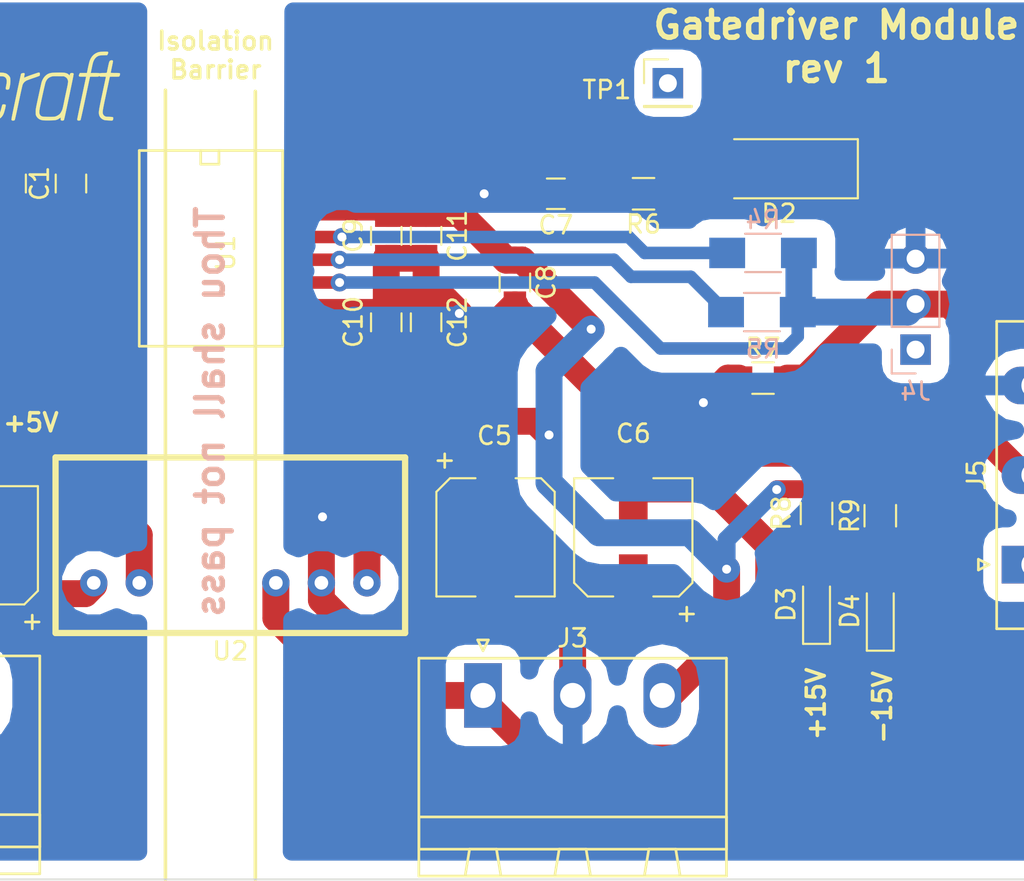
<source format=kicad_pcb>
(kicad_pcb (version 4) (host pcbnew 4.0.6)

  (general
    (links 70)
    (no_connects 3)
    (area 94.949999 105.949999 191.750001 156.050001)
    (thickness 1.6)
    (drawings 22)
    (tracks 240)
    (zones 0)
    (modules 38)
    (nets 26)
  )

  (page A4)
  (title_block
    (company "Switchcraft AS")
    (comment 1 N/A)
    (comment 2 EH)
    (comment 3 "Some description")
    (comment 4 here)
  )

  (layers
    (0 F.Cu signal hide)
    (31 B.Cu signal hide)
    (32 B.Adhes user hide)
    (33 F.Adhes user hide)
    (34 B.Paste user)
    (35 F.Paste user hide)
    (36 B.SilkS user)
    (37 F.SilkS user)
    (38 B.Mask user hide)
    (39 F.Mask user hide)
    (40 Dwgs.User user hide)
    (41 Cmts.User user hide)
    (42 Eco1.User user hide)
    (43 Eco2.User user hide)
    (44 Edge.Cuts user hide)
    (45 Margin user)
    (46 B.CrtYd user hide)
    (47 F.CrtYd user)
    (48 B.Fab user)
    (49 F.Fab user hide)
  )

  (setup
    (last_trace_width 1.5)
    (trace_clearance 0.2)
    (zone_clearance 1)
    (zone_45_only no)
    (trace_min 0.2)
    (segment_width 0.2)
    (edge_width 0.1)
    (via_size 1)
    (via_drill 0.5)
    (via_min_size 0.4)
    (via_min_drill 0.3)
    (uvia_size 0.3)
    (uvia_drill 0.1)
    (uvias_allowed no)
    (uvia_min_size 0.2)
    (uvia_min_drill 0.1)
    (pcb_text_width 0.3)
    (pcb_text_size 1.5 1.5)
    (mod_edge_width 0.15)
    (mod_text_size 1 1)
    (mod_text_width 0.15)
    (pad_size 1.5 1.5)
    (pad_drill 0.6)
    (pad_to_mask_clearance 0)
    (aux_axis_origin 95 156)
    (grid_origin 95 156)
    (visible_elements FFFEC061)
    (pcbplotparams
      (layerselection 0x00030_80000001)
      (usegerberextensions false)
      (excludeedgelayer true)
      (linewidth 0.100000)
      (plotframeref false)
      (viasonmask false)
      (mode 1)
      (useauxorigin false)
      (hpglpennumber 1)
      (hpglpenspeed 20)
      (hpglpendiameter 15)
      (hpglpenoverlay 2)
      (psnegative false)
      (psa4output false)
      (plotreference true)
      (plotvalue true)
      (plotinvisibletext false)
      (padsonsilk false)
      (subtractmaskfromsilk false)
      (outputformat 1)
      (mirror false)
      (drillshape 1)
      (scaleselection 1)
      (outputdirectory ""))
  )

  (net 0 "")
  (net 1 VCC)
  (net 2 GND)
  (net 3 +15V)
  (net 4 "Net-(D1-Pad2)")
  (net 5 "Net-(D2-Pad1)")
  (net 6 "Net-(D2-Pad2)")
  (net 7 "Net-(D3-Pad2)")
  (net 8 "Net-(D4-Pad2)")
  (net 9 "Net-(J1-Pad4)")
  (net 10 "Net-(J1-Pad5)")
  (net 11 "Net-(J1-Pad6)")
  (net 12 "Net-(J1-Pad7)")
  (net 13 "Net-(J4-Pad2)")
  (net 14 VCC_ISO)
  (net 15 GND_ISO)
  (net 16 VEE_ISO)
  (net 17 "Net-(J1-Pad2)")
  (net 18 "Net-(J1-Pad3)")
  (net 19 "Net-(J1-Pad9)")
  (net 20 "Net-(J2-Pad3)")
  (net 21 "Net-(R4-Pad2)")
  (net 22 "Net-(R5-Pad2)")
  (net 23 "Net-(U1-Pad3)")
  (net 24 "Net-(U1-Pad16)")
  (net 25 "Net-(C7-Pad1)")

  (net_class Default "This is the default net class."
    (clearance 0.2)
    (trace_width 1.5)
    (via_dia 1)
    (via_drill 0.5)
    (uvia_dia 0.3)
    (uvia_drill 0.1)
    (add_net +15V)
    (add_net GND)
    (add_net GND_ISO)
    (add_net "Net-(C7-Pad1)")
    (add_net "Net-(D1-Pad2)")
    (add_net "Net-(D2-Pad1)")
    (add_net "Net-(D2-Pad2)")
    (add_net "Net-(D3-Pad2)")
    (add_net "Net-(D4-Pad2)")
    (add_net "Net-(J1-Pad2)")
    (add_net "Net-(J1-Pad3)")
    (add_net "Net-(J1-Pad4)")
    (add_net "Net-(J1-Pad5)")
    (add_net "Net-(J1-Pad6)")
    (add_net "Net-(J1-Pad7)")
    (add_net "Net-(J1-Pad9)")
    (add_net "Net-(J2-Pad3)")
    (add_net "Net-(J4-Pad2)")
    (add_net "Net-(R4-Pad2)")
    (add_net "Net-(R5-Pad2)")
    (add_net "Net-(U1-Pad16)")
    (add_net "Net-(U1-Pad3)")
    (add_net VCC)
    (add_net VCC_ISO)
    (add_net VEE_ISO)
  )

  (module PhoenixContact:MSTBA_25_3p_G_508-1757488 (layer F.Cu) (tedit 5797DB0C) (tstamp 59826A5A)
    (at 181.356 138.43 90)
    (descr "Generic Phoenix Contact connector footprint for series: MSTBA-G; number of pins: 03; pin pitch: 5.00mm; Angled || order number: 1923762 16A (HC) || order number: 1757488 12A")
    (tags "phoenix_contact connector MSTBA_01x03_G_5.00mm")
    (path /59833A84)
    (fp_text reference J5 (at 5 -3.2 90) (layer F.SilkS)
      (effects (font (size 1 1) (thickness 0.15)))
    )
    (fp_text value CONN_01X03 (at 5 11.5 90) (layer F.Fab)
      (effects (font (size 1 1) (thickness 0.15)))
    )
    (fp_line (start -3.58 -2.08) (end -3.58 10.08) (layer F.SilkS) (width 0.15))
    (fp_line (start -3.58 10.08) (end 13.58 10.08) (layer F.SilkS) (width 0.15))
    (fp_line (start 13.58 10.08) (end 13.58 -2.08) (layer F.SilkS) (width 0.15))
    (fp_line (start 13.58 -2.08) (end -3.58 -2.08) (layer F.SilkS) (width 0.15))
    (fp_line (start -3.58 8.58) (end -3.58 6.78) (layer F.SilkS) (width 0.15))
    (fp_line (start -3.58 6.78) (end 13.58 6.78) (layer F.SilkS) (width 0.15))
    (fp_line (start 13.58 6.78) (end 13.58 8.58) (layer F.SilkS) (width 0.15))
    (fp_line (start 13.58 8.58) (end -3.58 8.58) (layer F.SilkS) (width 0.15))
    (fp_line (start -1 10.08) (end 1 10.08) (layer F.SilkS) (width 0.15))
    (fp_line (start 1 10.08) (end 0.75 8.58) (layer F.SilkS) (width 0.15))
    (fp_line (start 0.75 8.58) (end -0.75 8.58) (layer F.SilkS) (width 0.15))
    (fp_line (start -0.75 8.58) (end -1 10.08) (layer F.SilkS) (width 0.15))
    (fp_line (start 4 10.08) (end 6 10.08) (layer F.SilkS) (width 0.15))
    (fp_line (start 6 10.08) (end 5.75 8.58) (layer F.SilkS) (width 0.15))
    (fp_line (start 5.75 8.58) (end 4.25 8.58) (layer F.SilkS) (width 0.15))
    (fp_line (start 4.25 8.58) (end 4 10.08) (layer F.SilkS) (width 0.15))
    (fp_line (start 9 10.08) (end 11 10.08) (layer F.SilkS) (width 0.15))
    (fp_line (start 11 10.08) (end 10.75 8.58) (layer F.SilkS) (width 0.15))
    (fp_line (start 10.75 8.58) (end 9.25 8.58) (layer F.SilkS) (width 0.15))
    (fp_line (start 9.25 8.58) (end 9 10.08) (layer F.SilkS) (width 0.15))
    (fp_line (start -4 -2.5) (end -4 10.5) (layer F.CrtYd) (width 0.05))
    (fp_line (start -4 10.5) (end 14 10.5) (layer F.CrtYd) (width 0.05))
    (fp_line (start 14 10.5) (end 14 -2.5) (layer F.CrtYd) (width 0.05))
    (fp_line (start 14 -2.5) (end -4 -2.5) (layer F.CrtYd) (width 0.05))
    (fp_line (start 0 -2.5) (end 0.3 -3.1) (layer F.SilkS) (width 0.15))
    (fp_line (start 0.3 -3.1) (end -0.3 -3.1) (layer F.SilkS) (width 0.15))
    (fp_line (start -0.3 -3.1) (end 0 -2.5) (layer F.SilkS) (width 0.15))
    (pad 1 thru_hole rect (at 0 0 90) (size 2.1 3.6) (drill 1.4) (layers *.Cu *.Mask)
      (net 5 "Net-(D2-Pad1)"))
    (pad 2 thru_hole oval (at 5 0 90) (size 2.1 3.6) (drill 1.4) (layers *.Cu *.Mask)
      (net 13 "Net-(J4-Pad2)"))
    (pad 3 thru_hole oval (at 10 0 90) (size 2.1 3.6) (drill 1.4) (layers *.Cu *.Mask)
      (net 15 GND_ISO))
    (model ${SWITCHCRAFTLIB}/packages3d/PhoenixContact.3dshapes/MSTBA_25_3p_G_508-1757488.wrl
      (at (xyz 0 0 0))
      (scale (xyz 1 1 1))
      (rotate (xyz 0 0 90))
    )
  )

  (module Capacitors_SMD:C_0805_HandSoldering (layer F.Cu) (tedit 58AA84A8) (tstamp 598269CF)
    (at 127.635 117.1575 90)
    (descr "Capacitor SMD 0805, hand soldering")
    (tags "capacitor 0805")
    (path /5982539A)
    (attr smd)
    (fp_text reference C1 (at 0 -1.75 90) (layer F.SilkS)
      (effects (font (size 1 1) (thickness 0.15)))
    )
    (fp_text value 10u (at 0 1.75 90) (layer F.Fab)
      (effects (font (size 1 1) (thickness 0.15)))
    )
    (fp_text user %R (at 0 -1.75 90) (layer F.Fab)
      (effects (font (size 1 1) (thickness 0.15)))
    )
    (fp_line (start -1 0.62) (end -1 -0.62) (layer F.Fab) (width 0.1))
    (fp_line (start 1 0.62) (end -1 0.62) (layer F.Fab) (width 0.1))
    (fp_line (start 1 -0.62) (end 1 0.62) (layer F.Fab) (width 0.1))
    (fp_line (start -1 -0.62) (end 1 -0.62) (layer F.Fab) (width 0.1))
    (fp_line (start 0.5 -0.85) (end -0.5 -0.85) (layer F.SilkS) (width 0.12))
    (fp_line (start -0.5 0.85) (end 0.5 0.85) (layer F.SilkS) (width 0.12))
    (fp_line (start -2.25 -0.88) (end 2.25 -0.88) (layer F.CrtYd) (width 0.05))
    (fp_line (start -2.25 -0.88) (end -2.25 0.87) (layer F.CrtYd) (width 0.05))
    (fp_line (start 2.25 0.87) (end 2.25 -0.88) (layer F.CrtYd) (width 0.05))
    (fp_line (start 2.25 0.87) (end -2.25 0.87) (layer F.CrtYd) (width 0.05))
    (pad 1 smd rect (at -1.25 0 90) (size 1.5 1.25) (layers F.Cu F.Paste F.Mask)
      (net 1 VCC))
    (pad 2 smd rect (at 1.25 0 90) (size 1.5 1.25) (layers F.Cu F.Paste F.Mask)
      (net 2 GND))
    (model ${KISYS3DMOD}/Capacitors_SMD.3dshapes/C_0805.wrl
      (at (xyz 0 0 0))
      (scale (xyz 1 1 1))
      (rotate (xyz 0 0 0))
    )
  )

  (module Capacitors_SMD:C_0805_HandSoldering (layer F.Cu) (tedit 58AA84A8) (tstamp 598269D5)
    (at 124.2695 117.1575 90)
    (descr "Capacitor SMD 0805, hand soldering")
    (tags "capacitor 0805")
    (path /59834C21)
    (attr smd)
    (fp_text reference C2 (at 0 -1.75 90) (layer F.SilkS)
      (effects (font (size 1 1) (thickness 0.15)))
    )
    (fp_text value 100n (at 0 1.75 90) (layer F.Fab)
      (effects (font (size 1 1) (thickness 0.15)))
    )
    (fp_text user %R (at 0 -1.75 90) (layer F.Fab)
      (effects (font (size 1 1) (thickness 0.15)))
    )
    (fp_line (start -1 0.62) (end -1 -0.62) (layer F.Fab) (width 0.1))
    (fp_line (start 1 0.62) (end -1 0.62) (layer F.Fab) (width 0.1))
    (fp_line (start 1 -0.62) (end 1 0.62) (layer F.Fab) (width 0.1))
    (fp_line (start -1 -0.62) (end 1 -0.62) (layer F.Fab) (width 0.1))
    (fp_line (start 0.5 -0.85) (end -0.5 -0.85) (layer F.SilkS) (width 0.12))
    (fp_line (start -0.5 0.85) (end 0.5 0.85) (layer F.SilkS) (width 0.12))
    (fp_line (start -2.25 -0.88) (end 2.25 -0.88) (layer F.CrtYd) (width 0.05))
    (fp_line (start -2.25 -0.88) (end -2.25 0.87) (layer F.CrtYd) (width 0.05))
    (fp_line (start 2.25 0.87) (end 2.25 -0.88) (layer F.CrtYd) (width 0.05))
    (fp_line (start 2.25 0.87) (end -2.25 0.87) (layer F.CrtYd) (width 0.05))
    (pad 1 smd rect (at -1.25 0 90) (size 1.5 1.25) (layers F.Cu F.Paste F.Mask)
      (net 1 VCC))
    (pad 2 smd rect (at 1.25 0 90) (size 1.5 1.25) (layers F.Cu F.Paste F.Mask)
      (net 2 GND))
    (model ${KISYS3DMOD}/Capacitors_SMD.3dshapes/C_0805.wrl
      (at (xyz 0 0 0))
      (scale (xyz 1 1 1))
      (rotate (xyz 0 0 0))
    )
  )

  (module Capacitors_SMD:C_0805_HandSoldering (layer F.Cu) (tedit 58AA84A8) (tstamp 598269F3)
    (at 154.686 117.729 180)
    (descr "Capacitor SMD 0805, hand soldering")
    (tags "capacitor 0805")
    (path /598339E3)
    (attr smd)
    (fp_text reference C7 (at 0 -1.75 180) (layer F.SilkS)
      (effects (font (size 1 1) (thickness 0.15)))
    )
    (fp_text value 390p (at 0 1.75 180) (layer F.Fab)
      (effects (font (size 1 1) (thickness 0.15)))
    )
    (fp_text user %R (at 0 -1.75 180) (layer F.Fab)
      (effects (font (size 1 1) (thickness 0.15)))
    )
    (fp_line (start -1 0.62) (end -1 -0.62) (layer F.Fab) (width 0.1))
    (fp_line (start 1 0.62) (end -1 0.62) (layer F.Fab) (width 0.1))
    (fp_line (start 1 -0.62) (end 1 0.62) (layer F.Fab) (width 0.1))
    (fp_line (start -1 -0.62) (end 1 -0.62) (layer F.Fab) (width 0.1))
    (fp_line (start 0.5 -0.85) (end -0.5 -0.85) (layer F.SilkS) (width 0.12))
    (fp_line (start -0.5 0.85) (end 0.5 0.85) (layer F.SilkS) (width 0.12))
    (fp_line (start -2.25 -0.88) (end 2.25 -0.88) (layer F.CrtYd) (width 0.05))
    (fp_line (start -2.25 -0.88) (end -2.25 0.87) (layer F.CrtYd) (width 0.05))
    (fp_line (start 2.25 0.87) (end 2.25 -0.88) (layer F.CrtYd) (width 0.05))
    (fp_line (start 2.25 0.87) (end -2.25 0.87) (layer F.CrtYd) (width 0.05))
    (pad 1 smd rect (at -1.25 0 180) (size 1.5 1.25) (layers F.Cu F.Paste F.Mask)
      (net 25 "Net-(C7-Pad1)"))
    (pad 2 smd rect (at 1.25 0 180) (size 1.5 1.25) (layers F.Cu F.Paste F.Mask)
      (net 15 GND_ISO))
    (model Capacitors_SMD.3dshapes/C_0805.wrl
      (at (xyz 0 0 0))
      (scale (xyz 1 1 1))
      (rotate (xyz 0 0 0))
    )
  )

  (module Capacitors_SMD:C_0805_HandSoldering (layer F.Cu) (tedit 58AA84A8) (tstamp 598269F9)
    (at 152.4 122.682 270)
    (descr "Capacitor SMD 0805, hand soldering")
    (tags "capacitor 0805")
    (path /5982A4DB)
    (attr smd)
    (fp_text reference C8 (at 0 -1.75 270) (layer F.SilkS)
      (effects (font (size 1 1) (thickness 0.15)))
    )
    (fp_text value 10u (at 0 1.75 270) (layer F.Fab)
      (effects (font (size 1 1) (thickness 0.15)))
    )
    (fp_text user %R (at 0 -1.75 270) (layer F.Fab)
      (effects (font (size 1 1) (thickness 0.15)))
    )
    (fp_line (start -1 0.62) (end -1 -0.62) (layer F.Fab) (width 0.1))
    (fp_line (start 1 0.62) (end -1 0.62) (layer F.Fab) (width 0.1))
    (fp_line (start 1 -0.62) (end 1 0.62) (layer F.Fab) (width 0.1))
    (fp_line (start -1 -0.62) (end 1 -0.62) (layer F.Fab) (width 0.1))
    (fp_line (start 0.5 -0.85) (end -0.5 -0.85) (layer F.SilkS) (width 0.12))
    (fp_line (start -0.5 0.85) (end 0.5 0.85) (layer F.SilkS) (width 0.12))
    (fp_line (start -2.25 -0.88) (end 2.25 -0.88) (layer F.CrtYd) (width 0.05))
    (fp_line (start -2.25 -0.88) (end -2.25 0.87) (layer F.CrtYd) (width 0.05))
    (fp_line (start 2.25 0.87) (end 2.25 -0.88) (layer F.CrtYd) (width 0.05))
    (fp_line (start 2.25 0.87) (end -2.25 0.87) (layer F.CrtYd) (width 0.05))
    (pad 1 smd rect (at -1.25 0 270) (size 1.5 1.25) (layers F.Cu F.Paste F.Mask)
      (net 14 VCC_ISO))
    (pad 2 smd rect (at 1.25 0 270) (size 1.5 1.25) (layers F.Cu F.Paste F.Mask)
      (net 16 VEE_ISO))
    (model ${KISYS3DMOD}/Capacitors_SMD.3dshapes/C_0805.wrl
      (at (xyz 0 0 0))
      (scale (xyz 1 1 1))
      (rotate (xyz 0 0 0))
    )
  )

  (module Capacitors_SMD:C_0805_HandSoldering (layer F.Cu) (tedit 59845929) (tstamp 598269FF)
    (at 145.2245 120.0785 270)
    (descr "Capacitor SMD 0805, hand soldering")
    (tags "capacitor 0805")
    (path /59823DF1)
    (attr smd)
    (fp_text reference C9 (at -0.0195 1.8375 270) (layer F.SilkS)
      (effects (font (size 1 1) (thickness 0.15)))
    )
    (fp_text value 10u (at 0 1.75 270) (layer F.Fab)
      (effects (font (size 1 1) (thickness 0.15)))
    )
    (fp_text user %R (at 0 -1.75 270) (layer F.Fab)
      (effects (font (size 1 1) (thickness 0.15)))
    )
    (fp_line (start -1 0.62) (end -1 -0.62) (layer F.Fab) (width 0.1))
    (fp_line (start 1 0.62) (end -1 0.62) (layer F.Fab) (width 0.1))
    (fp_line (start 1 -0.62) (end 1 0.62) (layer F.Fab) (width 0.1))
    (fp_line (start -1 -0.62) (end 1 -0.62) (layer F.Fab) (width 0.1))
    (fp_line (start 0.5 -0.85) (end -0.5 -0.85) (layer F.SilkS) (width 0.12))
    (fp_line (start -0.5 0.85) (end 0.5 0.85) (layer F.SilkS) (width 0.12))
    (fp_line (start -2.25 -0.88) (end 2.25 -0.88) (layer F.CrtYd) (width 0.05))
    (fp_line (start -2.25 -0.88) (end -2.25 0.87) (layer F.CrtYd) (width 0.05))
    (fp_line (start 2.25 0.87) (end 2.25 -0.88) (layer F.CrtYd) (width 0.05))
    (fp_line (start 2.25 0.87) (end -2.25 0.87) (layer F.CrtYd) (width 0.05))
    (pad 1 smd rect (at -1.25 0 270) (size 1.5 1.25) (layers F.Cu F.Paste F.Mask)
      (net 14 VCC_ISO))
    (pad 2 smd rect (at 1.25 0 270) (size 1.5 1.25) (layers F.Cu F.Paste F.Mask)
      (net 15 GND_ISO))
    (model ${KISYS3DMOD}/Capacitors_SMD.3dshapes/C_0805.wrl
      (at (xyz 0 0 0))
      (scale (xyz 1 1 1))
      (rotate (xyz 0 0 0))
    )
  )

  (module Capacitors_SMD:C_0805_HandSoldering (layer F.Cu) (tedit 59845923) (tstamp 59826A05)
    (at 145.2245 124.9045 270)
    (descr "Capacitor SMD 0805, hand soldering")
    (tags "capacitor 0805")
    (path /59823E63)
    (attr smd)
    (fp_text reference C10 (at -0.0195 1.8375 270) (layer F.SilkS)
      (effects (font (size 1 1) (thickness 0.15)))
    )
    (fp_text value 10u (at 0 1.75 270) (layer F.Fab)
      (effects (font (size 1 1) (thickness 0.15)))
    )
    (fp_text user %R (at 0 -1.75 270) (layer F.Fab)
      (effects (font (size 1 1) (thickness 0.15)))
    )
    (fp_line (start -1 0.62) (end -1 -0.62) (layer F.Fab) (width 0.1))
    (fp_line (start 1 0.62) (end -1 0.62) (layer F.Fab) (width 0.1))
    (fp_line (start 1 -0.62) (end 1 0.62) (layer F.Fab) (width 0.1))
    (fp_line (start -1 -0.62) (end 1 -0.62) (layer F.Fab) (width 0.1))
    (fp_line (start 0.5 -0.85) (end -0.5 -0.85) (layer F.SilkS) (width 0.12))
    (fp_line (start -0.5 0.85) (end 0.5 0.85) (layer F.SilkS) (width 0.12))
    (fp_line (start -2.25 -0.88) (end 2.25 -0.88) (layer F.CrtYd) (width 0.05))
    (fp_line (start -2.25 -0.88) (end -2.25 0.87) (layer F.CrtYd) (width 0.05))
    (fp_line (start 2.25 0.87) (end 2.25 -0.88) (layer F.CrtYd) (width 0.05))
    (fp_line (start 2.25 0.87) (end -2.25 0.87) (layer F.CrtYd) (width 0.05))
    (pad 1 smd rect (at -1.25 0 270) (size 1.5 1.25) (layers F.Cu F.Paste F.Mask)
      (net 15 GND_ISO))
    (pad 2 smd rect (at 1.25 0 270) (size 1.5 1.25) (layers F.Cu F.Paste F.Mask)
      (net 16 VEE_ISO))
    (model ${KISYS3DMOD}/Capacitors_SMD.3dshapes/C_0805.wrl
      (at (xyz 0 0 0))
      (scale (xyz 1 1 1))
      (rotate (xyz 0 0 0))
    )
  )

  (module Capacitors_SMD:C_0805_HandSoldering (layer F.Cu) (tedit 58AA84A8) (tstamp 59826A0B)
    (at 147.447 120.0785 270)
    (descr "Capacitor SMD 0805, hand soldering")
    (tags "capacitor 0805")
    (path /5983454A)
    (attr smd)
    (fp_text reference C11 (at 0 -1.75 270) (layer F.SilkS)
      (effects (font (size 1 1) (thickness 0.15)))
    )
    (fp_text value 100n (at 0 1.75 270) (layer F.Fab)
      (effects (font (size 1 1) (thickness 0.15)))
    )
    (fp_text user %R (at 0 -1.75 270) (layer F.Fab)
      (effects (font (size 1 1) (thickness 0.15)))
    )
    (fp_line (start -1 0.62) (end -1 -0.62) (layer F.Fab) (width 0.1))
    (fp_line (start 1 0.62) (end -1 0.62) (layer F.Fab) (width 0.1))
    (fp_line (start 1 -0.62) (end 1 0.62) (layer F.Fab) (width 0.1))
    (fp_line (start -1 -0.62) (end 1 -0.62) (layer F.Fab) (width 0.1))
    (fp_line (start 0.5 -0.85) (end -0.5 -0.85) (layer F.SilkS) (width 0.12))
    (fp_line (start -0.5 0.85) (end 0.5 0.85) (layer F.SilkS) (width 0.12))
    (fp_line (start -2.25 -0.88) (end 2.25 -0.88) (layer F.CrtYd) (width 0.05))
    (fp_line (start -2.25 -0.88) (end -2.25 0.87) (layer F.CrtYd) (width 0.05))
    (fp_line (start 2.25 0.87) (end 2.25 -0.88) (layer F.CrtYd) (width 0.05))
    (fp_line (start 2.25 0.87) (end -2.25 0.87) (layer F.CrtYd) (width 0.05))
    (pad 1 smd rect (at -1.25 0 270) (size 1.5 1.25) (layers F.Cu F.Paste F.Mask)
      (net 14 VCC_ISO))
    (pad 2 smd rect (at 1.25 0 270) (size 1.5 1.25) (layers F.Cu F.Paste F.Mask)
      (net 15 GND_ISO))
    (model ${KISYS3DMOD}/Capacitors_SMD.3dshapes/C_0805.wrl
      (at (xyz 0 0 0))
      (scale (xyz 1 1 1))
      (rotate (xyz 0 0 0))
    )
  )

  (module LEDs:LED_0805_HandSoldering (layer F.Cu) (tedit 59845901) (tstamp 59826A11)
    (at 121.0945 130.429 180)
    (descr "Resistor SMD 0805, hand soldering")
    (tags "resistor 0805")
    (path /5981E178)
    (attr smd)
    (fp_text reference D1 (at -0.0675 1.734 180) (layer F.SilkS)
      (effects (font (size 1 1) (thickness 0.15)))
    )
    (fp_text value "RED PWR LED" (at 0 1.75 180) (layer F.Fab)
      (effects (font (size 1 1) (thickness 0.15)))
    )
    (fp_line (start -0.4 -0.4) (end -0.4 0.4) (layer F.Fab) (width 0.1))
    (fp_line (start -0.4 0) (end 0.2 -0.4) (layer F.Fab) (width 0.1))
    (fp_line (start 0.2 0.4) (end -0.4 0) (layer F.Fab) (width 0.1))
    (fp_line (start 0.2 -0.4) (end 0.2 0.4) (layer F.Fab) (width 0.1))
    (fp_line (start -1 0.62) (end -1 -0.62) (layer F.Fab) (width 0.1))
    (fp_line (start 1 0.62) (end -1 0.62) (layer F.Fab) (width 0.1))
    (fp_line (start 1 -0.62) (end 1 0.62) (layer F.Fab) (width 0.1))
    (fp_line (start -1 -0.62) (end 1 -0.62) (layer F.Fab) (width 0.1))
    (fp_line (start 1 0.75) (end -2.2 0.75) (layer F.SilkS) (width 0.12))
    (fp_line (start -2.2 -0.75) (end 1 -0.75) (layer F.SilkS) (width 0.12))
    (fp_line (start -2.35 -0.9) (end 2.35 -0.9) (layer F.CrtYd) (width 0.05))
    (fp_line (start -2.35 -0.9) (end -2.35 0.9) (layer F.CrtYd) (width 0.05))
    (fp_line (start 2.35 0.9) (end 2.35 -0.9) (layer F.CrtYd) (width 0.05))
    (fp_line (start 2.35 0.9) (end -2.35 0.9) (layer F.CrtYd) (width 0.05))
    (fp_line (start -2.2 -0.75) (end -2.2 0.75) (layer F.SilkS) (width 0.12))
    (pad 1 smd rect (at -1.35 0 180) (size 1.5 1.3) (layers F.Cu F.Paste F.Mask)
      (net 2 GND))
    (pad 2 smd rect (at 1.35 0 180) (size 1.5 1.3) (layers F.Cu F.Paste F.Mask)
      (net 4 "Net-(D1-Pad2)"))
    (model ${KISYS3DMOD}/LEDs.3dshapes/LED_0805.wrl
      (at (xyz 0 0 0))
      (scale (xyz 1 1 1))
      (rotate (xyz 0 0 0))
    )
  )

  (module Diodes_SMD:D_SMA_Handsoldering (layer F.Cu) (tedit 58643398) (tstamp 59826A17)
    (at 167.132 116.332 180)
    (descr "Diode SMA (DO-214AC) Handsoldering")
    (tags "Diode SMA (DO-214AC) Handsoldering")
    (path /59833890)
    (attr smd)
    (fp_text reference D2 (at 0 -2.5 180) (layer F.SilkS)
      (effects (font (size 1 1) (thickness 0.15)))
    )
    (fp_text value ES1F (at 0 2.6 180) (layer F.Fab)
      (effects (font (size 1 1) (thickness 0.15)))
    )
    (fp_text user %R (at 0 -2.5 180) (layer F.Fab)
      (effects (font (size 1 1) (thickness 0.15)))
    )
    (fp_line (start -4.4 -1.65) (end -4.4 1.65) (layer F.SilkS) (width 0.12))
    (fp_line (start 2.3 1.5) (end -2.3 1.5) (layer F.Fab) (width 0.1))
    (fp_line (start -2.3 1.5) (end -2.3 -1.5) (layer F.Fab) (width 0.1))
    (fp_line (start 2.3 -1.5) (end 2.3 1.5) (layer F.Fab) (width 0.1))
    (fp_line (start 2.3 -1.5) (end -2.3 -1.5) (layer F.Fab) (width 0.1))
    (fp_line (start -4.5 -1.75) (end 4.5 -1.75) (layer F.CrtYd) (width 0.05))
    (fp_line (start 4.5 -1.75) (end 4.5 1.75) (layer F.CrtYd) (width 0.05))
    (fp_line (start 4.5 1.75) (end -4.5 1.75) (layer F.CrtYd) (width 0.05))
    (fp_line (start -4.5 1.75) (end -4.5 -1.75) (layer F.CrtYd) (width 0.05))
    (fp_line (start -0.64944 0.00102) (end -1.55114 0.00102) (layer F.Fab) (width 0.1))
    (fp_line (start 0.50118 0.00102) (end 1.4994 0.00102) (layer F.Fab) (width 0.1))
    (fp_line (start -0.64944 -0.79908) (end -0.64944 0.80112) (layer F.Fab) (width 0.1))
    (fp_line (start 0.50118 0.75032) (end 0.50118 -0.79908) (layer F.Fab) (width 0.1))
    (fp_line (start -0.64944 0.00102) (end 0.50118 0.75032) (layer F.Fab) (width 0.1))
    (fp_line (start -0.64944 0.00102) (end 0.50118 -0.79908) (layer F.Fab) (width 0.1))
    (fp_line (start -4.4 1.65) (end 2.5 1.65) (layer F.SilkS) (width 0.12))
    (fp_line (start -4.4 -1.65) (end 2.5 -1.65) (layer F.SilkS) (width 0.12))
    (pad 1 smd rect (at -2.5 0 180) (size 3.5 1.8) (layers F.Cu F.Paste F.Mask)
      (net 5 "Net-(D2-Pad1)"))
    (pad 2 smd rect (at 2.5 0 180) (size 3.5 1.8) (layers F.Cu F.Paste F.Mask)
      (net 6 "Net-(D2-Pad2)"))
    (model ${KISYS3DMOD}/Diodes_SMD.3dshapes/D_SMA.wrl
      (at (xyz 0 0 0))
      (scale (xyz 1 1 1))
      (rotate (xyz 0 0 0))
    )
  )

  (module Pin_Headers:Pin_Header_Straight_1x10_Pitch2.54mm (layer B.Cu) (tedit 59650532) (tstamp 59826A3D)
    (at 105.0925 139.954)
    (descr "Through hole straight pin header, 1x10, 2.54mm pitch, single row")
    (tags "Through hole pin header THT 1x10 2.54mm single row")
    (path /5982A384)
    (fp_text reference J1 (at 0 2.33) (layer B.SilkS)
      (effects (font (size 1 1) (thickness 0.15)) (justify mirror))
    )
    (fp_text value CONN_01X10 (at 0 -25.19) (layer B.Fab)
      (effects (font (size 1 1) (thickness 0.15)) (justify mirror))
    )
    (fp_line (start -0.635 1.27) (end 1.27 1.27) (layer B.Fab) (width 0.1))
    (fp_line (start 1.27 1.27) (end 1.27 -24.13) (layer B.Fab) (width 0.1))
    (fp_line (start 1.27 -24.13) (end -1.27 -24.13) (layer B.Fab) (width 0.1))
    (fp_line (start -1.27 -24.13) (end -1.27 0.635) (layer B.Fab) (width 0.1))
    (fp_line (start -1.27 0.635) (end -0.635 1.27) (layer B.Fab) (width 0.1))
    (fp_line (start -1.33 -24.19) (end 1.33 -24.19) (layer B.SilkS) (width 0.12))
    (fp_line (start -1.33 -1.27) (end -1.33 -24.19) (layer B.SilkS) (width 0.12))
    (fp_line (start 1.33 -1.27) (end 1.33 -24.19) (layer B.SilkS) (width 0.12))
    (fp_line (start -1.33 -1.27) (end 1.33 -1.27) (layer B.SilkS) (width 0.12))
    (fp_line (start -1.33 0) (end -1.33 1.33) (layer B.SilkS) (width 0.12))
    (fp_line (start -1.33 1.33) (end 0 1.33) (layer B.SilkS) (width 0.12))
    (fp_line (start -1.8 1.8) (end -1.8 -24.65) (layer B.CrtYd) (width 0.05))
    (fp_line (start -1.8 -24.65) (end 1.8 -24.65) (layer B.CrtYd) (width 0.05))
    (fp_line (start 1.8 -24.65) (end 1.8 1.8) (layer B.CrtYd) (width 0.05))
    (fp_line (start 1.8 1.8) (end -1.8 1.8) (layer B.CrtYd) (width 0.05))
    (fp_text user %R (at 0 -11.43 270) (layer B.Fab)
      (effects (font (size 1 1) (thickness 0.15)) (justify mirror))
    )
    (pad 1 thru_hole rect (at 0 0) (size 1.7 1.7) (drill 1) (layers *.Cu *.Mask)
      (net 2 GND))
    (pad 2 thru_hole oval (at 0 -2.54) (size 1.7 1.7) (drill 1) (layers *.Cu *.Mask)
      (net 17 "Net-(J1-Pad2)"))
    (pad 3 thru_hole oval (at 0 -5.08) (size 1.7 1.7) (drill 1) (layers *.Cu *.Mask)
      (net 18 "Net-(J1-Pad3)"))
    (pad 4 thru_hole oval (at 0 -7.62) (size 1.7 1.7) (drill 1) (layers *.Cu *.Mask)
      (net 9 "Net-(J1-Pad4)"))
    (pad 5 thru_hole oval (at 0 -10.16) (size 1.7 1.7) (drill 1) (layers *.Cu *.Mask)
      (net 10 "Net-(J1-Pad5)"))
    (pad 6 thru_hole oval (at 0 -12.7) (size 1.7 1.7) (drill 1) (layers *.Cu *.Mask)
      (net 11 "Net-(J1-Pad6)"))
    (pad 7 thru_hole oval (at 0 -15.24) (size 1.7 1.7) (drill 1) (layers *.Cu *.Mask)
      (net 12 "Net-(J1-Pad7)"))
    (pad 8 thru_hole oval (at 0 -17.78) (size 1.7 1.7) (drill 1) (layers *.Cu *.Mask)
      (net 1 VCC))
    (pad 9 thru_hole oval (at 0 -20.32) (size 1.7 1.7) (drill 1) (layers *.Cu *.Mask)
      (net 19 "Net-(J1-Pad9)"))
    (pad 10 thru_hole oval (at 0 -22.86) (size 1.7 1.7) (drill 1) (layers *.Cu *.Mask)
      (net 3 +15V))
    (model ${KISYS3DMOD}/Pin_Headers.3dshapes/Pin_Header_Straight_1x10_Pitch2.54mm.wrl
      (at (xyz 0 0 0))
      (scale (xyz 1 1 1))
      (rotate (xyz 0 0 0))
    )
  )

  (module PhoenixContact:MSTBA_25_4p_G_508-1757268 (layer F.Cu) (tedit 5797DB0C) (tstamp 59826A45)
    (at 107.315 145.6055)
    (descr "Generic Phoenix Contact connector footprint for series: MSTBA-G; number of pins: 04; pin pitch: 5.00mm; Angled || order number: 1923775 16A (HC) || order number: 1757491 12A")
    (tags "phoenix_contact connector MSTBA_01x04_G_5.00mm")
    (path /5982B910)
    (fp_text reference J2 (at 7.5 -3.2) (layer F.SilkS)
      (effects (font (size 1 1) (thickness 0.15)))
    )
    (fp_text value CONN_01X04 (at 7.5 11.5) (layer F.Fab)
      (effects (font (size 1 1) (thickness 0.15)))
    )
    (fp_line (start -3.58 -2.08) (end -3.58 10.08) (layer F.SilkS) (width 0.15))
    (fp_line (start -3.58 10.08) (end 18.58 10.08) (layer F.SilkS) (width 0.15))
    (fp_line (start 18.58 10.08) (end 18.58 -2.08) (layer F.SilkS) (width 0.15))
    (fp_line (start 18.58 -2.08) (end -3.58 -2.08) (layer F.SilkS) (width 0.15))
    (fp_line (start -3.58 8.58) (end -3.58 6.78) (layer F.SilkS) (width 0.15))
    (fp_line (start -3.58 6.78) (end 18.58 6.78) (layer F.SilkS) (width 0.15))
    (fp_line (start 18.58 6.78) (end 18.58 8.58) (layer F.SilkS) (width 0.15))
    (fp_line (start 18.58 8.58) (end -3.58 8.58) (layer F.SilkS) (width 0.15))
    (fp_line (start -1 10.08) (end 1 10.08) (layer F.SilkS) (width 0.15))
    (fp_line (start 1 10.08) (end 0.75 8.58) (layer F.SilkS) (width 0.15))
    (fp_line (start 0.75 8.58) (end -0.75 8.58) (layer F.SilkS) (width 0.15))
    (fp_line (start -0.75 8.58) (end -1 10.08) (layer F.SilkS) (width 0.15))
    (fp_line (start 4 10.08) (end 6 10.08) (layer F.SilkS) (width 0.15))
    (fp_line (start 6 10.08) (end 5.75 8.58) (layer F.SilkS) (width 0.15))
    (fp_line (start 5.75 8.58) (end 4.25 8.58) (layer F.SilkS) (width 0.15))
    (fp_line (start 4.25 8.58) (end 4 10.08) (layer F.SilkS) (width 0.15))
    (fp_line (start 9 10.08) (end 11 10.08) (layer F.SilkS) (width 0.15))
    (fp_line (start 11 10.08) (end 10.75 8.58) (layer F.SilkS) (width 0.15))
    (fp_line (start 10.75 8.58) (end 9.25 8.58) (layer F.SilkS) (width 0.15))
    (fp_line (start 9.25 8.58) (end 9 10.08) (layer F.SilkS) (width 0.15))
    (fp_line (start 14 10.08) (end 16 10.08) (layer F.SilkS) (width 0.15))
    (fp_line (start 16 10.08) (end 15.75 8.58) (layer F.SilkS) (width 0.15))
    (fp_line (start 15.75 8.58) (end 14.25 8.58) (layer F.SilkS) (width 0.15))
    (fp_line (start 14.25 8.58) (end 14 10.08) (layer F.SilkS) (width 0.15))
    (fp_line (start -4 -2.5) (end -4 10.5) (layer F.CrtYd) (width 0.05))
    (fp_line (start -4 10.5) (end 19 10.5) (layer F.CrtYd) (width 0.05))
    (fp_line (start 19 10.5) (end 19 -2.5) (layer F.CrtYd) (width 0.05))
    (fp_line (start 19 -2.5) (end -4 -2.5) (layer F.CrtYd) (width 0.05))
    (fp_line (start 0 -2.5) (end 0.3 -3.1) (layer F.SilkS) (width 0.15))
    (fp_line (start 0.3 -3.1) (end -0.3 -3.1) (layer F.SilkS) (width 0.15))
    (fp_line (start -0.3 -3.1) (end 0 -2.5) (layer F.SilkS) (width 0.15))
    (pad 1 thru_hole rect (at 0 0) (size 2.1 3.6) (drill 1.4) (layers *.Cu *.Mask)
      (net 2 GND))
    (pad 2 thru_hole oval (at 5 0) (size 2.1 3.6) (drill 1.4) (layers *.Cu *.Mask)
      (net 1 VCC))
    (pad 3 thru_hole oval (at 10 0) (size 2.1 3.6) (drill 1.4) (layers *.Cu *.Mask)
      (net 20 "Net-(J2-Pad3)"))
    (pad 4 thru_hole oval (at 15 0) (size 2.1 3.6) (drill 1.4) (layers *.Cu *.Mask)
      (net 3 +15V))
    (model ${SWITCHCRAFTLIB}/packages3d/PhoenixContact.3dshapes/MSTBA_25_4p_G_508-1757268.wrl
      (at (xyz 0 0 0))
      (scale (xyz 1 1 1))
      (rotate (xyz 0 0 90))
    )
  )

  (module PhoenixContact:MSTBA_25_3p_G_508-1757488 (layer F.Cu) (tedit 5797DB0C) (tstamp 59826A4C)
    (at 150.622 145.7325)
    (descr "Generic Phoenix Contact connector footprint for series: MSTBA-G; number of pins: 03; pin pitch: 5.00mm; Angled || order number: 1923762 16A (HC) || order number: 1757488 12A")
    (tags "phoenix_contact connector MSTBA_01x03_G_5.00mm")
    (path /598272A9)
    (fp_text reference J3 (at 5 -3.2) (layer F.SilkS)
      (effects (font (size 1 1) (thickness 0.15)))
    )
    (fp_text value CONN_01X03 (at 5 11.5) (layer F.Fab)
      (effects (font (size 1 1) (thickness 0.15)))
    )
    (fp_line (start -3.58 -2.08) (end -3.58 10.08) (layer F.SilkS) (width 0.15))
    (fp_line (start -3.58 10.08) (end 13.58 10.08) (layer F.SilkS) (width 0.15))
    (fp_line (start 13.58 10.08) (end 13.58 -2.08) (layer F.SilkS) (width 0.15))
    (fp_line (start 13.58 -2.08) (end -3.58 -2.08) (layer F.SilkS) (width 0.15))
    (fp_line (start -3.58 8.58) (end -3.58 6.78) (layer F.SilkS) (width 0.15))
    (fp_line (start -3.58 6.78) (end 13.58 6.78) (layer F.SilkS) (width 0.15))
    (fp_line (start 13.58 6.78) (end 13.58 8.58) (layer F.SilkS) (width 0.15))
    (fp_line (start 13.58 8.58) (end -3.58 8.58) (layer F.SilkS) (width 0.15))
    (fp_line (start -1 10.08) (end 1 10.08) (layer F.SilkS) (width 0.15))
    (fp_line (start 1 10.08) (end 0.75 8.58) (layer F.SilkS) (width 0.15))
    (fp_line (start 0.75 8.58) (end -0.75 8.58) (layer F.SilkS) (width 0.15))
    (fp_line (start -0.75 8.58) (end -1 10.08) (layer F.SilkS) (width 0.15))
    (fp_line (start 4 10.08) (end 6 10.08) (layer F.SilkS) (width 0.15))
    (fp_line (start 6 10.08) (end 5.75 8.58) (layer F.SilkS) (width 0.15))
    (fp_line (start 5.75 8.58) (end 4.25 8.58) (layer F.SilkS) (width 0.15))
    (fp_line (start 4.25 8.58) (end 4 10.08) (layer F.SilkS) (width 0.15))
    (fp_line (start 9 10.08) (end 11 10.08) (layer F.SilkS) (width 0.15))
    (fp_line (start 11 10.08) (end 10.75 8.58) (layer F.SilkS) (width 0.15))
    (fp_line (start 10.75 8.58) (end 9.25 8.58) (layer F.SilkS) (width 0.15))
    (fp_line (start 9.25 8.58) (end 9 10.08) (layer F.SilkS) (width 0.15))
    (fp_line (start -4 -2.5) (end -4 10.5) (layer F.CrtYd) (width 0.05))
    (fp_line (start -4 10.5) (end 14 10.5) (layer F.CrtYd) (width 0.05))
    (fp_line (start 14 10.5) (end 14 -2.5) (layer F.CrtYd) (width 0.05))
    (fp_line (start 14 -2.5) (end -4 -2.5) (layer F.CrtYd) (width 0.05))
    (fp_line (start 0 -2.5) (end 0.3 -3.1) (layer F.SilkS) (width 0.15))
    (fp_line (start 0.3 -3.1) (end -0.3 -3.1) (layer F.SilkS) (width 0.15))
    (fp_line (start -0.3 -3.1) (end 0 -2.5) (layer F.SilkS) (width 0.15))
    (pad 1 thru_hole rect (at 0 0) (size 2.1 3.6) (drill 1.4) (layers *.Cu *.Mask)
      (net 16 VEE_ISO))
    (pad 2 thru_hole oval (at 5 0) (size 2.1 3.6) (drill 1.4) (layers *.Cu *.Mask)
      (net 15 GND_ISO))
    (pad 3 thru_hole oval (at 10 0) (size 2.1 3.6) (drill 1.4) (layers *.Cu *.Mask)
      (net 14 VCC_ISO))
    (model ${SWITCHCRAFTLIB}/packages3d/PhoenixContact.3dshapes/MSTBA_25_3p_G_508-1757488.wrl
      (at (xyz 0 0 0))
      (scale (xyz 1 1 1))
      (rotate (xyz 0 0 90))
    )
  )

  (module Pin_Headers:Pin_Header_Straight_1x03_Pitch2.54mm (layer B.Cu) (tedit 59650532) (tstamp 59826A53)
    (at 174.752 126.4285)
    (descr "Through hole straight pin header, 1x03, 2.54mm pitch, single row")
    (tags "Through hole pin header THT 1x03 2.54mm single row")
    (path /598236C5)
    (fp_text reference J4 (at 0 2.33) (layer B.SilkS)
      (effects (font (size 1 1) (thickness 0.15)) (justify mirror))
    )
    (fp_text value CONN_01X03 (at 0 -7.41) (layer B.Fab)
      (effects (font (size 1 1) (thickness 0.15)) (justify mirror))
    )
    (fp_line (start -0.635 1.27) (end 1.27 1.27) (layer B.Fab) (width 0.1))
    (fp_line (start 1.27 1.27) (end 1.27 -6.35) (layer B.Fab) (width 0.1))
    (fp_line (start 1.27 -6.35) (end -1.27 -6.35) (layer B.Fab) (width 0.1))
    (fp_line (start -1.27 -6.35) (end -1.27 0.635) (layer B.Fab) (width 0.1))
    (fp_line (start -1.27 0.635) (end -0.635 1.27) (layer B.Fab) (width 0.1))
    (fp_line (start -1.33 -6.41) (end 1.33 -6.41) (layer B.SilkS) (width 0.12))
    (fp_line (start -1.33 -1.27) (end -1.33 -6.41) (layer B.SilkS) (width 0.12))
    (fp_line (start 1.33 -1.27) (end 1.33 -6.41) (layer B.SilkS) (width 0.12))
    (fp_line (start -1.33 -1.27) (end 1.33 -1.27) (layer B.SilkS) (width 0.12))
    (fp_line (start -1.33 0) (end -1.33 1.33) (layer B.SilkS) (width 0.12))
    (fp_line (start -1.33 1.33) (end 0 1.33) (layer B.SilkS) (width 0.12))
    (fp_line (start -1.8 1.8) (end -1.8 -6.85) (layer B.CrtYd) (width 0.05))
    (fp_line (start -1.8 -6.85) (end 1.8 -6.85) (layer B.CrtYd) (width 0.05))
    (fp_line (start 1.8 -6.85) (end 1.8 1.8) (layer B.CrtYd) (width 0.05))
    (fp_line (start 1.8 1.8) (end -1.8 1.8) (layer B.CrtYd) (width 0.05))
    (fp_text user %R (at 0 -2.54 270) (layer B.Fab)
      (effects (font (size 1 1) (thickness 0.15)) (justify mirror))
    )
    (pad 1 thru_hole rect (at 0 0) (size 1.7 1.7) (drill 1) (layers *.Cu *.Mask)
      (net 5 "Net-(D2-Pad1)"))
    (pad 2 thru_hole oval (at 0 -2.54) (size 1.7 1.7) (drill 1) (layers *.Cu *.Mask)
      (net 13 "Net-(J4-Pad2)"))
    (pad 3 thru_hole oval (at 0 -5.08) (size 1.7 1.7) (drill 1) (layers *.Cu *.Mask)
      (net 15 GND_ISO))
    (model ${KISYS3DMOD}/Pin_Headers.3dshapes/Pin_Header_Straight_1x03_Pitch2.54mm.wrl
      (at (xyz 0 0 0))
      (scale (xyz 1 1 1))
      (rotate (xyz 0 0 0))
    )
  )

  (module Resistors_SMD:R_0805_HandSoldering (layer F.Cu) (tedit 59845907) (tstamp 59826A60)
    (at 117.2845 118.8085 270)
    (descr "Resistor SMD 0805, hand soldering")
    (tags "resistor 0805")
    (path /59825BC1)
    (attr smd)
    (fp_text reference R1 (at -0.0195 1.7105 270) (layer F.SilkS)
      (effects (font (size 1 1) (thickness 0.15)))
    )
    (fp_text value 10k (at 0 1.75 270) (layer F.Fab)
      (effects (font (size 1 1) (thickness 0.15)))
    )
    (fp_text user %R (at 0 0 270) (layer F.Fab)
      (effects (font (size 0.5 0.5) (thickness 0.075)))
    )
    (fp_line (start -1 0.62) (end -1 -0.62) (layer F.Fab) (width 0.1))
    (fp_line (start 1 0.62) (end -1 0.62) (layer F.Fab) (width 0.1))
    (fp_line (start 1 -0.62) (end 1 0.62) (layer F.Fab) (width 0.1))
    (fp_line (start -1 -0.62) (end 1 -0.62) (layer F.Fab) (width 0.1))
    (fp_line (start 0.6 0.88) (end -0.6 0.88) (layer F.SilkS) (width 0.12))
    (fp_line (start -0.6 -0.88) (end 0.6 -0.88) (layer F.SilkS) (width 0.12))
    (fp_line (start -2.35 -0.9) (end 2.35 -0.9) (layer F.CrtYd) (width 0.05))
    (fp_line (start -2.35 -0.9) (end -2.35 0.9) (layer F.CrtYd) (width 0.05))
    (fp_line (start 2.35 0.9) (end 2.35 -0.9) (layer F.CrtYd) (width 0.05))
    (fp_line (start 2.35 0.9) (end -2.35 0.9) (layer F.CrtYd) (width 0.05))
    (pad 1 smd rect (at -1.35 0 270) (size 1.5 1.3) (layers F.Cu F.Paste F.Mask)
      (net 1 VCC))
    (pad 2 smd rect (at 1.35 0 270) (size 1.5 1.3) (layers F.Cu F.Paste F.Mask)
      (net 12 "Net-(J1-Pad7)"))
    (model ${KISYS3DMOD}/Resistors_SMD.3dshapes/R_0805.wrl
      (at (xyz 0 0 0))
      (scale (xyz 1 1 1))
      (rotate (xyz 0 0 0))
    )
  )

  (module Resistors_SMD:R_0805_HandSoldering (layer F.Cu) (tedit 59835F4F) (tstamp 59826A66)
    (at 116.078 130.429)
    (descr "Resistor SMD 0805, hand soldering")
    (tags "resistor 0805")
    (path /5981E2A5)
    (attr smd)
    (fp_text reference R2 (at 0 -1.7) (layer F.SilkS)
      (effects (font (size 1 1) (thickness 0.15)))
    )
    (fp_text value 10k (at 0 1.75) (layer F.Fab)
      (effects (font (size 1 1) (thickness 0.15)))
    )
    (fp_text user %R (at 0 0) (layer F.Fab)
      (effects (font (size 0.5 0.5) (thickness 0.075)))
    )
    (fp_line (start -1 0.62) (end -1 -0.62) (layer F.Fab) (width 0.1))
    (fp_line (start 1 0.62) (end -1 0.62) (layer F.Fab) (width 0.1))
    (fp_line (start 1 -0.62) (end 1 0.62) (layer F.Fab) (width 0.1))
    (fp_line (start -1 -0.62) (end 1 -0.62) (layer F.Fab) (width 0.1))
    (fp_line (start 0.6 0.88) (end -0.6 0.88) (layer F.SilkS) (width 0.12))
    (fp_line (start -0.6 -0.88) (end 0.6 -0.88) (layer F.SilkS) (width 0.12))
    (fp_line (start -2.35 -0.9) (end 2.35 -0.9) (layer F.CrtYd) (width 0.05))
    (fp_line (start -2.35 -0.9) (end -2.35 0.9) (layer F.CrtYd) (width 0.05))
    (fp_line (start 2.35 0.9) (end 2.35 -0.9) (layer F.CrtYd) (width 0.05))
    (fp_line (start 2.35 0.9) (end -2.35 0.9) (layer F.CrtYd) (width 0.05))
    (pad 1 smd rect (at -1.35 0) (size 1.5 1.3) (layers F.Cu F.Paste F.Mask)
      (net 1 VCC))
    (pad 2 smd rect (at 1.35 0) (size 1.5 1.3) (layers F.Cu F.Paste F.Mask)
      (net 4 "Net-(D1-Pad2)"))
    (model ${KISYS3DMOD}/Resistors_SMD.3dshapes/R_0805.wrl
      (at (xyz 0 0 0))
      (scale (xyz 1 1 1))
      (rotate (xyz 0 0 0))
    )
  )

  (module Resistors_SMD:R_0805_HandSoldering (layer F.Cu) (tedit 5984590A) (tstamp 59826A6C)
    (at 120.904 120.142 270)
    (descr "Resistor SMD 0805, hand soldering")
    (tags "resistor 0805")
    (path /598288D8)
    (attr smd)
    (fp_text reference R3 (at -0.083 1.774 270) (layer F.SilkS)
      (effects (font (size 1 1) (thickness 0.15)))
    )
    (fp_text value 10k (at 0 1.75 270) (layer F.Fab)
      (effects (font (size 1 1) (thickness 0.15)))
    )
    (fp_text user %R (at 0 0 270) (layer F.Fab)
      (effects (font (size 0.5 0.5) (thickness 0.075)))
    )
    (fp_line (start -1 0.62) (end -1 -0.62) (layer F.Fab) (width 0.1))
    (fp_line (start 1 0.62) (end -1 0.62) (layer F.Fab) (width 0.1))
    (fp_line (start 1 -0.62) (end 1 0.62) (layer F.Fab) (width 0.1))
    (fp_line (start -1 -0.62) (end 1 -0.62) (layer F.Fab) (width 0.1))
    (fp_line (start 0.6 0.88) (end -0.6 0.88) (layer F.SilkS) (width 0.12))
    (fp_line (start -0.6 -0.88) (end 0.6 -0.88) (layer F.SilkS) (width 0.12))
    (fp_line (start -2.35 -0.9) (end 2.35 -0.9) (layer F.CrtYd) (width 0.05))
    (fp_line (start -2.35 -0.9) (end -2.35 0.9) (layer F.CrtYd) (width 0.05))
    (fp_line (start 2.35 0.9) (end 2.35 -0.9) (layer F.CrtYd) (width 0.05))
    (fp_line (start 2.35 0.9) (end -2.35 0.9) (layer F.CrtYd) (width 0.05))
    (pad 1 smd rect (at -1.35 0 270) (size 1.5 1.3) (layers F.Cu F.Paste F.Mask)
      (net 1 VCC))
    (pad 2 smd rect (at 1.35 0 270) (size 1.5 1.3) (layers F.Cu F.Paste F.Mask)
      (net 11 "Net-(J1-Pad6)"))
    (model ${KISYS3DMOD}/Resistors_SMD.3dshapes/R_0805.wrl
      (at (xyz 0 0 0))
      (scale (xyz 1 1 1))
      (rotate (xyz 0 0 0))
    )
  )

  (module Resistors_SMD:R_0805_HandSoldering (layer F.Cu) (tedit 58E0A804) (tstamp 59826A7E)
    (at 159.5755 117.729 180)
    (descr "Resistor SMD 0805, hand soldering")
    (tags "resistor 0805")
    (path /59833922)
    (attr smd)
    (fp_text reference R6 (at 0 -1.7 180) (layer F.SilkS)
      (effects (font (size 1 1) (thickness 0.15)))
    )
    (fp_text value 100R (at 0 1.75 180) (layer F.Fab)
      (effects (font (size 1 1) (thickness 0.15)))
    )
    (fp_text user %R (at 0 0 180) (layer F.Fab)
      (effects (font (size 0.5 0.5) (thickness 0.075)))
    )
    (fp_line (start -1 0.62) (end -1 -0.62) (layer F.Fab) (width 0.1))
    (fp_line (start 1 0.62) (end -1 0.62) (layer F.Fab) (width 0.1))
    (fp_line (start 1 -0.62) (end 1 0.62) (layer F.Fab) (width 0.1))
    (fp_line (start -1 -0.62) (end 1 -0.62) (layer F.Fab) (width 0.1))
    (fp_line (start 0.6 0.88) (end -0.6 0.88) (layer F.SilkS) (width 0.12))
    (fp_line (start -0.6 -0.88) (end 0.6 -0.88) (layer F.SilkS) (width 0.12))
    (fp_line (start -2.35 -0.9) (end 2.35 -0.9) (layer F.CrtYd) (width 0.05))
    (fp_line (start -2.35 -0.9) (end -2.35 0.9) (layer F.CrtYd) (width 0.05))
    (fp_line (start 2.35 0.9) (end 2.35 -0.9) (layer F.CrtYd) (width 0.05))
    (fp_line (start 2.35 0.9) (end -2.35 0.9) (layer F.CrtYd) (width 0.05))
    (pad 1 smd rect (at -1.35 0 180) (size 1.5 1.3) (layers F.Cu F.Paste F.Mask)
      (net 6 "Net-(D2-Pad2)"))
    (pad 2 smd rect (at 1.35 0 180) (size 1.5 1.3) (layers F.Cu F.Paste F.Mask)
      (net 25 "Net-(C7-Pad1)"))
    (model ${KISYS3DMOD}/Resistors_SMD.3dshapes/R_0805.wrl
      (at (xyz 0 0 0))
      (scale (xyz 1 1 1))
      (rotate (xyz 0 0 0))
    )
  )

  (module Resistors_SMD:R_0805_HandSoldering (layer F.Cu) (tedit 58E0A804) (tstamp 59826A84)
    (at 166.243 128.016)
    (descr "Resistor SMD 0805, hand soldering")
    (tags "resistor 0805")
    (path /5982B12D)
    (attr smd)
    (fp_text reference R7 (at 0 -1.7) (layer F.SilkS)
      (effects (font (size 1 1) (thickness 0.15)))
    )
    (fp_text value 100k (at 0 1.75) (layer F.Fab)
      (effects (font (size 1 1) (thickness 0.15)))
    )
    (fp_text user %R (at 0 0) (layer F.Fab)
      (effects (font (size 0.5 0.5) (thickness 0.075)))
    )
    (fp_line (start -1 0.62) (end -1 -0.62) (layer F.Fab) (width 0.1))
    (fp_line (start 1 0.62) (end -1 0.62) (layer F.Fab) (width 0.1))
    (fp_line (start 1 -0.62) (end 1 0.62) (layer F.Fab) (width 0.1))
    (fp_line (start -1 -0.62) (end 1 -0.62) (layer F.Fab) (width 0.1))
    (fp_line (start 0.6 0.88) (end -0.6 0.88) (layer F.SilkS) (width 0.12))
    (fp_line (start -0.6 -0.88) (end 0.6 -0.88) (layer F.SilkS) (width 0.12))
    (fp_line (start -2.35 -0.9) (end 2.35 -0.9) (layer F.CrtYd) (width 0.05))
    (fp_line (start -2.35 -0.9) (end -2.35 0.9) (layer F.CrtYd) (width 0.05))
    (fp_line (start 2.35 0.9) (end 2.35 -0.9) (layer F.CrtYd) (width 0.05))
    (fp_line (start 2.35 0.9) (end -2.35 0.9) (layer F.CrtYd) (width 0.05))
    (pad 1 smd rect (at -1.35 0) (size 1.5 1.3) (layers F.Cu F.Paste F.Mask)
      (net 15 GND_ISO))
    (pad 2 smd rect (at 1.35 0) (size 1.5 1.3) (layers F.Cu F.Paste F.Mask)
      (net 13 "Net-(J4-Pad2)"))
    (model ${KISYS3DMOD}/Resistors_SMD.3dshapes/R_0805.wrl
      (at (xyz 0 0 0))
      (scale (xyz 1 1 1))
      (rotate (xyz 0 0 0))
    )
  )

  (module Resistors_SMD:R_0805_HandSoldering (layer F.Cu) (tedit 59845958) (tstamp 59826A8A)
    (at 169.2275 135.5725 270)
    (descr "Resistor SMD 0805, hand soldering")
    (tags "resistor 0805")
    (path /5981F6C4)
    (attr smd)
    (fp_text reference R8 (at -0.0195 1.9645 270) (layer F.SilkS)
      (effects (font (size 1 1) (thickness 0.15)))
    )
    (fp_text value 10k (at 0 1.75 270) (layer F.Fab)
      (effects (font (size 1 1) (thickness 0.15)))
    )
    (fp_text user %R (at 0 0 270) (layer F.Fab)
      (effects (font (size 0.5 0.5) (thickness 0.075)))
    )
    (fp_line (start -1 0.62) (end -1 -0.62) (layer F.Fab) (width 0.1))
    (fp_line (start 1 0.62) (end -1 0.62) (layer F.Fab) (width 0.1))
    (fp_line (start 1 -0.62) (end 1 0.62) (layer F.Fab) (width 0.1))
    (fp_line (start -1 -0.62) (end 1 -0.62) (layer F.Fab) (width 0.1))
    (fp_line (start 0.6 0.88) (end -0.6 0.88) (layer F.SilkS) (width 0.12))
    (fp_line (start -0.6 -0.88) (end 0.6 -0.88) (layer F.SilkS) (width 0.12))
    (fp_line (start -2.35 -0.9) (end 2.35 -0.9) (layer F.CrtYd) (width 0.05))
    (fp_line (start -2.35 -0.9) (end -2.35 0.9) (layer F.CrtYd) (width 0.05))
    (fp_line (start 2.35 0.9) (end 2.35 -0.9) (layer F.CrtYd) (width 0.05))
    (fp_line (start 2.35 0.9) (end -2.35 0.9) (layer F.CrtYd) (width 0.05))
    (pad 1 smd rect (at -1.35 0 270) (size 1.5 1.3) (layers F.Cu F.Paste F.Mask)
      (net 14 VCC_ISO))
    (pad 2 smd rect (at 1.35 0 270) (size 1.5 1.3) (layers F.Cu F.Paste F.Mask)
      (net 7 "Net-(D3-Pad2)"))
    (model ${KISYS3DMOD}/Resistors_SMD.3dshapes/R_0805.wrl
      (at (xyz 0 0 0))
      (scale (xyz 1 1 1))
      (rotate (xyz 0 0 0))
    )
  )

  (module Resistors_SMD:R_0805_HandSoldering (layer F.Cu) (tedit 58E0A804) (tstamp 59826A90)
    (at 172.7835 135.6995 90)
    (descr "Resistor SMD 0805, hand soldering")
    (tags "resistor 0805")
    (path /598218C8)
    (attr smd)
    (fp_text reference R9 (at 0 -1.7 90) (layer F.SilkS)
      (effects (font (size 1 1) (thickness 0.15)))
    )
    (fp_text value 10k (at 0 1.75 90) (layer F.Fab)
      (effects (font (size 1 1) (thickness 0.15)))
    )
    (fp_text user %R (at 0 0 90) (layer F.Fab)
      (effects (font (size 0.5 0.5) (thickness 0.075)))
    )
    (fp_line (start -1 0.62) (end -1 -0.62) (layer F.Fab) (width 0.1))
    (fp_line (start 1 0.62) (end -1 0.62) (layer F.Fab) (width 0.1))
    (fp_line (start 1 -0.62) (end 1 0.62) (layer F.Fab) (width 0.1))
    (fp_line (start -1 -0.62) (end 1 -0.62) (layer F.Fab) (width 0.1))
    (fp_line (start 0.6 0.88) (end -0.6 0.88) (layer F.SilkS) (width 0.12))
    (fp_line (start -0.6 -0.88) (end 0.6 -0.88) (layer F.SilkS) (width 0.12))
    (fp_line (start -2.35 -0.9) (end 2.35 -0.9) (layer F.CrtYd) (width 0.05))
    (fp_line (start -2.35 -0.9) (end -2.35 0.9) (layer F.CrtYd) (width 0.05))
    (fp_line (start 2.35 0.9) (end 2.35 -0.9) (layer F.CrtYd) (width 0.05))
    (fp_line (start 2.35 0.9) (end -2.35 0.9) (layer F.CrtYd) (width 0.05))
    (pad 1 smd rect (at -1.35 0 90) (size 1.5 1.3) (layers F.Cu F.Paste F.Mask)
      (net 15 GND_ISO))
    (pad 2 smd rect (at 1.35 0 90) (size 1.5 1.3) (layers F.Cu F.Paste F.Mask)
      (net 8 "Net-(D4-Pad2)"))
    (model ${KISYS3DMOD}/Resistors_SMD.3dshapes/R_0805.wrl
      (at (xyz 0 0 0))
      (scale (xyz 1 1 1))
      (rotate (xyz 0 0 0))
    )
  )

  (module Pin_Headers:Pin_Header_Straight_1x01_Pitch2.54mm (layer F.Cu) (tedit 598456D4) (tstamp 59826A95)
    (at 160.9344 111.5568)
    (descr "Through hole straight pin header, 1x01, 2.54mm pitch, single row")
    (tags "Through hole pin header THT 1x01 2.54mm single row")
    (path /5981FFC6)
    (fp_text reference TP1 (at -3.4036 0.3683) (layer F.SilkS)
      (effects (font (size 1 1) (thickness 0.15)))
    )
    (fp_text value TEST (at 0 2.33) (layer F.Fab)
      (effects (font (size 1 1) (thickness 0.15)))
    )
    (fp_line (start -0.635 -1.27) (end 1.27 -1.27) (layer F.Fab) (width 0.1))
    (fp_line (start 1.27 -1.27) (end 1.27 1.27) (layer F.Fab) (width 0.1))
    (fp_line (start 1.27 1.27) (end -1.27 1.27) (layer F.Fab) (width 0.1))
    (fp_line (start -1.27 1.27) (end -1.27 -0.635) (layer F.Fab) (width 0.1))
    (fp_line (start -1.27 -0.635) (end -0.635 -1.27) (layer F.Fab) (width 0.1))
    (fp_line (start -1.33 1.33) (end 1.33 1.33) (layer F.SilkS) (width 0.12))
    (fp_line (start -1.33 1.27) (end -1.33 1.33) (layer F.SilkS) (width 0.12))
    (fp_line (start 1.33 1.27) (end 1.33 1.33) (layer F.SilkS) (width 0.12))
    (fp_line (start -1.33 1.27) (end 1.33 1.27) (layer F.SilkS) (width 0.12))
    (fp_line (start -1.33 0) (end -1.33 -1.33) (layer F.SilkS) (width 0.12))
    (fp_line (start -1.33 -1.33) (end 0 -1.33) (layer F.SilkS) (width 0.12))
    (fp_line (start -1.8 -1.8) (end -1.8 1.8) (layer F.CrtYd) (width 0.05))
    (fp_line (start -1.8 1.8) (end 1.8 1.8) (layer F.CrtYd) (width 0.05))
    (fp_line (start 1.8 1.8) (end 1.8 -1.8) (layer F.CrtYd) (width 0.05))
    (fp_line (start 1.8 -1.8) (end -1.8 -1.8) (layer F.CrtYd) (width 0.05))
    (fp_text user %R (at 0 0 90) (layer F.Fab)
      (effects (font (size 1 1) (thickness 0.15)))
    )
    (pad 1 thru_hole rect (at 0 0) (size 1.7 1.7) (drill 1) (layers *.Cu *.Mask)
      (net 6 "Net-(D2-Pad2)"))
    (model ${KISYS3DMOD}/Pin_Headers.3dshapes/Pin_Header_Straight_1x01_Pitch2.54mm.wrl
      (at (xyz 0 0 0))
      (scale (xyz 1 1 1))
      (rotate (xyz 0 0 0))
    )
  )

  (module SMD_Packages:SO-16-W (layer F.Cu) (tedit 0) (tstamp 59826AA9)
    (at 135.382 120.777 270)
    (descr "Module CMS SOJ 16 pins tres large")
    (tags "CMS SOJ")
    (path /59834EDE)
    (attr smd)
    (fp_text reference U1 (at 0.254 -0.889 270) (layer F.SilkS)
      (effects (font (size 1 1) (thickness 0.15)))
    )
    (fp_text value Si8285 (at 0.127 2.286 270) (layer F.Fab)
      (effects (font (size 1 1) (thickness 0.15)))
    )
    (fp_line (start -5.461 3.937) (end -5.461 -4.064) (layer F.SilkS) (width 0.15))
    (fp_line (start 5.461 -4.064) (end 5.461 3.937) (layer F.SilkS) (width 0.15))
    (fp_line (start -5.461 -4.064) (end 5.461 -4.064) (layer F.SilkS) (width 0.15))
    (fp_line (start 5.461 3.937) (end -5.461 3.937) (layer F.SilkS) (width 0.15))
    (fp_line (start -5.461 -0.508) (end -4.699 -0.508) (layer F.SilkS) (width 0.15))
    (fp_line (start -4.699 -0.508) (end -4.699 0.508) (layer F.SilkS) (width 0.15))
    (fp_line (start -4.699 0.508) (end -5.461 0.508) (layer F.SilkS) (width 0.15))
    (pad 1 smd rect (at -4.445 5.08 270) (size 0.508 1.143) (layers F.Cu F.Paste F.Mask)
      (net 2 GND))
    (pad 2 smd rect (at -3.175 5.08 270) (size 0.508 1.143) (layers F.Cu F.Paste F.Mask)
      (net 1 VCC))
    (pad 3 smd rect (at -1.905 5.08 270) (size 0.508 1.143) (layers F.Cu F.Paste F.Mask)
      (net 23 "Net-(U1-Pad3)"))
    (pad 4 smd rect (at -0.635 5.08 270) (size 0.508 1.143) (layers F.Cu F.Paste F.Mask)
      (net 12 "Net-(J1-Pad7)"))
    (pad 5 smd rect (at 0.635 5.08 270) (size 0.508 1.143) (layers F.Cu F.Paste F.Mask)
      (net 11 "Net-(J1-Pad6)"))
    (pad 6 smd rect (at 1.905 5.08 270) (size 0.508 1.143) (layers F.Cu F.Paste F.Mask)
      (net 10 "Net-(J1-Pad5)"))
    (pad 7 smd rect (at 3.175 5.08 270) (size 0.508 1.143) (layers F.Cu F.Paste F.Mask)
      (net 9 "Net-(J1-Pad4)"))
    (pad 8 smd rect (at 4.445 5.08 270) (size 0.508 1.143) (layers F.Cu F.Paste F.Mask)
      (net 18 "Net-(J1-Pad3)"))
    (pad 9 smd rect (at 4.445 -5.08 270) (size 0.508 1.143) (layers F.Cu F.Paste F.Mask)
      (net 16 VEE_ISO))
    (pad 10 smd rect (at 3.175 -5.08 270) (size 0.508 1.143) (layers F.Cu F.Paste F.Mask)
      (net 15 GND_ISO))
    (pad 11 smd rect (at 1.905 -5.08 270) (size 0.508 1.143) (layers F.Cu F.Paste F.Mask)
      (net 13 "Net-(J4-Pad2)"))
    (pad 12 smd rect (at 0.635 -5.08 270) (size 0.508 1.143) (layers F.Cu F.Paste F.Mask)
      (net 22 "Net-(R5-Pad2)"))
    (pad 13 smd rect (at -0.635 -5.08 270) (size 0.508 1.143) (layers F.Cu F.Paste F.Mask)
      (net 21 "Net-(R4-Pad2)"))
    (pad 14 smd rect (at -1.905 -5.08 270) (size 0.508 1.143) (layers F.Cu F.Paste F.Mask)
      (net 14 VCC_ISO))
    (pad 15 smd rect (at -3.175 -5.08 270) (size 0.508 1.143) (layers F.Cu F.Paste F.Mask)
      (net 25 "Net-(C7-Pad1)"))
    (pad 16 smd rect (at -4.445 -5.08 270) (size 0.508 1.143) (layers F.Cu F.Paste F.Mask)
      (net 24 "Net-(U1-Pad16)"))
    (model ${KISYS3DMOD}/SMD_Packages.3dshapes/SO-16-W.wrl
      (at (xyz 0 0 0))
      (scale (xyz 0.5 0.6 0.5))
      (rotate (xyz 0 0 0))
    )
  )

  (module Capacitors_SMD:C_0805_HandSoldering (layer F.Cu) (tedit 58AA84A8) (tstamp 59835162)
    (at 147.447 124.9045 270)
    (descr "Capacitor SMD 0805, hand soldering")
    (tags "capacitor 0805")
    (path /598345D9)
    (attr smd)
    (fp_text reference C12 (at 0 -1.75 270) (layer F.SilkS)
      (effects (font (size 1 1) (thickness 0.15)))
    )
    (fp_text value 100n (at 0 1.75 270) (layer F.Fab)
      (effects (font (size 1 1) (thickness 0.15)))
    )
    (fp_text user %R (at 0 -1.75 270) (layer F.Fab)
      (effects (font (size 1 1) (thickness 0.15)))
    )
    (fp_line (start -1 0.62) (end -1 -0.62) (layer F.Fab) (width 0.1))
    (fp_line (start 1 0.62) (end -1 0.62) (layer F.Fab) (width 0.1))
    (fp_line (start 1 -0.62) (end 1 0.62) (layer F.Fab) (width 0.1))
    (fp_line (start -1 -0.62) (end 1 -0.62) (layer F.Fab) (width 0.1))
    (fp_line (start 0.5 -0.85) (end -0.5 -0.85) (layer F.SilkS) (width 0.12))
    (fp_line (start -0.5 0.85) (end 0.5 0.85) (layer F.SilkS) (width 0.12))
    (fp_line (start -2.25 -0.88) (end 2.25 -0.88) (layer F.CrtYd) (width 0.05))
    (fp_line (start -2.25 -0.88) (end -2.25 0.87) (layer F.CrtYd) (width 0.05))
    (fp_line (start 2.25 0.87) (end 2.25 -0.88) (layer F.CrtYd) (width 0.05))
    (fp_line (start 2.25 0.87) (end -2.25 0.87) (layer F.CrtYd) (width 0.05))
    (pad 1 smd rect (at -1.25 0 270) (size 1.5 1.25) (layers F.Cu F.Paste F.Mask)
      (net 15 GND_ISO))
    (pad 2 smd rect (at 1.25 0 270) (size 1.5 1.25) (layers F.Cu F.Paste F.Mask)
      (net 16 VEE_ISO))
    (model Capacitors_SMD.3dshapes/C_0805.wrl
      (at (xyz 0 0 0))
      (scale (xyz 1 1 1))
      (rotate (xyz 0 0 0))
    )
  )

  (module Capacitors_SMD:CP_Elec_6.3x7.7 (layer F.Cu) (tedit 59845933) (tstamp 59835E53)
    (at 122.4915 137.3505 90)
    (descr "SMT capacitor, aluminium electrolytic, 6.3x7.7")
    (path /5983B3F1)
    (attr smd)
    (fp_text reference C3 (at -0.1075 -4.2505 90) (layer F.SilkS)
      (effects (font (size 1 1) (thickness 0.15)))
    )
    (fp_text value 100u (at 0 -4.43 90) (layer F.Fab)
      (effects (font (size 1 1) (thickness 0.15)))
    )
    (fp_circle (center 0 0) (end 0.5 3) (layer F.Fab) (width 0.1))
    (fp_text user + (at -1.73 -0.08 90) (layer F.Fab)
      (effects (font (size 1 1) (thickness 0.15)))
    )
    (fp_text user + (at -4.28 2.91 90) (layer F.SilkS)
      (effects (font (size 1 1) (thickness 0.15)))
    )
    (fp_text user %R (at 0 4.43 90) (layer F.Fab)
      (effects (font (size 1 1) (thickness 0.15)))
    )
    (fp_line (start 3.15 3.15) (end 3.15 -3.15) (layer F.Fab) (width 0.1))
    (fp_line (start -2.48 3.15) (end 3.15 3.15) (layer F.Fab) (width 0.1))
    (fp_line (start -3.15 2.48) (end -2.48 3.15) (layer F.Fab) (width 0.1))
    (fp_line (start -3.15 -2.48) (end -3.15 2.48) (layer F.Fab) (width 0.1))
    (fp_line (start -2.48 -3.15) (end -3.15 -2.48) (layer F.Fab) (width 0.1))
    (fp_line (start 3.15 -3.15) (end -2.48 -3.15) (layer F.Fab) (width 0.1))
    (fp_line (start -3.3 2.54) (end -3.3 1.12) (layer F.SilkS) (width 0.12))
    (fp_line (start 3.3 3.3) (end 3.3 1.12) (layer F.SilkS) (width 0.12))
    (fp_line (start 3.3 -3.3) (end 3.3 -1.12) (layer F.SilkS) (width 0.12))
    (fp_line (start -3.3 -2.54) (end -3.3 -1.12) (layer F.SilkS) (width 0.12))
    (fp_line (start 3.3 3.3) (end -2.54 3.3) (layer F.SilkS) (width 0.12))
    (fp_line (start -2.54 3.3) (end -3.3 2.54) (layer F.SilkS) (width 0.12))
    (fp_line (start -3.3 -2.54) (end -2.54 -3.3) (layer F.SilkS) (width 0.12))
    (fp_line (start -2.54 -3.3) (end 3.3 -3.3) (layer F.SilkS) (width 0.12))
    (fp_line (start -4.7 -3.4) (end 4.7 -3.4) (layer F.CrtYd) (width 0.05))
    (fp_line (start -4.7 -3.4) (end -4.7 3.4) (layer F.CrtYd) (width 0.05))
    (fp_line (start 4.7 3.4) (end 4.7 -3.4) (layer F.CrtYd) (width 0.05))
    (fp_line (start 4.7 3.4) (end -4.7 3.4) (layer F.CrtYd) (width 0.05))
    (pad 1 smd rect (at -2.7 0 270) (size 3.5 1.6) (layers F.Cu F.Paste F.Mask)
      (net 3 +15V))
    (pad 2 smd rect (at 2.7 0 270) (size 3.5 1.6) (layers F.Cu F.Paste F.Mask)
      (net 2 GND))
    (model Capacitors_SMD.3dshapes/CP_Elec_6.3x7.7.wrl
      (at (xyz 0 0 0))
      (scale (xyz 1 1 1))
      (rotate (xyz 0 0 180))
    )
  )

  (module Capacitors_SMD:C_0805_HandSoldering (layer F.Cu) (tedit 58AA84A8) (tstamp 59835E58)
    (at 116.459 137.3505 90)
    (descr "Capacitor SMD 0805, hand soldering")
    (tags "capacitor 0805")
    (path /5983ACFA)
    (attr smd)
    (fp_text reference C4 (at 0 -1.75 90) (layer F.SilkS)
      (effects (font (size 1 1) (thickness 0.15)))
    )
    (fp_text value 100n (at 0 1.75 90) (layer F.Fab)
      (effects (font (size 1 1) (thickness 0.15)))
    )
    (fp_text user %R (at 0 -1.75 90) (layer F.Fab)
      (effects (font (size 1 1) (thickness 0.15)))
    )
    (fp_line (start -1 0.62) (end -1 -0.62) (layer F.Fab) (width 0.1))
    (fp_line (start 1 0.62) (end -1 0.62) (layer F.Fab) (width 0.1))
    (fp_line (start 1 -0.62) (end 1 0.62) (layer F.Fab) (width 0.1))
    (fp_line (start -1 -0.62) (end 1 -0.62) (layer F.Fab) (width 0.1))
    (fp_line (start 0.5 -0.85) (end -0.5 -0.85) (layer F.SilkS) (width 0.12))
    (fp_line (start -0.5 0.85) (end 0.5 0.85) (layer F.SilkS) (width 0.12))
    (fp_line (start -2.25 -0.88) (end 2.25 -0.88) (layer F.CrtYd) (width 0.05))
    (fp_line (start -2.25 -0.88) (end -2.25 0.87) (layer F.CrtYd) (width 0.05))
    (fp_line (start 2.25 0.87) (end 2.25 -0.88) (layer F.CrtYd) (width 0.05))
    (fp_line (start 2.25 0.87) (end -2.25 0.87) (layer F.CrtYd) (width 0.05))
    (pad 1 smd rect (at -1.25 0 90) (size 1.5 1.25) (layers F.Cu F.Paste F.Mask)
      (net 3 +15V))
    (pad 2 smd rect (at 1.25 0 90) (size 1.5 1.25) (layers F.Cu F.Paste F.Mask)
      (net 2 GND))
    (model Capacitors_SMD.3dshapes/C_0805.wrl
      (at (xyz 0 0 0))
      (scale (xyz 1 1 1))
      (rotate (xyz 0 0 0))
    )
  )

  (module Capacitors_SMD:CP_Elec_6.3x7.7 (layer F.Cu) (tedit 5984594A) (tstamp 59835E5D)
    (at 151.3205 136.906 270)
    (descr "SMT capacitor, aluminium electrolytic, 6.3x7.7")
    (path /5983B78A)
    (attr smd)
    (fp_text reference C5 (at -5.671 0.0595 360) (layer F.SilkS)
      (effects (font (size 1 1) (thickness 0.15)))
    )
    (fp_text value 100u (at 0 -4.43 270) (layer F.Fab)
      (effects (font (size 1 1) (thickness 0.15)))
    )
    (fp_circle (center 0 0) (end 0.5 3) (layer F.Fab) (width 0.1))
    (fp_text user + (at -1.73 -0.08 270) (layer F.Fab)
      (effects (font (size 1 1) (thickness 0.15)))
    )
    (fp_text user + (at -4.28 2.91 270) (layer F.SilkS)
      (effects (font (size 1 1) (thickness 0.15)))
    )
    (fp_text user %R (at 0 4.43 270) (layer F.Fab)
      (effects (font (size 1 1) (thickness 0.15)))
    )
    (fp_line (start 3.15 3.15) (end 3.15 -3.15) (layer F.Fab) (width 0.1))
    (fp_line (start -2.48 3.15) (end 3.15 3.15) (layer F.Fab) (width 0.1))
    (fp_line (start -3.15 2.48) (end -2.48 3.15) (layer F.Fab) (width 0.1))
    (fp_line (start -3.15 -2.48) (end -3.15 2.48) (layer F.Fab) (width 0.1))
    (fp_line (start -2.48 -3.15) (end -3.15 -2.48) (layer F.Fab) (width 0.1))
    (fp_line (start 3.15 -3.15) (end -2.48 -3.15) (layer F.Fab) (width 0.1))
    (fp_line (start -3.3 2.54) (end -3.3 1.12) (layer F.SilkS) (width 0.12))
    (fp_line (start 3.3 3.3) (end 3.3 1.12) (layer F.SilkS) (width 0.12))
    (fp_line (start 3.3 -3.3) (end 3.3 -1.12) (layer F.SilkS) (width 0.12))
    (fp_line (start -3.3 -2.54) (end -3.3 -1.12) (layer F.SilkS) (width 0.12))
    (fp_line (start 3.3 3.3) (end -2.54 3.3) (layer F.SilkS) (width 0.12))
    (fp_line (start -2.54 3.3) (end -3.3 2.54) (layer F.SilkS) (width 0.12))
    (fp_line (start -3.3 -2.54) (end -2.54 -3.3) (layer F.SilkS) (width 0.12))
    (fp_line (start -2.54 -3.3) (end 3.3 -3.3) (layer F.SilkS) (width 0.12))
    (fp_line (start -4.7 -3.4) (end 4.7 -3.4) (layer F.CrtYd) (width 0.05))
    (fp_line (start -4.7 -3.4) (end -4.7 3.4) (layer F.CrtYd) (width 0.05))
    (fp_line (start 4.7 3.4) (end 4.7 -3.4) (layer F.CrtYd) (width 0.05))
    (fp_line (start 4.7 3.4) (end -4.7 3.4) (layer F.CrtYd) (width 0.05))
    (pad 1 smd rect (at -2.7 0 90) (size 3.5 1.6) (layers F.Cu F.Paste F.Mask)
      (net 14 VCC_ISO))
    (pad 2 smd rect (at 2.7 0 90) (size 3.5 1.6) (layers F.Cu F.Paste F.Mask)
      (net 15 GND_ISO))
    (model Capacitors_SMD.3dshapes/CP_Elec_6.3x7.7.wrl
      (at (xyz 0 0 0))
      (scale (xyz 1 1 1))
      (rotate (xyz 0 0 180))
    )
  )

  (module Capacitors_SMD:CP_Elec_6.3x7.7 (layer F.Cu) (tedit 59845947) (tstamp 59835E62)
    (at 159.004 136.906 90)
    (descr "SMT capacitor, aluminium electrolytic, 6.3x7.7")
    (path /5983B6D4)
    (attr smd)
    (fp_text reference C6 (at 5.798 0.004 180) (layer F.SilkS)
      (effects (font (size 1 1) (thickness 0.15)))
    )
    (fp_text value 100u (at 0 -4.43 90) (layer F.Fab)
      (effects (font (size 1 1) (thickness 0.15)))
    )
    (fp_circle (center 0 0) (end 0.5 3) (layer F.Fab) (width 0.1))
    (fp_text user + (at -1.73 -0.08 90) (layer F.Fab)
      (effects (font (size 1 1) (thickness 0.15)))
    )
    (fp_text user + (at -4.28 2.91 90) (layer F.SilkS)
      (effects (font (size 1 1) (thickness 0.15)))
    )
    (fp_text user %R (at 0 4.43 90) (layer F.Fab)
      (effects (font (size 1 1) (thickness 0.15)))
    )
    (fp_line (start 3.15 3.15) (end 3.15 -3.15) (layer F.Fab) (width 0.1))
    (fp_line (start -2.48 3.15) (end 3.15 3.15) (layer F.Fab) (width 0.1))
    (fp_line (start -3.15 2.48) (end -2.48 3.15) (layer F.Fab) (width 0.1))
    (fp_line (start -3.15 -2.48) (end -3.15 2.48) (layer F.Fab) (width 0.1))
    (fp_line (start -2.48 -3.15) (end -3.15 -2.48) (layer F.Fab) (width 0.1))
    (fp_line (start 3.15 -3.15) (end -2.48 -3.15) (layer F.Fab) (width 0.1))
    (fp_line (start -3.3 2.54) (end -3.3 1.12) (layer F.SilkS) (width 0.12))
    (fp_line (start 3.3 3.3) (end 3.3 1.12) (layer F.SilkS) (width 0.12))
    (fp_line (start 3.3 -3.3) (end 3.3 -1.12) (layer F.SilkS) (width 0.12))
    (fp_line (start -3.3 -2.54) (end -3.3 -1.12) (layer F.SilkS) (width 0.12))
    (fp_line (start 3.3 3.3) (end -2.54 3.3) (layer F.SilkS) (width 0.12))
    (fp_line (start -2.54 3.3) (end -3.3 2.54) (layer F.SilkS) (width 0.12))
    (fp_line (start -3.3 -2.54) (end -2.54 -3.3) (layer F.SilkS) (width 0.12))
    (fp_line (start -2.54 -3.3) (end 3.3 -3.3) (layer F.SilkS) (width 0.12))
    (fp_line (start -4.7 -3.4) (end 4.7 -3.4) (layer F.CrtYd) (width 0.05))
    (fp_line (start -4.7 -3.4) (end -4.7 3.4) (layer F.CrtYd) (width 0.05))
    (fp_line (start 4.7 3.4) (end 4.7 -3.4) (layer F.CrtYd) (width 0.05))
    (fp_line (start 4.7 3.4) (end -4.7 3.4) (layer F.CrtYd) (width 0.05))
    (pad 1 smd rect (at -2.7 0 270) (size 3.5 1.6) (layers F.Cu F.Paste F.Mask)
      (net 15 GND_ISO))
    (pad 2 smd rect (at 2.7 0 270) (size 3.5 1.6) (layers F.Cu F.Paste F.Mask)
      (net 16 VEE_ISO))
    (model Capacitors_SMD.3dshapes/CP_Elec_6.3x7.7.wrl
      (at (xyz 0 0 0))
      (scale (xyz 1 1 1))
      (rotate (xyz 0 0 180))
    )
  )

  (module LEDs:LED_0805_HandSoldering (layer F.Cu) (tedit 595FCA25) (tstamp 59835E67)
    (at 169.2275 140.6525 90)
    (descr "Resistor SMD 0805, hand soldering")
    (tags "resistor 0805")
    (path /5981F6BE)
    (attr smd)
    (fp_text reference D3 (at 0 -1.7 90) (layer F.SilkS)
      (effects (font (size 1 1) (thickness 0.15)))
    )
    (fp_text value "GREEN PWR LED" (at 0 1.75 90) (layer F.Fab)
      (effects (font (size 1 1) (thickness 0.15)))
    )
    (fp_line (start -0.4 -0.4) (end -0.4 0.4) (layer F.Fab) (width 0.1))
    (fp_line (start -0.4 0) (end 0.2 -0.4) (layer F.Fab) (width 0.1))
    (fp_line (start 0.2 0.4) (end -0.4 0) (layer F.Fab) (width 0.1))
    (fp_line (start 0.2 -0.4) (end 0.2 0.4) (layer F.Fab) (width 0.1))
    (fp_line (start -1 0.62) (end -1 -0.62) (layer F.Fab) (width 0.1))
    (fp_line (start 1 0.62) (end -1 0.62) (layer F.Fab) (width 0.1))
    (fp_line (start 1 -0.62) (end 1 0.62) (layer F.Fab) (width 0.1))
    (fp_line (start -1 -0.62) (end 1 -0.62) (layer F.Fab) (width 0.1))
    (fp_line (start 1 0.75) (end -2.2 0.75) (layer F.SilkS) (width 0.12))
    (fp_line (start -2.2 -0.75) (end 1 -0.75) (layer F.SilkS) (width 0.12))
    (fp_line (start -2.35 -0.9) (end 2.35 -0.9) (layer F.CrtYd) (width 0.05))
    (fp_line (start -2.35 -0.9) (end -2.35 0.9) (layer F.CrtYd) (width 0.05))
    (fp_line (start 2.35 0.9) (end 2.35 -0.9) (layer F.CrtYd) (width 0.05))
    (fp_line (start 2.35 0.9) (end -2.35 0.9) (layer F.CrtYd) (width 0.05))
    (fp_line (start -2.2 -0.75) (end -2.2 0.75) (layer F.SilkS) (width 0.12))
    (pad 1 smd rect (at -1.35 0 90) (size 1.5 1.3) (layers F.Cu F.Paste F.Mask)
      (net 15 GND_ISO))
    (pad 2 smd rect (at 1.35 0 90) (size 1.5 1.3) (layers F.Cu F.Paste F.Mask)
      (net 7 "Net-(D3-Pad2)"))
    (model ${KISYS3DMOD}/LEDs.3dshapes/LED_0805.wrl
      (at (xyz 0 0 0))
      (scale (xyz 1 1 1))
      (rotate (xyz 0 0 0))
    )
  )

  (module LEDs:LED_0805_HandSoldering (layer F.Cu) (tedit 595FCA25) (tstamp 59835E6C)
    (at 172.7835 141.0335 90)
    (descr "Resistor SMD 0805, hand soldering")
    (tags "resistor 0805")
    (path /598218C2)
    (attr smd)
    (fp_text reference D4 (at 0 -1.7 90) (layer F.SilkS)
      (effects (font (size 1 1) (thickness 0.15)))
    )
    (fp_text value "GREEN PWR LED" (at 0 1.75 90) (layer F.Fab)
      (effects (font (size 1 1) (thickness 0.15)))
    )
    (fp_line (start -0.4 -0.4) (end -0.4 0.4) (layer F.Fab) (width 0.1))
    (fp_line (start -0.4 0) (end 0.2 -0.4) (layer F.Fab) (width 0.1))
    (fp_line (start 0.2 0.4) (end -0.4 0) (layer F.Fab) (width 0.1))
    (fp_line (start 0.2 -0.4) (end 0.2 0.4) (layer F.Fab) (width 0.1))
    (fp_line (start -1 0.62) (end -1 -0.62) (layer F.Fab) (width 0.1))
    (fp_line (start 1 0.62) (end -1 0.62) (layer F.Fab) (width 0.1))
    (fp_line (start 1 -0.62) (end 1 0.62) (layer F.Fab) (width 0.1))
    (fp_line (start -1 -0.62) (end 1 -0.62) (layer F.Fab) (width 0.1))
    (fp_line (start 1 0.75) (end -2.2 0.75) (layer F.SilkS) (width 0.12))
    (fp_line (start -2.2 -0.75) (end 1 -0.75) (layer F.SilkS) (width 0.12))
    (fp_line (start -2.35 -0.9) (end 2.35 -0.9) (layer F.CrtYd) (width 0.05))
    (fp_line (start -2.35 -0.9) (end -2.35 0.9) (layer F.CrtYd) (width 0.05))
    (fp_line (start 2.35 0.9) (end 2.35 -0.9) (layer F.CrtYd) (width 0.05))
    (fp_line (start 2.35 0.9) (end -2.35 0.9) (layer F.CrtYd) (width 0.05))
    (fp_line (start -2.2 -0.75) (end -2.2 0.75) (layer F.SilkS) (width 0.12))
    (pad 1 smd rect (at -1.35 0 90) (size 1.5 1.3) (layers F.Cu F.Paste F.Mask)
      (net 16 VEE_ISO))
    (pad 2 smd rect (at 1.35 0 90) (size 1.5 1.3) (layers F.Cu F.Paste F.Mask)
      (net 8 "Net-(D4-Pad2)"))
    (model ${KISYS3DMOD}/LEDs.3dshapes/LED_0805.wrl
      (at (xyz 0 0 0))
      (scale (xyz 1 1 1))
      (rotate (xyz 0 0 0))
    )
  )

  (module Resistors_SMD:R_1206_HandSoldering (layer B.Cu) (tedit 58E0A804) (tstamp 59835E71)
    (at 166.243 121.031 180)
    (descr "Resistor SMD 1206, hand soldering")
    (tags "resistor 1206")
    (path /59835724)
    (attr smd)
    (fp_text reference R4 (at 0 1.85 180) (layer B.SilkS)
      (effects (font (size 1 1) (thickness 0.15)) (justify mirror))
    )
    (fp_text value 10R (at 0 -1.9 180) (layer B.Fab)
      (effects (font (size 1 1) (thickness 0.15)) (justify mirror))
    )
    (fp_text user %R (at 0 0 180) (layer B.Fab)
      (effects (font (size 0.7 0.7) (thickness 0.105)) (justify mirror))
    )
    (fp_line (start -1.6 -0.8) (end -1.6 0.8) (layer B.Fab) (width 0.1))
    (fp_line (start 1.6 -0.8) (end -1.6 -0.8) (layer B.Fab) (width 0.1))
    (fp_line (start 1.6 0.8) (end 1.6 -0.8) (layer B.Fab) (width 0.1))
    (fp_line (start -1.6 0.8) (end 1.6 0.8) (layer B.Fab) (width 0.1))
    (fp_line (start 1 -1.07) (end -1 -1.07) (layer B.SilkS) (width 0.12))
    (fp_line (start -1 1.07) (end 1 1.07) (layer B.SilkS) (width 0.12))
    (fp_line (start -3.25 1.11) (end 3.25 1.11) (layer B.CrtYd) (width 0.05))
    (fp_line (start -3.25 1.11) (end -3.25 -1.1) (layer B.CrtYd) (width 0.05))
    (fp_line (start 3.25 -1.1) (end 3.25 1.11) (layer B.CrtYd) (width 0.05))
    (fp_line (start 3.25 -1.1) (end -3.25 -1.1) (layer B.CrtYd) (width 0.05))
    (pad 1 smd rect (at -2 0 180) (size 2 1.7) (layers B.Cu B.Paste B.Mask)
      (net 13 "Net-(J4-Pad2)"))
    (pad 2 smd rect (at 2 0 180) (size 2 1.7) (layers B.Cu B.Paste B.Mask)
      (net 21 "Net-(R4-Pad2)"))
    (model ${KISYS3DMOD}/Resistors_SMD.3dshapes/R_1206.wrl
      (at (xyz 0 0 0))
      (scale (xyz 1 1 1))
      (rotate (xyz 0 0 0))
    )
  )

  (module Resistors_SMD:R_1206_HandSoldering (layer B.Cu) (tedit 59845882) (tstamp 59835E76)
    (at 166.1795 124.333 180)
    (descr "Resistor SMD 1206, hand soldering")
    (tags "resistor 1206")
    (path /59820283)
    (attr smd)
    (fp_text reference R5 (at -0.0675 -2.076 180) (layer B.SilkS)
      (effects (font (size 1 1) (thickness 0.15)) (justify mirror))
    )
    (fp_text value 10R (at 0 -1.9 180) (layer B.Fab)
      (effects (font (size 1 1) (thickness 0.15)) (justify mirror))
    )
    (fp_text user %R (at 0 0 180) (layer B.Fab)
      (effects (font (size 0.7 0.7) (thickness 0.105)) (justify mirror))
    )
    (fp_line (start -1.6 -0.8) (end -1.6 0.8) (layer B.Fab) (width 0.1))
    (fp_line (start 1.6 -0.8) (end -1.6 -0.8) (layer B.Fab) (width 0.1))
    (fp_line (start 1.6 0.8) (end 1.6 -0.8) (layer B.Fab) (width 0.1))
    (fp_line (start -1.6 0.8) (end 1.6 0.8) (layer B.Fab) (width 0.1))
    (fp_line (start 1 -1.07) (end -1 -1.07) (layer B.SilkS) (width 0.12))
    (fp_line (start -1 1.07) (end 1 1.07) (layer B.SilkS) (width 0.12))
    (fp_line (start -3.25 1.11) (end 3.25 1.11) (layer B.CrtYd) (width 0.05))
    (fp_line (start -3.25 1.11) (end -3.25 -1.1) (layer B.CrtYd) (width 0.05))
    (fp_line (start 3.25 -1.1) (end 3.25 1.11) (layer B.CrtYd) (width 0.05))
    (fp_line (start 3.25 -1.1) (end -3.25 -1.1) (layer B.CrtYd) (width 0.05))
    (pad 1 smd rect (at -2 0 180) (size 2 1.7) (layers B.Cu B.Paste B.Mask)
      (net 13 "Net-(J4-Pad2)"))
    (pad 2 smd rect (at 2 0 180) (size 2 1.7) (layers B.Cu B.Paste B.Mask)
      (net 22 "Net-(R5-Pad2)"))
    (model ${KISYS3DMOD}/Resistors_SMD.3dshapes/R_1206.wrl
      (at (xyz 0 0 0))
      (scale (xyz 1 1 1))
      (rotate (xyz 0 0 0))
    )
  )

  (module Mornsun:QA01C (layer F.Cu) (tedit 59831108) (tstamp 59835E7B)
    (at 136.525 139.446)
    (path /598332F8)
    (fp_text reference U2 (at 0 3.81) (layer F.SilkS)
      (effects (font (size 1 1) (thickness 0.15)))
    )
    (fp_text value Mornsun_QA01C (at 0 -5.08) (layer F.Fab)
      (effects (font (size 1 1) (thickness 0.15)))
    )
    (fp_line (start -9.75 -7) (end 9.75 -7) (layer F.SilkS) (width 0.35))
    (fp_line (start 9.75 2.8) (end 9.75 -7) (layer F.SilkS) (width 0.35))
    (fp_line (start 9.75 2.8) (end -9.75 2.8) (layer F.SilkS) (width 0.35))
    (fp_line (start -9.75 2.8) (end -9.75 -7) (layer F.SilkS) (width 0.35))
    (pad 1 thru_hole circle (at -7.62 0) (size 1.524 1.524) (drill 0.762) (layers *.Cu *.Mask)
      (net 3 +15V))
    (pad 2 thru_hole circle (at -5.08 0) (size 1.524 1.524) (drill 0.762) (layers *.Cu *.Mask)
      (net 2 GND))
    (pad 5 thru_hole circle (at 2.54 0) (size 1.524 1.524) (drill 0.762) (layers *.Cu *.Mask)
      (net 16 VEE_ISO))
    (pad 6 thru_hole circle (at 5.08 0) (size 1.524 1.524) (drill 0.762) (layers *.Cu *.Mask)
      (net 15 GND_ISO))
    (pad 7 thru_hole circle (at 7.62 0) (size 1.524 1.524) (drill 0.762) (layers *.Cu *.Mask)
      (net 14 VCC_ISO))
    (model ${SWITCHCRAFTLIB}/packages3d/mornsun.3dshapes/QA01c.wrl
      (at (xyz 0 0 0))
      (scale (xyz 1 1 1))
      (rotate (xyz 0 0 0))
    )
  )

  (module Switchcraft:Switchcraft_medium_logo (layer F.Cu) (tedit 597B4105) (tstamp 59948E38)
    (at 117 111.8)
    (fp_text reference G*** (at 0 3.5) (layer F.SilkS) hide
      (effects (font (thickness 0.3)))
    )
    (fp_text value LOGO (at 0 -3.5) (layer F.SilkS) hide
      (effects (font (thickness 0.3)))
    )
    (fp_poly (pts (xy -10.532908 -3.090947) (xy -10.417416 -3.08777) (xy -10.315775 -3.081679) (xy -10.222237 -3.072023)
      (xy -10.131054 -3.058151) (xy -10.036475 -3.039412) (xy -9.932754 -3.015153) (xy -9.885131 -3.003175)
      (xy -9.624938 -2.923836) (xy -9.374351 -2.821861) (xy -9.134649 -2.698543) (xy -8.907109 -2.555173)
      (xy -8.693009 -2.393042) (xy -8.493626 -2.213443) (xy -8.31024 -2.017666) (xy -8.144127 -1.807003)
      (xy -7.996566 -1.582747) (xy -7.868835 -1.346188) (xy -7.762212 -1.098618) (xy -7.677974 -0.84133)
      (xy -7.65366 -0.747757) (xy -7.630368 -0.647809) (xy -7.612085 -0.558805) (xy -7.59824 -0.475283)
      (xy -7.588263 -0.391781) (xy -7.581583 -0.302838) (xy -7.57763 -0.202992) (xy -7.575833 -0.086783)
      (xy -7.57555 0) (xy -7.576253 0.129756) (xy -7.578742 0.239602) (xy -7.583587 0.335001)
      (xy -7.591359 0.421413) (xy -7.602628 0.5043) (xy -7.617964 0.589124) (xy -7.63794 0.681345)
      (xy -7.65366 0.747756) (xy -7.729277 1.006518) (xy -7.828209 1.257442) (xy -7.949143 1.498893)
      (xy -8.090763 1.729239) (xy -8.251755 1.946844) (xy -8.430803 2.150076) (xy -8.626594 2.337302)
      (xy -8.837813 2.506887) (xy -9.063144 2.657198) (xy -9.29005 2.781127) (xy -9.537228 2.890567)
      (xy -9.785203 2.976325) (xy -10.038516 3.039844) (xy -10.19175 3.067386) (xy -10.257307 3.075218)
      (xy -10.342164 3.081891) (xy -10.4407 3.087279) (xy -10.547296 3.091251) (xy -10.656332 3.093682)
      (xy -10.762188 3.094443) (xy -10.859243 3.093406) (xy -10.941879 3.090443) (xy -11.001237 3.085805)
      (xy -11.284662 3.041587) (xy -11.556739 2.974652) (xy -11.817661 2.884908) (xy -12.067621 2.772264)
      (xy -12.306814 2.636629) (xy -12.535434 2.477912) (xy -12.753674 2.29602) (xy -12.831749 2.222907)
      (xy -13.024777 2.019316) (xy -13.110079 1.91135) (xy -12.840868 1.91135) (xy -12.775602 1.984561)
      (xy -12.715992 2.046242) (xy -12.640136 2.116799) (xy -12.553394 2.191752) (xy -12.461125 2.266622)
      (xy -12.368689 2.33693) (xy -12.281448 2.398198) (xy -12.277274 2.400973) (xy -12.049487 2.538387)
      (xy -11.814298 2.653149) (xy -11.569774 2.745937) (xy -11.313982 2.81743) (xy -11.044991 2.868306)
      (xy -10.89025 2.887795) (xy -10.841422 2.890622) (xy -10.773029 2.891456) (xy -10.690809 2.890514)
      (xy -10.600502 2.888014) (xy -10.507847 2.884172) (xy -10.418581 2.879208) (xy -10.338444 2.873338)
      (xy -10.273174 2.866781) (xy -10.2489 2.863467) (xy -9.983689 2.809667) (xy -9.723767 2.731517)
      (xy -9.471356 2.62988) (xy -9.228677 2.505618) (xy -9.058727 2.400973) (xy -8.971888 2.340279)
      (xy -8.879584 2.270318) (xy -8.787175 2.195568) (xy -8.700021 2.120509) (xy -8.623482 2.049619)
      (xy -8.562921 1.987379) (xy -8.560395 1.984561) (xy -8.495127 1.91135) (xy -8.739227 1.907893)
      (xy -8.832915 1.905831) (xy -8.907754 1.902634) (xy -8.961877 1.898424) (xy -8.993418 1.893327)
      (xy -9.000164 1.890462) (xy -9.002565 1.884759) (xy -9.004738 1.871081) (xy -9.006692 1.848301)
      (xy -9.008438 1.815294) (xy -9.009986 1.770933) (xy -9.011348 1.714094) (xy -9.012533 1.643649)
      (xy -9.013552 1.558472) (xy -9.014416 1.457439) (xy -9.015135 1.339422) (xy -9.015719 1.203296)
      (xy -9.016179 1.047934) (xy -9.016527 0.872212) (xy -9.016771 0.675002) (xy -9.016923 0.455178)
      (xy -9.016993 0.211615) (xy -9.017 0.087344) (xy -9.017 -1.7018) (xy -9.1059 -1.7018)
      (xy -9.1059 0.08636) (xy -9.105949 0.348085) (xy -9.106099 0.585383) (xy -9.10636 0.799226)
      (xy -9.106739 0.990586) (xy -9.107244 1.160434) (xy -9.107885 1.309743) (xy -9.108669 1.439486)
      (xy -9.109604 1.550634) (xy -9.110698 1.64416) (xy -9.11196 1.721036) (xy -9.113399 1.782234)
      (xy -9.115021 1.828726) (xy -9.116836 1.861485) (xy -9.118851 1.881482) (xy -9.121076 1.88969)
      (xy -9.121141 1.88976) (xy -9.135027 1.895094) (xy -9.165949 1.899184) (xy -9.215758 1.902121)
      (xy -9.286307 1.903992) (xy -9.379448 1.904889) (xy -9.4361 1.905) (xy -9.541446 1.904565)
      (xy -9.623258 1.9032) (xy -9.683387 1.900817) (xy -9.723687 1.897325) (xy -9.746009 1.892635)
      (xy -9.75106 1.88976) (xy -9.753291 1.881865) (xy -9.755312 1.862208) (xy -9.757132 1.829817)
      (xy -9.75876 1.78372) (xy -9.760203 1.722943) (xy -9.76147 1.646516) (xy -9.762569 1.553466)
      (xy -9.763509 1.44282) (xy -9.764296 1.313607) (xy -9.764941 1.164854) (xy -9.76545 0.99559)
      (xy -9.765832 0.804841) (xy -9.766096 0.591636) (xy -9.766249 0.355002) (xy -9.7663 0.093968)
      (xy -9.7663 -1.7018) (xy -10.0838 -1.7018) (xy -10.0838 0.08636) (xy -10.083849 0.348085)
      (xy -10.083999 0.585383) (xy -10.08426 0.799226) (xy -10.084639 0.990586) (xy -10.085144 1.160434)
      (xy -10.085785 1.309743) (xy -10.086569 1.439486) (xy -10.087504 1.550634) (xy -10.088598 1.64416)
      (xy -10.08986 1.721036) (xy -10.091299 1.782234) (xy -10.092921 1.828726) (xy -10.094736 1.861485)
      (xy -10.096751 1.881482) (xy -10.098976 1.88969) (xy -10.09904 1.88976) (xy -10.11593 1.894222)
      (xy -10.154469 1.897975) (xy -10.210921 1.901019) (xy -10.281544 1.903353) (xy -10.362601 1.904978)
      (xy -10.45035 1.905893) (xy -10.541055 1.906099) (xy -10.630973 1.905595) (xy -10.716368 1.904382)
      (xy -10.793499 1.902459) (xy -10.858627 1.899827) (xy -10.908012 1.896486) (xy -10.937916 1.892435)
      (xy -10.94486 1.88976) (xy -10.947091 1.881865) (xy -10.949112 1.862208) (xy -10.950932 1.829817)
      (xy -10.95256 1.78372) (xy -10.954003 1.722943) (xy -10.95527 1.646516) (xy -10.956369 1.553466)
      (xy -10.957309 1.44282) (xy -10.958096 1.313607) (xy -10.958741 1.164854) (xy -10.95925 0.99559)
      (xy -10.959632 0.804841) (xy -10.959896 0.591636) (xy -10.960049 0.355002) (xy -10.9601 0.093968)
      (xy -10.9601 -1.7018) (xy -12.2555 -1.7018) (xy -12.2555 0.087344) (xy -12.255535 0.342479)
      (xy -12.255646 0.573342) (xy -12.255844 0.781061) (xy -12.25614 0.966765) (xy -12.256544 1.13158)
      (xy -12.257066 1.276636) (xy -12.257718 1.40306) (xy -12.258509 1.51198) (xy -12.259451 1.604524)
      (xy -12.260553 1.681821) (xy -12.261827 1.744997) (xy -12.263283 1.795183) (xy -12.264931 1.833504)
      (xy -12.266783 1.86109) (xy -12.268848 1.879068) (xy -12.271137 1.888567) (xy -12.272371 1.890491)
      (xy -12.291786 1.895844) (xy -12.335396 1.900372) (xy -12.402008 1.904003) (xy -12.490426 1.906666)
      (xy -12.565055 1.907921) (xy -12.840868 1.91135) (xy -13.110079 1.91135) (xy -13.196587 1.80186)
      (xy -13.346955 1.570969) (xy -13.475659 1.327072) (xy -13.582476 1.070599) (xy -13.667183 0.80198)
      (xy -13.729558 0.521644) (xy -13.737365 0.47625) (xy -13.747016 0.398954) (xy -13.754298 0.301899)
      (xy -13.759211 0.190613) (xy -13.761755 0.070626) (xy -13.761813 0.029434) (xy -13.563041 0.029434)
      (xy -13.547387 0.294778) (xy -13.506579 0.560228) (xy -13.440559 0.824885) (xy -13.410717 0.919466)
      (xy -13.372032 1.024079) (xy -13.32212 1.141679) (xy -13.264653 1.264683) (xy -13.203303 1.385508)
      (xy -13.141744 1.49657) (xy -13.091838 1.577878) (xy -13.01115 1.701606) (xy -12.4587 1.7018)
      (xy -12.4587 -0.086361) (xy -12.458652 -0.348086) (xy -12.458502 -0.585384) (xy -12.458241 -0.799227)
      (xy -12.457862 -0.990587) (xy -12.457357 -1.160435) (xy -12.456716 -1.309744) (xy -12.455932 -1.439487)
      (xy -12.454997 -1.550635) (xy -12.453903 -1.644161) (xy -12.452641 -1.721037) (xy -12.451202 -1.782235)
      (xy -12.44958 -1.828727) (xy -12.447765 -1.861486) (xy -12.44575 -1.881483) (xy -12.443525 -1.889691)
      (xy -12.44346 -1.889761) (xy -12.427803 -1.89298) (xy -12.389356 -1.895851) (xy -12.330728 -1.898373)
      (xy -12.254528 -1.900547) (xy -12.163364 -1.902372) (xy -12.059844 -1.903849) (xy -11.946577 -1.904977)
      (xy -11.826171 -1.905757) (xy -11.701235 -1.906188) (xy -11.574377 -1.90627) (xy -11.448205 -1.906004)
      (xy -11.325328 -1.90539) (xy -11.208355 -1.904427) (xy -11.099893 -1.903115) (xy -11.002551 -1.901455)
      (xy -10.918937 -1.899446) (xy -10.85166 -1.897089) (xy -10.803329 -1.894383) (xy -10.776551 -1.891329)
      (xy -10.77214 -1.889761) (xy -10.76991 -1.881866) (xy -10.767889 -1.862209) (xy -10.766069 -1.829818)
      (xy -10.764441 -1.783721) (xy -10.762998 -1.722944) (xy -10.761731 -1.646517) (xy -10.760632 -1.553467)
      (xy -10.759692 -1.442821) (xy -10.758905 -1.313608) (xy -10.75826 -1.164855) (xy -10.757751 -0.995591)
      (xy -10.757369 -0.804842) (xy -10.757105 -0.591637) (xy -10.756952 -0.355003) (xy -10.756901 -0.093969)
      (xy -10.7569 -0.086361) (xy -10.7569 1.7018) (xy -10.287 1.7018) (xy -10.287 -0.08636)
      (xy -10.286952 -0.348086) (xy -10.286802 -0.585384) (xy -10.286541 -0.799227) (xy -10.286162 -0.990587)
      (xy -10.285657 -1.160435) (xy -10.285016 -1.309744) (xy -10.284232 -1.439487) (xy -10.283297 -1.550635)
      (xy -10.282203 -1.644161) (xy -10.280941 -1.721037) (xy -10.279502 -1.782235) (xy -10.27788 -1.828727)
      (xy -10.276065 -1.861486) (xy -10.27405 -1.881483) (xy -10.271825 -1.889691) (xy -10.27176 -1.889761)
      (xy -10.254419 -1.894665) (xy -10.21586 -1.898693) (xy -10.160247 -1.901844) (xy -10.091748 -1.904118)
      (xy -10.014528 -1.905515) (xy -9.932755 -1.906035) (xy -9.850593 -1.905678) (xy -9.772208 -1.904444)
      (xy -9.701768 -1.902334) (xy -9.643438 -1.899347) (xy -9.601384 -1.895482) (xy -9.579773 -1.890741)
      (xy -9.578341 -1.88976) (xy -9.57611 -1.881866) (xy -9.574089 -1.862209) (xy -9.572269 -1.829818)
      (xy -9.570641 -1.783721) (xy -9.569198 -1.722944) (xy -9.567931 -1.646517) (xy -9.566832 -1.553467)
      (xy -9.565892 -1.442821) (xy -9.565105 -1.313608) (xy -9.56446 -1.164855) (xy -9.563951 -0.995591)
      (xy -9.563569 -0.804842) (xy -9.563305 -0.591637) (xy -9.563152 -0.355003) (xy -9.563101 -0.093969)
      (xy -9.5631 -0.08636) (xy -9.5631 1.7018) (xy -9.3091 1.7018) (xy -9.3091 -0.08636)
      (xy -9.309052 -0.348086) (xy -9.308902 -0.585384) (xy -9.308641 -0.799227) (xy -9.308262 -0.990587)
      (xy -9.307757 -1.160435) (xy -9.307116 -1.309744) (xy -9.306332 -1.439487) (xy -9.305397 -1.550635)
      (xy -9.304303 -1.644161) (xy -9.303041 -1.721037) (xy -9.301602 -1.782235) (xy -9.29998 -1.828727)
      (xy -9.298165 -1.861486) (xy -9.29615 -1.881483) (xy -9.293925 -1.889691) (xy -9.29386 -1.889761)
      (xy -9.275447 -1.895682) (xy -9.236881 -1.900248) (xy -9.183374 -1.903458) (xy -9.120136 -1.905312)
      (xy -9.052379 -1.90581) (xy -8.985315 -1.904952) (xy -8.924153 -1.902738) (xy -8.874106 -1.899168)
      (xy -8.840384 -1.894242) (xy -8.829041 -1.889761) (xy -8.82681 -1.881866) (xy -8.824789 -1.862209)
      (xy -8.822969 -1.829818) (xy -8.821341 -1.783721) (xy -8.819898 -1.722944) (xy -8.818631 -1.646517)
      (xy -8.817532 -1.553467) (xy -8.816592 -1.442821) (xy -8.815805 -1.313608) (xy -8.81516 -1.164855)
      (xy -8.814651 -0.995591) (xy -8.814269 -0.804842) (xy -8.814005 -0.591637) (xy -8.813852 -0.355003)
      (xy -8.813801 -0.093969) (xy -8.8138 -0.086361) (xy -8.8138 1.7018) (xy -8.32485 1.701606)
      (xy -8.244163 1.577878) (xy -8.186066 1.482248) (xy -8.12472 1.369864) (xy -8.063839 1.248401)
      (xy -8.00714 1.12553) (xy -7.958339 1.008925) (xy -7.925938 0.92075) (xy -7.850606 0.658443)
      (xy -7.8005 0.394619) (xy -7.775559 0.130178) (xy -7.775726 -0.133984) (xy -7.80094 -0.396966)
      (xy -7.851143 -0.657871) (xy -7.926273 -0.9158) (xy -8.026274 -1.169854) (xy -8.070288 -1.264179)
      (xy -8.200117 -1.502466) (xy -8.349304 -1.72488) (xy -8.516772 -1.930634) (xy -8.701447 -2.118943)
      (xy -8.902252 -2.28902) (xy -9.11811 -2.440079) (xy -9.347946 -2.571333) (xy -9.590684 -2.681997)
      (xy -9.845248 -2.771282) (xy -10.110561 -2.838405) (xy -10.262053 -2.865805) (xy -10.35915 -2.877264)
      (xy -10.474234 -2.884932) (xy -10.600176 -2.88881) (xy -10.729847 -2.888898) (xy -10.856119 -2.885195)
      (xy -10.971863 -2.877703) (xy -11.06995 -2.866419) (xy -11.073948 -2.865805) (xy -11.34519 -2.811242)
      (xy -11.606165 -2.734059) (xy -11.855825 -2.635022) (xy -12.093121 -2.514895) (xy -12.317005 -2.374445)
      (xy -12.526431 -2.214437) (xy -12.720349 -2.035637) (xy -12.897712 -1.83881) (xy -13.057472 -1.624722)
      (xy -13.19858 -1.394139) (xy -13.266096 -1.264179) (xy -13.375315 -1.01287) (xy -13.459679 -0.756954)
      (xy -13.519128 -0.497332) (xy -13.553602 -0.234902) (xy -13.563041 0.029434) (xy -13.761813 0.029434)
      (xy -13.76193 -0.052534) (xy -13.759735 -0.173337) (xy -13.755172 -0.286253) (xy -13.748239 -0.385754)
      (xy -13.738937 -0.46631) (xy -13.737365 -0.47625) (xy -13.690164 -0.714345) (xy -13.629032 -0.937179)
      (xy -13.551652 -1.152081) (xy -13.45626 -1.36525) (xy -13.32407 -1.607092) (xy -13.171549 -1.835041)
      (xy -13.000135 -2.047923) (xy -12.811264 -2.244563) (xy -12.606376 -2.423788) (xy -12.386906 -2.584423)
      (xy -12.154294 -2.725294) (xy -11.909977 -2.845227) (xy -11.655393 -2.943047) (xy -11.45087 -3.003175)
      (xy -11.3416 -3.029943) (xy -11.243886 -3.050919) (xy -11.151978 -3.066754) (xy -11.060127 -3.0781)
      (xy -10.962587 -3.085607) (xy -10.853606 -3.089927) (xy -10.727438 -3.091711) (xy -10.668 -3.091861)
      (xy -10.532908 -3.090947)) (layer F.SilkS) (width 0.01))
    (fp_poly (pts (xy -5.056791 -1.852431) (xy -4.934698 -1.849982) (xy -4.831193 -1.844964) (xy -4.744023 -1.837071)
      (xy -4.670934 -1.825995) (xy -4.609674 -1.811429) (xy -4.557988 -1.793065) (xy -4.513626 -1.770596)
      (xy -4.474332 -1.743713) (xy -4.453371 -1.726325) (xy -4.412569 -1.682689) (xy -4.374779 -1.629498)
      (xy -4.359989 -1.602924) (xy -4.345018 -1.57083) (xy -4.335003 -1.542692) (xy -4.329007 -1.512222)
      (xy -4.326096 -1.473137) (xy -4.325333 -1.419148) (xy -4.325558 -1.3716) (xy -4.326745 -1.309576)
      (xy -4.329843 -1.254511) (xy -4.335699 -1.200163) (xy -4.345158 -1.140293) (xy -4.359068 -1.068661)
      (xy -4.378275 -0.979026) (xy -4.37967 -0.972687) (xy -4.39684 -0.89709) (xy -4.413177 -0.829466)
      (xy -4.427599 -0.773966) (xy -4.439024 -0.734741) (xy -4.446371 -0.715941) (xy -4.446692 -0.715512)
      (xy -4.467789 -0.705475) (xy -4.504582 -0.699858) (xy -4.54774 -0.698756) (xy -4.58793 -0.702264)
      (xy -4.615819 -0.710478) (xy -4.62026 -0.71374) (xy -4.628171 -0.723876) (xy -4.632729 -0.737673)
      (xy -4.633563 -0.758607) (xy -4.630303 -0.790154) (xy -4.622577 -0.83579) (xy -4.610014 -0.898989)
      (xy -4.592242 -0.983227) (xy -4.590699 -0.990442) (xy -4.56806 -1.097626) (xy -4.550767 -1.18354)
      (xy -4.538387 -1.25165) (xy -4.530483 -1.30542) (xy -4.526622 -1.348314) (xy -4.526368 -1.383797)
      (xy -4.529286 -1.415333) (xy -4.534015 -1.442001) (xy -4.56088 -1.517093) (xy -4.606709 -1.575327)
      (xy -4.671324 -1.616489) (xy -4.683717 -1.621601) (xy -4.700683 -1.627425) (xy -4.720193 -1.632185)
      (xy -4.74484 -1.635988) (xy -4.777222 -1.638938) (xy -4.819934 -1.641142) (xy -4.875572 -1.642705)
      (xy -4.946731 -1.643731) (xy -5.036007 -1.644327) (xy -5.145996 -1.644597) (xy -5.25145 -1.64465)
      (xy -5.378361 -1.644624) (xy -5.482536 -1.644453) (xy -5.566639 -1.643999) (xy -5.633335 -1.643123)
      (xy -5.685288 -1.641687) (xy -5.725162 -1.639553) (xy -5.755622 -1.636582) (xy -5.779331 -1.632636)
      (xy -5.798954 -1.627576) (xy -5.817155 -1.621265) (xy -5.834619 -1.614361) (xy -5.918815 -1.568608)
      (xy -5.990268 -1.50379) (xy -6.049809 -1.418752) (xy -6.09827 -1.312337) (xy -6.132394 -1.20015)
      (xy -6.156037 -1.101606) (xy -6.17762 -1.003717) (xy -6.196452 -0.910349) (xy -6.211843 -0.825364)
      (xy -6.223102 -0.752626) (xy -6.229537 -0.695999) (xy -6.230457 -0.659346) (xy -6.229932 -0.654831)
      (xy -6.2058 -0.578929) (xy -6.161386 -0.513001) (xy -6.113067 -0.471226) (xy -6.090942 -0.45886)
      (xy -6.048204 -0.437118) (xy -5.987339 -0.40719) (xy -5.910832 -0.370266) (xy -5.821166 -0.327536)
      (xy -5.720828 -0.280192) (xy -5.612302 -0.229423) (xy -5.498073 -0.176421) (xy -5.488663 -0.172073)
      (xy -5.3449 -0.105458) (xy -5.222367 -0.048045) (xy -5.119098 0.001306) (xy -5.033123 0.043736)
      (xy -4.962475 0.080385) (xy -4.905185 0.112395) (xy -4.859286 0.140904) (xy -4.82281 0.167055)
      (xy -4.793788 0.191988) (xy -4.770252 0.216843) (xy -4.750235 0.242761) (xy -4.735996 0.264136)
      (xy -4.707784 0.314104) (xy -4.689109 0.363036) (xy -4.678687 0.417516) (xy -4.675233 0.484129)
      (xy -4.677258 0.56515) (xy -4.682839 0.637902) (xy -4.693605 0.720138) (xy -4.71027 0.816311)
      (xy -4.733549 0.930875) (xy -4.742381 0.97155) (xy -4.772537 1.1049) (xy -4.799931 1.216337)
      (xy -4.82583 1.309023) (xy -4.851501 1.386123) (xy -4.878211 1.450801) (xy -4.907229 1.506221)
      (xy -4.939821 1.555547) (xy -4.977256 1.601943) (xy -5.008531 1.635949) (xy -5.077225 1.701238)
      (xy -5.143894 1.749418) (xy -5.217512 1.786271) (xy -5.27413 1.807155) (xy -5.294824 1.813607)
      (xy -5.316152 1.818933) (xy -5.340735 1.823258) (xy -5.371193 1.826707) (xy -5.410146 1.829404)
      (xy -5.460213 1.831475) (xy -5.524014 1.833045) (xy -5.604171 1.834239) (xy -5.703301 1.835181)
      (xy -5.824027 1.835996) (xy -5.88645 1.836357) (xy -6.004346 1.836742) (xy -6.117591 1.836587)
      (xy -6.222937 1.835934) (xy -6.317136 1.834826) (xy -6.396939 1.833304) (xy -6.459098 1.831412)
      (xy -6.500366 1.829191) (xy -6.510042 1.828252) (xy -6.621427 1.806432) (xy -6.713461 1.770326)
      (xy -6.788406 1.718993) (xy -6.801367 1.706989) (xy -6.849383 1.653559) (xy -6.882801 1.598133)
      (xy -6.9041 1.534314) (xy -6.915754 1.455708) (xy -6.918971 1.40335) (xy -6.920173 1.358755)
      (xy -6.919526 1.317583) (xy -6.916431 1.27519) (xy -6.910286 1.226936) (xy -6.900493 1.168179)
      (xy -6.886451 1.094276) (xy -6.867561 1.000587) (xy -6.865828 0.992124) (xy -6.848448 0.909648)
      (xy -6.831812 0.834988) (xy -6.81684 0.771937) (xy -6.80445 0.724289) (xy -6.79556 0.695839)
      (xy -6.792671 0.689945) (xy -6.769715 0.678648) (xy -6.731623 0.674113) (xy -6.687528 0.67576)
      (xy -6.646566 0.683008) (xy -6.61787 0.695276) (xy -6.611879 0.701448) (xy -6.607692 0.716807)
      (xy -6.60824 0.744525) (xy -6.613925 0.787746) (xy -6.625148 0.849608) (xy -6.640291 0.923698)
      (xy -6.664255 1.038581) (xy -6.682976 1.131871) (xy -6.696864 1.206737) (xy -6.706328 1.266349)
      (xy -6.711779 1.313877) (xy -6.713627 1.35249) (xy -6.712282 1.385358) (xy -6.708155 1.41565)
      (xy -6.705643 1.428596) (xy -6.67931 1.503304) (xy -6.634494 1.560894) (xy -6.570402 1.602201)
      (xy -6.525339 1.618665) (xy -6.504849 1.623823) (xy -6.480689 1.628001) (xy -6.450309 1.63127)
      (xy -6.411157 1.633698) (xy -6.360681 1.635356) (xy -6.296331 1.636313) (xy -6.215555 1.63664)
      (xy -6.115801 1.636405) (xy -5.994518 1.635679) (xy -5.922658 1.635135) (xy -5.770467 1.633616)
      (xy -5.642825 1.63166) (xy -5.538884 1.629236) (xy -5.457797 1.626317) (xy -5.398715 1.622873)
      (xy -5.36079 1.618878) (xy -5.346526 1.615788) (xy -5.247756 1.569441) (xy -5.163803 1.502761)
      (xy -5.095458 1.416594) (xy -5.043515 1.311785) (xy -5.03263 1.281086) (xy -5.018805 1.23397)
      (xy -5.0022 1.169443) (xy -4.98372 1.091868) (xy -4.964272 1.005607) (xy -4.944762 0.915024)
      (xy -4.926097 0.824481) (xy -4.909183 0.738343) (xy -4.894928 0.660972) (xy -4.884237 0.596732)
      (xy -4.878017 0.549985) (xy -4.8768 0.531062) (xy -4.888738 0.449625) (xy -4.923032 0.376768)
      (xy -4.977411 0.317119) (xy -4.984826 0.311332) (xy -5.006452 0.298354) (xy -5.048674 0.276027)
      (xy -5.10899 0.24557) (xy -5.1849 0.208203) (xy -5.273904 0.165145) (xy -5.373499 0.117617)
      (xy -5.481185 0.066838) (xy -5.594342 0.014083) (xy -5.730455 -0.049075) (xy -5.845597 -0.102713)
      (xy -5.941872 -0.147934) (xy -6.021381 -0.185836) (xy -6.086229 -0.217521) (xy -6.138517 -0.244088)
      (xy -6.18035 -0.266637) (xy -6.213829 -0.286269) (xy -6.241058 -0.304084) (xy -6.26414 -0.321181)
      (xy -6.285178 -0.338662) (xy -6.306275 -0.357626) (xy -6.308136 -0.35934) (xy -6.35732 -0.411105)
      (xy -6.394189 -0.466174) (xy -6.419185 -0.527652) (xy -6.432755 -0.598643) (xy -6.435341 -0.682253)
      (xy -6.427389 -0.781587) (xy -6.409343 -0.899752) (xy -6.395743 -0.97155) (xy -6.371372 -1.090824)
      (xy -6.349766 -1.188949) (xy -6.329822 -1.26988) (xy -6.310441 -1.337574) (xy -6.29052 -1.395985)
      (xy -6.26896 -1.44907) (xy -6.253436 -1.482819) (xy -6.20951 -1.558553) (xy -6.152743 -1.633135)
      (xy -6.089126 -1.699872) (xy -6.024651 -1.752071) (xy -5.997505 -1.768735) (xy -5.960491 -1.787989)
      (xy -5.925086 -1.80373) (xy -5.888202 -1.81636) (xy -5.846749 -1.826281) (xy -5.797639 -1.833893)
      (xy -5.737782 -1.839599) (xy -5.66409 -1.8438) (xy -5.573473 -1.846897) (xy -5.462843 -1.849293)
      (xy -5.36575 -1.850857) (xy -5.199724 -1.852621) (xy -5.056791 -1.852431)) (layer F.SilkS) (width 0.01))
    (fp_poly (pts (xy -2.497379 -0.810162) (xy -2.463809 -0.802301) (xy -2.451914 -0.794731) (xy -2.448908 -0.783546)
      (xy -2.445973 -0.756682) (xy -2.443078 -0.713142) (xy -2.440194 -0.651929) (xy -2.43729 -0.572048)
      (xy -2.434335 -0.472502) (xy -2.4313 -0.352295) (xy -2.428155 -0.21043) (xy -2.424869 -0.045911)
      (xy -2.421412 0.142257) (xy -2.418669 0.300644) (xy -2.415857 0.465023) (xy -2.413101 0.622932)
      (xy -2.41044 0.772407) (xy -2.407911 0.911488) (xy -2.405551 1.038212) (xy -2.403397 1.150618)
      (xy -2.401487 1.246742) (xy -2.399859 1.324625) (xy -2.398549 1.382303) (xy -2.397595 1.417815)
      (xy -2.397185 1.428055) (xy -2.395782 1.434575) (xy -2.392283 1.435746) (xy -2.386057 1.430343)
      (xy -2.37647 1.417139) (xy -2.362888 1.394909) (xy -2.344679 1.362428) (xy -2.321209 1.31847)
      (xy -2.291845 1.26181) (xy -2.255955 1.191222) (xy -2.212904 1.105481) (xy -2.16206 1.003362)
      (xy -2.10279 0.883638) (xy -2.03446 0.745085) (xy -1.956437 0.586476) (xy -1.868088 0.406587)
      (xy -1.842722 0.354905) (xy -1.764845 0.196376) (xy -1.689864 0.044067) (xy -1.618567 -0.100442)
      (xy -1.55174 -0.235571) (xy -1.49017 -0.359741) (xy -1.434644 -0.47137) (xy -1.385948 -0.568879)
      (xy -1.34487 -0.650688) (xy -1.312196 -0.715216) (xy -1.288712 -0.760883) (xy -1.275205 -0.78611)
      (xy -1.272429 -0.790575) (xy -1.250877 -0.804972) (xy -1.214253 -0.811761) (xy -1.181672 -0.8128)
      (xy -1.129104 -0.809273) (xy -1.097237 -0.797085) (xy -1.082153 -0.773825) (xy -1.079482 -0.749935)
      (xy -1.084962 -0.735664) (xy -1.100823 -0.700401) (xy -1.126197 -0.645927) (xy -1.160212 -0.574022)
      (xy -1.202 -0.486467) (xy -1.25069 -0.385041) (xy -1.305411 -0.271526) (xy -1.365295 -0.1477)
      (xy -1.42947 -0.015345) (xy -1.497067 0.123759) (xy -1.567216 0.267831) (xy -1.639046 0.415093)
      (xy -1.711689 0.563763) (xy -1.784272 0.712061) (xy -1.855928 0.858207) (xy -1.925784 1.00042)
      (xy -1.992973 1.136921) (xy -2.056622 1.265928) (xy -2.115863 1.385662) (xy -2.169826 1.494343)
      (xy -2.217639 1.59019) (xy -2.258434 1.671423) (xy -2.29134 1.736261) (xy -2.315488 1.782925)
      (xy -2.330006 1.809634) (xy -2.331991 1.812925) (xy -2.343716 1.827432) (xy -2.360292 1.836013)
      (xy -2.387971 1.840182) (xy -2.433003 1.841455) (xy -2.449838 1.8415) (xy -2.512819 1.839134)
      (xy -2.551434 1.832073) (xy -2.563242 1.825051) (xy -2.566385 1.808798) (xy -2.569857 1.767348)
      (xy -2.573649 1.700898) (xy -2.577755 1.60965) (xy -2.582165 1.493803) (xy -2.586874 1.353557)
      (xy -2.591874 1.18911) (xy -2.597156 1.000663) (xy -2.602713 0.788415) (xy -2.603075 0.774126)
      (xy -2.607172 0.61308) (xy -2.611146 0.458516) (xy -2.614941 0.312438) (xy -2.618504 0.176851)
      (xy -2.621781 0.05376) (xy -2.624719 -0.05483) (xy -2.627263 -0.146914) (xy -2.629358 -0.220487)
      (xy -2.630952 -0.273544) (xy -2.631991 -0.30408) (xy -2.632254 -0.309804) (xy -2.63385 -0.315831)
      (xy -2.637948 -0.315184) (xy -2.645139 -0.306619) (xy -2.656013 -0.288894) (xy -2.671161 -0.260766)
      (xy -2.691175 -0.220992) (xy -2.716644 -0.168328) (xy -2.748161 -0.101533) (xy -2.786316 -0.019363)
      (xy -2.8317 0.079424) (xy -2.884904 0.196073) (xy -2.946518 0.331824) (xy -3.017133 0.487923)
      (xy -3.097341 0.66561) (xy -3.122529 0.721463) (xy -3.193273 0.878064) (xy -3.261391 1.02827)
      (xy -3.326123 1.170437) (xy -3.386707 1.302918) (xy -3.442381 1.424067) (xy -3.492385 1.532238)
      (xy -3.535956 1.625785) (xy -3.572334 1.703063) (xy -3.600758 1.762425) (xy -3.620465 1.802226)
      (xy -3.630695 1.82082) (xy -3.631529 1.821842) (xy -3.657379 1.833456) (xy -3.698513 1.840342)
      (xy -3.746618 1.842476) (xy -3.793382 1.839836) (xy -3.830492 1.832397) (xy -3.848101 1.822448)
      (xy -3.851712 1.808639) (xy -3.856469 1.774236) (xy -3.862413 1.718752) (xy -3.869582 1.6417)
      (xy -3.873653 1.59385) (xy -3.7211 1.59385) (xy -3.71475 1.6002) (xy -3.7084 1.59385)
      (xy -3.71475 1.5875) (xy -3.7211 1.59385) (xy -3.873653 1.59385) (xy -3.878016 1.542592)
      (xy -3.887755 1.420942) (xy -3.898836 1.276262) (xy -3.9113 1.108066) (xy -3.925186 0.915866)
      (xy -3.940533 0.699174) (xy -3.95339 0.515046) (xy -3.968247 0.300394) (xy -3.981322 0.109737)
      (xy -3.99269 -0.058261) (xy -4.002427 -0.204937) (xy -4.010606 -0.331628) (xy -4.017303 -0.43967)
      (xy -4.022591 -0.530401) (xy -4.026547 -0.605157) (xy -4.029244 -0.665274) (xy -4.030757 -0.71209)
      (xy -4.03116 -0.746941) (xy -4.03053 -0.771164) (xy -4.028939 -0.786095) (xy -4.026479 -0.793053)
      (xy -4.004161 -0.804663) (xy -3.966576 -0.81144) (xy -3.923026 -0.81318) (xy -3.882813 -0.809677)
      (xy -3.855241 -0.800726) (xy -3.850806 -0.796925) (xy -3.84792 -0.781868) (xy -3.843713 -0.743077)
      (xy -3.838302 -0.682176) (xy -3.831803 -0.600789) (xy -3.824333 -0.500543) (xy -3.81601 -0.38306)
      (xy -3.806949 -0.249967) (xy -3.797269 -0.102888) (xy -3.787086 0.056552) (xy -3.776516 0.22673)
      (xy -3.772916 0.28575) (xy -3.762905 0.449486) (xy -3.753146 0.606976) (xy -3.743769 0.756226)
      (xy -3.734907 0.895245) (xy -3.726689 1.022039) (xy -3.719248 1.134618) (xy -3.712713 1.230988)
      (xy -3.707217 1.309158) (xy -3.702891 1.367135) (xy -3.699864 1.402927) (xy -3.69874 1.412843)
      (xy -3.68935 1.473137) (xy -3.18135 0.348458) (xy -3.109086 0.188733) (xy -3.039485 0.035406)
      (xy -2.973289 -0.109915) (xy -2.911241 -0.245622) (xy -2.854085 -0.370107) (xy -2.802563 -0.481761)
      (xy -2.760893 -0.5715) (xy -2.6035 -0.5715) (xy -2.598854 -0.561047) (xy -2.595034 -0.563034)
      (xy -2.593514 -0.578106) (xy -2.595034 -0.579967) (xy -2.602584 -0.578224) (xy -2.6035 -0.5715)
      (xy -2.760893 -0.5715) (xy -2.75742 -0.578977) (xy -2.719397 -0.660145) (xy -2.689237 -0.723657)
      (xy -2.667685 -0.767906) (xy -2.655482 -0.791282) (xy -2.6533 -0.794511) (xy -2.628311 -0.805469)
      (xy -2.588249 -0.811736) (xy -2.541732 -0.813303) (xy -2.497379 -0.810162)) (layer F.SilkS) (width 0.01))
    (fp_poly (pts (xy -0.693795 -0.810548) (xy -0.656784 -0.809931) (xy -0.579026 -0.808271) (xy -0.522893 -0.806077)
      (xy -0.484608 -0.802918) (xy -0.460396 -0.79836) (xy -0.446483 -0.79197) (xy -0.440122 -0.78508)
      (xy -0.440694 -0.769709) (xy -0.446288 -0.731538) (xy -0.456481 -0.672574) (xy -0.470851 -0.594827)
      (xy -0.488974 -0.500305) (xy -0.510429 -0.391018) (xy -0.534792 -0.268973) (xy -0.561642 -0.13618)
      (xy -0.590555 0.005352) (xy -0.621109 0.153615) (xy -0.652881 0.3066) (xy -0.685449 0.462299)
      (xy -0.71839 0.618701) (xy -0.751282 0.7738) (xy -0.783701 0.925585) (xy -0.815226 1.072048)
      (xy -0.845434 1.211181) (xy -0.873902 1.340975) (xy -0.900207 1.45942) (xy -0.923927 1.564508)
      (xy -0.94464 1.65423) (xy -0.961923 1.726578) (xy -0.975352 1.779543) (xy -0.984506 1.811116)
      (xy -0.988014 1.819275) (xy -1.012817 1.832832) (xy -1.052118 1.840448) (xy -1.095768 1.841695)
      (xy -1.133616 1.836143) (xy -1.15316 1.82626) (xy -1.164036 1.80338) (xy -1.1684 1.77116)
      (xy -1.165803 1.753176) (xy -1.158255 1.712149) (xy -1.146127 1.649877) (xy -1.129787 1.568154)
      (xy -1.109604 1.468776) (xy -1.085947 1.353538) (xy -1.059186 1.224236) (xy -1.029688 1.082665)
      (xy -0.997823 0.930621) (xy -0.96396 0.769899) (xy -0.928467 0.602294) (xy -0.92075 0.565962)
      (xy -0.885071 0.398015) (xy -0.850931 0.237213) (xy -0.818697 0.085282) (xy -0.788733 -0.056051)
      (xy -0.761405 -0.185058) (xy -0.737079 -0.300012) (xy -0.71612 -0.399186) (xy -0.698894 -0.480853)
      (xy -0.685765 -0.543286) (xy -0.677099 -0.584758) (xy -0.673262 -0.603542) (xy -0.6731 -0.604489)
      (xy -0.68479 -0.606879) (xy -0.715821 -0.608672) (xy -0.760135 -0.609557) (xy -0.773145 -0.6096)
      (xy -0.832993 -0.61139) (xy -0.871542 -0.618895) (xy -0.892768 -0.635317) (xy -0.900648 -0.663858)
      (xy -0.899159 -0.707721) (xy -0.898865 -0.710845) (xy -0.894816 -0.747199) (xy -0.888311 -0.773744)
      (xy -0.875772 -0.791943) (xy -0.853627 -0.80326) (xy -0.818299 -0.809157) (xy -0.766213 -0.811099)
      (xy -0.693795 -0.810548)) (layer F.SilkS) (width 0.01))
    (fp_poly (pts (xy 0.596414 -1.505861) (xy 0.609185 -1.475832) (xy 0.6096 -1.467105) (xy 0.607014 -1.447009)
      (xy 0.599757 -1.405941) (xy 0.588579 -1.34774) (xy 0.574229 -1.27625) (xy 0.557457 -1.19531)
      (xy 0.5461 -1.141736) (xy 0.528273 -1.057718) (xy 0.51238 -0.981577) (xy 0.49916 -0.916959)
      (xy 0.489353 -0.867508) (xy 0.483698 -0.836871) (xy 0.4826 -0.828776) (xy 0.488484 -0.822983)
      (xy 0.507862 -0.81867) (xy 0.543325 -0.815669) (xy 0.597462 -0.813812) (xy 0.672864 -0.812931)
      (xy 0.728694 -0.8128) (xy 0.820469 -0.812588) (xy 0.889782 -0.811279) (xy 0.93957 -0.807868)
      (xy 0.972772 -0.801351) (xy 0.992325 -0.790721) (xy 1.001166 -0.774974) (xy 1.002235 -0.753103)
      (xy 0.998468 -0.724103) (xy 0.99792 -0.720657) (xy 0.987991 -0.679294) (xy 0.974146 -0.644245)
      (xy 0.970615 -0.638175) (xy 0.963565 -0.628567) (xy 0.954422 -0.621397) (xy 0.939707 -0.616308)
      (xy 0.915942 -0.612944) (xy 0.879649 -0.610948) (xy 0.827348 -0.609963) (xy 0.75556 -0.609633)
      (xy 0.691857 -0.6096) (xy 0.613694 -0.609355) (xy 0.544932 -0.60867) (xy 0.48933 -0.607621)
      (xy 0.450645 -0.606285) (xy 0.432633 -0.604739) (xy 0.4318 -0.604315) (xy 0.429205 -0.591351)
      (xy 0.421696 -0.555492) (xy 0.409686 -0.498681) (xy 0.39359 -0.422857) (xy 0.37382 -0.329962)
      (xy 0.35079 -0.221936) (xy 0.324913 -0.100721) (xy 0.296602 0.031743) (xy 0.266272 0.173515)
      (xy 0.234336 0.322654) (xy 0.233628 0.32596) (xy 0.193503 0.513515) (xy 0.158526 0.67797)
      (xy 0.128448 0.821047) (xy 0.103025 0.944469) (xy 0.08201 1.049955) (xy 0.065157 1.139229)
      (xy 0.052219 1.214011) (xy 0.042951 1.276023) (xy 0.037107 1.326986) (xy 0.03444 1.368623)
      (xy 0.034704 1.402654) (xy 0.037654 1.430802) (xy 0.043042 1.454788) (xy 0.050623 1.476333)
      (xy 0.060151 1.497159) (xy 0.06485 1.506447) (xy 0.094444 1.552319) (xy 0.132741 1.584875)
      (xy 0.158857 1.599702) (xy 0.185855 1.612569) (xy 0.212153 1.62169) (xy 0.243113 1.627857)
      (xy 0.284097 1.631866) (xy 0.340465 1.634511) (xy 0.406009 1.636317) (xy 0.481393 1.639054)
      (xy 0.542425 1.643195) (xy 0.585519 1.64841) (xy 0.607088 1.654369) (xy 0.607775 1.654868)
      (xy 0.617234 1.676098) (xy 0.620392 1.712578) (xy 0.617814 1.755104) (xy 0.610066 1.794469)
      (xy 0.597711 1.82147) (xy 0.597538 1.82168) (xy 0.585214 1.830662) (xy 0.563132 1.836376)
      (xy 0.526765 1.839342) (xy 0.471585 1.840081) (xy 0.439769 1.83983) (xy 0.371197 1.838159)
      (xy 0.301567 1.835019) (xy 0.241031 1.830931) (xy 0.213052 1.828212) (xy 0.105868 1.805056)
      (xy 0.012807 1.762916) (xy -0.064131 1.703085) (xy -0.122948 1.626855) (xy -0.136016 1.602506)
      (xy -0.150649 1.571163) (xy -0.160552 1.54352) (xy -0.16661 1.513517) (xy -0.169707 1.475095)
      (xy -0.170727 1.422195) (xy -0.170642 1.36525) (xy -0.170407 1.333399) (xy -0.169785 1.303941)
      (xy -0.168413 1.274872) (xy -0.165921 1.244187) (xy -0.161945 1.20988) (xy -0.156118 1.169949)
      (xy -0.148073 1.122387) (xy -0.137444 1.06519) (xy -0.123864 0.996354) (xy -0.106967 0.913873)
      (xy -0.086387 0.815744) (xy -0.061757 0.699962) (xy -0.03271 0.564522) (xy 0.00112 0.407419)
      (xy 0.023033 0.305786) (xy 0.054674 0.158924) (xy 0.084698 0.019297) (xy 0.112682 -0.111106)
      (xy 0.138202 -0.230298) (xy 0.160833 -0.336291) (xy 0.180153 -0.427098) (xy 0.195738 -0.50073)
      (xy 0.207163 -0.5552) (xy 0.214004 -0.588521) (xy 0.2159 -0.59873) (xy 0.203967 -0.602667)
      (xy 0.171238 -0.606427) (xy 0.122317 -0.609647) (xy 0.061805 -0.611964) (xy 0.042637 -0.612417)
      (xy -0.034873 -0.614554) (xy -0.090072 -0.618502) (xy -0.126047 -0.626059) (xy -0.145889 -0.639021)
      (xy -0.152684 -0.659185) (xy -0.149522 -0.688346) (xy -0.141809 -0.719699) (xy -0.129596 -0.758633)
      (xy -0.117075 -0.788392) (xy -0.112078 -0.796429) (xy -0.098096 -0.803492) (xy -0.067963 -0.808407)
      (xy -0.018948 -0.811402) (xy 0.05168 -0.812703) (xy 0.084105 -0.8128) (xy 0.148919 -0.813386)
      (xy 0.203605 -0.814994) (xy 0.243679 -0.817407) (xy 0.264658 -0.820405) (xy 0.2667 -0.821738)
      (xy 0.269198 -0.836133) (xy 0.276225 -0.871934) (xy 0.28708 -0.925689) (xy 0.301061 -0.99395)
      (xy 0.317467 -1.073264) (xy 0.331879 -1.142413) (xy 0.353883 -1.246503) (xy 0.372261 -1.328482)
      (xy 0.388368 -1.391148) (xy 0.403562 -1.437297) (xy 0.419199 -1.469725) (xy 0.436636 -1.491229)
      (xy 0.457229 -1.504604) (xy 0.482335 -1.512649) (xy 0.51331 -1.518158) (xy 0.514227 -1.518296)
      (xy 0.565083 -1.519843) (xy 0.596414 -1.505861)) (layer F.SilkS) (width 0.01))
    (fp_poly (pts (xy 2.352131 -0.834707) (xy 2.432495 -0.83117) (xy 2.4766 -0.827577) (xy 2.5668 -0.816179)
      (xy 2.637578 -0.801334) (xy 2.694891 -0.780649) (xy 2.744696 -0.751733) (xy 2.792948 -0.712194)
      (xy 2.813874 -0.69215) (xy 2.85842 -0.643776) (xy 2.889928 -0.597059) (xy 2.910446 -0.546032)
      (xy 2.922018 -0.484727) (xy 2.926692 -0.407179) (xy 2.927084 -0.36195) (xy 2.924574 -0.298629)
      (xy 2.917896 -0.226597) (xy 2.907965 -0.151078) (xy 2.895699 -0.077296) (xy 2.882015 -0.010477)
      (xy 2.867829 0.044155) (xy 2.854058 0.081378) (xy 2.847404 0.092075) (xy 2.82259 0.105632)
      (xy 2.783283 0.113248) (xy 2.739631 0.114495) (xy 2.701782 0.108942) (xy 2.68224 0.099059)
      (xy 2.671594 0.079699) (xy 2.668008 0.047736) (xy 2.671648 -0.000011) (xy 2.682684 -0.066723)
      (xy 2.693912 -0.121802) (xy 2.71544 -0.244761) (xy 2.722789 -0.347948) (xy 2.715653 -0.43287)
      (xy 2.693728 -0.50103) (xy 2.656707 -0.553934) (xy 2.604285 -0.593088) (xy 2.597544 -0.596631)
      (xy 2.577228 -0.606544) (xy 2.557847 -0.614217) (xy 2.535853 -0.619986) (xy 2.507697 -0.624189)
      (xy 2.469831 -0.627163) (xy 2.418707 -0.629243) (xy 2.350776 -0.630769) (xy 2.26249 -0.632075)
      (xy 2.218333 -0.632642) (xy 2.118534 -0.63374) (xy 2.040296 -0.634073) (xy 1.979786 -0.63343)
      (xy 1.933171 -0.631604) (xy 1.89662 -0.628386) (xy 1.866299 -0.623567) (xy 1.838375 -0.616938)
      (xy 1.817209 -0.610809) (xy 1.724936 -0.574279) (xy 1.648254 -0.524226) (xy 1.5849 -0.458081)
      (xy 1.532614 -0.373275) (xy 1.489134 -0.26724) (xy 1.474771 -0.22193) (xy 1.467011 -0.192206)
      (xy 1.45471 -0.140552) (xy 1.438497 -0.069904) (xy 1.419006 0.016799) (xy 1.396869 0.116622)
      (xy 1.372715 0.226626) (xy 1.347178 0.343874) (xy 1.32089 0.465431) (xy 1.294481 0.588357)
      (xy 1.268583 0.709717) (xy 1.243829 0.826572) (xy 1.22085 0.935987) (xy 1.200277 1.035023)
      (xy 1.182743 1.120744) (xy 1.16888 1.190212) (xy 1.159318 1.240491) (xy 1.155686 1.261635)
      (xy 1.148612 1.362014) (xy 1.16032 1.448696) (xy 1.190283 1.520235) (xy 1.237974 1.575184)
      (xy 1.279766 1.602089) (xy 1.297994 1.610783) (xy 1.315759 1.617602) (xy 1.336278 1.622773)
      (xy 1.362768 1.626524) (xy 1.398449 1.629083) (xy 1.446538 1.630677) (xy 1.510253 1.631535)
      (xy 1.592813 1.631883) (xy 1.697434 1.631949) (xy 1.7018 1.63195) (xy 1.807521 1.631878)
      (xy 1.891183 1.63151) (xy 1.956128 1.630615) (xy 2.005696 1.628963) (xy 2.043229 1.626323)
      (xy 2.072068 1.622465) (xy 2.095553 1.617158) (xy 2.117027 1.610172) (xy 2.138436 1.60184)
      (xy 2.198006 1.573581) (xy 2.247748 1.539234) (xy 2.289632 1.495662) (xy 2.32563 1.439729)
      (xy 2.357712 1.368296) (xy 2.387851 1.278228) (xy 2.418017 1.166387) (xy 2.421874 1.150777)
      (xy 2.438424 1.085783) (xy 2.454041 1.029027) (xy 2.467292 0.985396) (xy 2.476745 0.959779)
      (xy 2.479021 0.955811) (xy 2.500881 0.945267) (xy 2.538212 0.940075) (xy 2.581689 0.940071)
      (xy 2.621989 0.945088) (xy 2.649789 0.954963) (xy 2.654357 0.958918) (xy 2.661414 0.971998)
      (xy 2.664285 0.99174) (xy 2.662512 1.021425) (xy 2.655642 1.064339) (xy 2.643219 1.123763)
      (xy 2.624787 1.202982) (xy 2.614743 1.2446) (xy 2.579505 1.37114) (xy 2.540011 1.47601)
      (xy 2.494542 1.562811) (xy 2.441374 1.635146) (xy 2.414313 1.664102) (xy 2.348325 1.721841)
      (xy 2.278917 1.764489) (xy 2.197238 1.796982) (xy 2.15265 1.809999) (xy 2.114706 1.816632)
      (xy 2.05594 1.822539) (xy 1.980919 1.827614) (xy 1.894213 1.831748) (xy 1.800391 1.834834)
      (xy 1.704022 1.836764) (xy 1.609674 1.837431) (xy 1.521918 1.836726) (xy 1.445322 1.834542)
      (xy 1.384454 1.830771) (xy 1.363958 1.828597) (xy 1.257199 1.808142) (xy 1.169068 1.775303)
      (xy 1.095022 1.728105) (xy 1.059608 1.696265) (xy 1.01503 1.645778) (xy 0.983442 1.593948)
      (xy 0.963047 1.535207) (xy 0.95205 1.463988) (xy 0.948655 1.374724) (xy 0.948746 1.35255)
      (xy 0.949409 1.320458) (xy 0.951039 1.288271) (xy 0.954051 1.253656) (xy 0.958859 1.214277)
      (xy 0.965878 1.167803) (xy 0.975523 1.111899) (xy 0.988206 1.044232) (xy 1.004344 0.962468)
      (xy 1.024351 0.864274) (xy 1.04864 0.747317) (xy 1.077627 0.609262) (xy 1.097403 0.515533)
      (xy 1.125533 0.383) (xy 1.152852 0.25547) (xy 1.178783 0.135565) (xy 1.202747 0.025906)
      (xy 1.224167 -0.070886) (xy 1.242463 -0.152189) (xy 1.257057 -0.215381) (xy 1.26737 -0.257841)
      (xy 1.271143 -0.271867) (xy 1.322944 -0.413549) (xy 1.389124 -0.535094) (xy 1.469315 -0.636104)
      (xy 1.563149 -0.716182) (xy 1.670255 -0.774929) (xy 1.766481 -0.806603) (xy 1.81594 -0.815198)
      (xy 1.885534 -0.822524) (xy 1.970024 -0.828427) (xy 2.064168 -0.832751) (xy 2.162728 -0.835343)
      (xy 2.260462 -0.836046) (xy 2.352131 -0.834707)) (layer F.SilkS) (width 0.01))
    (fp_poly (pts (xy 3.975391 -1.988002) (xy 3.987615 -1.957812) (xy 3.9878 -1.952328) (xy 3.985254 -1.936263)
      (xy 3.97801 -1.898183) (xy 3.966655 -1.840916) (xy 3.951779 -1.767292) (xy 3.933968 -1.680138)
      (xy 3.913812 -1.582283) (xy 3.891899 -1.476555) (xy 3.868816 -1.365784) (xy 3.845153 -1.252797)
      (xy 3.821498 -1.140423) (xy 3.798439 -1.031492) (xy 3.776564 -0.92883) (xy 3.756461 -0.835267)
      (xy 3.738719 -0.753632) (xy 3.734305 -0.733524) (xy 3.729017 -0.708463) (xy 3.729564 -0.696225)
      (xy 3.739839 -0.697067) (xy 3.763734 -0.711242) (xy 3.803763 -0.738078) (xy 3.843681 -0.760918)
      (xy 3.895289 -0.785186) (xy 3.937113 -0.801793) (xy 3.96327 -0.810696) (xy 3.988195 -0.817603)
      (xy 4.015494 -0.822771) (xy 4.048771 -0.826456) (xy 4.091633 -0.828914) (xy 4.147683 -0.8304)
      (xy 4.220529 -0.831171) (xy 4.313773 -0.831483) (xy 4.3561 -0.831534) (xy 4.45876 -0.831504)
      (xy 4.539721 -0.831033) (xy 4.602683 -0.829879) (xy 4.651346 -0.827797) (xy 4.68941 -0.824542)
      (xy 4.720575 -0.819872) (xy 4.748541 -0.813541) (xy 4.777009 -0.805306) (xy 4.783264 -0.803354)
      (xy 4.872831 -0.763664) (xy 4.95018 -0.706422) (xy 5.010427 -0.635635) (xy 5.030764 -0.600215)
      (xy 5.043301 -0.572367) (xy 5.05178 -0.5449) (xy 5.056977 -0.511973) (xy 5.059667 -0.467747)
      (xy 5.060623 -0.406382) (xy 5.060695 -0.37465) (xy 5.060733 -0.20955) (xy 4.84628 0.79375)
      (xy 4.808279 0.970704) (xy 4.772694 1.134749) (xy 4.739836 1.284527) (xy 4.710013 1.418682)
      (xy 4.683533 1.535859) (xy 4.660706 1.634701) (xy 4.641841 1.713852) (xy 4.627246 1.771956)
      (xy 4.617231 1.807658) (xy 4.612645 1.819275) (xy 4.588207 1.83468) (xy 4.546478 1.841109)
      (xy 4.528121 1.8415) (xy 4.478017 1.837672) (xy 4.448227 1.824143) (xy 4.434547 1.797845)
      (xy 4.4323 1.771579) (xy 4.434896 1.753069) (xy 4.442413 1.711729) (xy 4.454442 1.649566)
      (xy 4.470571 1.568583) (xy 4.490394 1.470786) (xy 4.513499 1.358181) (xy 4.539477 1.232772)
      (xy 4.567919 1.096564) (xy 4.598416 0.951563) (xy 4.630559 0.799774) (xy 4.634688 0.780344)
      (xy 4.667387 0.626355) (xy 4.698843 0.477813) (xy 4.728607 0.336858) (xy 4.756231 0.205627)
      (xy 4.781269 0.086261) (xy 4.803273 -0.019102) (xy 4.821795 -0.108324) (xy 4.836387 -0.179265)
      (xy 4.846602 -0.229787) (xy 4.851991 -0.25775) (xy 4.852169 -0.258766) (xy 4.861917 -0.361428)
      (xy 4.853204 -0.448424) (xy 4.826269 -0.519031) (xy 4.781349 -0.572527) (xy 4.740699 -0.598737)
      (xy 4.721217 -0.607897) (xy 4.702269 -0.614967) (xy 4.68038 -0.620218) (xy 4.652077 -0.623919)
      (xy 4.613885 -0.626342) (xy 4.562331 -0.627756) (xy 4.49394 -0.628431) (xy 4.405239 -0.628638)
      (xy 4.3561 -0.62865) (xy 4.03225 -0.62865) (xy 3.933627 -0.581558) (xy 3.843835 -0.529676)
      (xy 3.763923 -0.46606) (xy 3.699638 -0.39579) (xy 3.667468 -0.346213) (xy 3.660216 -0.329374)
      (xy 3.651239 -0.302171) (xy 3.640226 -0.263231) (xy 3.626862 -0.211184) (xy 3.610835 -0.144659)
      (xy 3.591832 -0.062285) (xy 3.569539 0.037309) (xy 3.543644 0.155494) (xy 3.513833 0.293641)
      (xy 3.479793 0.45312) (xy 3.441212 0.635304) (xy 3.415844 0.75565) (xy 3.377268 0.938095)
      (xy 3.341206 1.107027) (xy 3.307941 1.261173) (xy 3.277757 1.399263) (xy 3.250941 1.520026)
      (xy 3.227777 1.62219) (xy 3.20855 1.704485) (xy 3.193543 1.765639) (xy 3.183043 1.804383)
      (xy 3.1775 1.819275) (xy 3.152747 1.832833) (xy 3.113474 1.840451) (xy 3.069837 1.841699)
      (xy 3.031989 1.836146) (xy 3.01244 1.82626) (xy 3.001399 1.803246) (xy 2.997087 1.772285)
      (xy 2.999668 1.755561) (xy 3.007242 1.7154) (xy 3.01952 1.653209) (xy 3.036208 1.570396)
      (xy 3.057014 1.468367) (xy 3.081648 1.348529) (xy 3.109818 1.212289) (xy 3.141231 1.061054)
      (xy 3.175597 0.896232) (xy 3.212623 0.719229) (xy 3.252018 0.531452) (xy 3.29349 0.334309)
      (xy 3.336747 0.129206) (xy 3.381499 -0.08245) (xy 3.385553 -0.1016) (xy 3.439154 -0.354929)
      (xy 3.487709 -0.584591) (xy 3.531527 -0.791751) (xy 3.57092 -0.977572) (xy 3.606197 -1.143217)
      (xy 3.637669 -1.28985) (xy 3.665647 -1.418632) (xy 3.690441 -1.530728) (xy 3.712361 -1.627301)
      (xy 3.731718 -1.709513) (xy 3.748821 -1.778529) (xy 3.763983 -1.83551) (xy 3.777512 -1.881621)
      (xy 3.78972 -1.918024) (xy 3.800917 -1.945883) (xy 3.811413 -1.966361) (xy 3.821518 -1.980621)
      (xy 3.831544 -1.989826) (xy 3.8418 -1.995139) (xy 3.852597 -1.997723) (xy 3.864245 -1.998742)
      (xy 3.877056 -1.999359) (xy 3.891338 -2.000737) (xy 3.892427 -2.000896) (xy 3.943781 -2.002303)
      (xy 3.975391 -1.988002)) (layer F.SilkS) (width 0.01))
    (fp_poly (pts (xy 6.682831 -0.834707) (xy 6.763195 -0.83117) (xy 6.8073 -0.827577) (xy 6.8975 -0.816179)
      (xy 6.968278 -0.801334) (xy 7.025591 -0.780649) (xy 7.075396 -0.751733) (xy 7.123648 -0.712194)
      (xy 7.144574 -0.69215) (xy 7.18912 -0.643776) (xy 7.220628 -0.597059) (xy 7.241146 -0.546032)
      (xy 7.252718 -0.484727) (xy 7.257392 -0.407179) (xy 7.257784 -0.36195) (xy 7.255274 -0.298629)
      (xy 7.248596 -0.226597) (xy 7.238665 -0.151078) (xy 7.226399 -0.077296) (xy 7.212715 -0.010477)
      (xy 7.198529 0.044155) (xy 7.184758 0.081378) (xy 7.178104 0.092075) (xy 7.15329 0.105632)
      (xy 7.113983 0.113248) (xy 7.070331 0.114495) (xy 7.032482 0.108942) (xy 7.01294 0.099059)
      (xy 7.002294 0.079699) (xy 6.998708 0.047736) (xy 7.002348 -0.000011) (xy 7.013384 -0.066723)
      (xy 7.024612 -0.121802) (xy 7.04614 -0.244761) (xy 7.053489 -0.347948) (xy 7.046353 -0.43287)
      (xy 7.024428 -0.50103) (xy 6.987407 -0.553934) (xy 6.934985 -0.593088) (xy 6.928244 -0.596631)
      (xy 6.907928 -0.606544) (xy 6.888547 -0.614217) (xy 6.866553 -0.619986) (xy 6.838397 -0.624189)
      (xy 6.800531 -0.627163) (xy 6.749407 -0.629243) (xy 6.681476 -0.630769) (xy 6.59319 -0.632075)
      (xy 6.549033 -0.632642) (xy 6.449234 -0.63374) (xy 6.370996 -0.634073) (xy 6.310486 -0.63343)
      (xy 6.263871 -0.631604) (xy 6.22732 -0.628386) (xy 6.196999 -0.623567) (xy 6.169075 -0.616938)
      (xy 6.147909 -0.610809) (xy 6.055636 -0.574279) (xy 5.978954 -0.524226) (xy 5.9156 -0.458081)
      (xy 5.863314 -0.373275) (xy 5.819834 -0.26724) (xy 5.805471 -0.22193) (xy 5.797711 -0.192206)
      (xy 5.78541 -0.140552) (xy 5.769197 -0.069904) (xy 5.749706 0.016799) (xy 5.727569 0.116622)
      (xy 5.703415 0.226626) (xy 5.677878 0.343874) (xy 5.65159 0.465431) (xy 5.625181 0.588357)
      (xy 5.599283 0.709717) (xy 5.574529 0.826572) (xy 5.55155 0.935987) (xy 5.530977 1.035023)
      (xy 5.513443 1.120744) (xy 5.49958 1.190212) (xy 5.490018 1.240491) (xy 5.486386 1.261635)
      (xy 5.479312 1.362014) (xy 5.49102 1.448696) (xy 5.520983 1.520235) (xy 5.568674 1.575184)
      (xy 5.610466 1.602089) (xy 5.628694 1.610783) (xy 5.646459 1.617602) (xy 5.666978 1.622773)
      (xy 5.693468 1.626524) (xy 5.729149 1.629083) (xy 5.777238 1.630677) (xy 5.840953 1.631535)
      (xy 5.923513 1.631883) (xy 6.028134 1.631949) (xy 6.0325 1.63195) (xy 6.138221 1.631878)
      (xy 6.221883 1.63151) (xy 6.286828 1.630615) (xy 6.336396 1.628963) (xy 6.373929 1.626323)
      (xy 6.402768 1.622465) (xy 6.426253 1.617158) (xy 6.447727 1.610172) (xy 6.469136 1.60184)
      (xy 6.528706 1.573581) (xy 6.578448 1.539234) (xy 6.620332 1.495662) (xy 6.65633 1.439729)
      (xy 6.688412 1.368296) (xy 6.718551 1.278228) (xy 6.748717 1.166387) (xy 6.752574 1.150777)
      (xy 6.769124 1.085783) (xy 6.784741 1.029027) (xy 6.797992 0.985396) (xy 6.807445 0.959779)
      (xy 6.809721 0.955811) (xy 6.831581 0.945267) (xy 6.868912 0.940075) (xy 6.912389 0.940071)
      (xy 6.952689 0.945088) (xy 6.980489 0.954963) (xy 6.985057 0.958918) (xy 6.992114 0.971998)
      (xy 6.994985 0.99174) (xy 6.993212 1.021425) (xy 6.986342 1.064339) (xy 6.973919 1.123763)
      (xy 6.955487 1.202982) (xy 6.945443 1.2446) (xy 6.910205 1.37114) (xy 6.870711 1.47601)
      (xy 6.825242 1.562811) (xy 6.772074 1.635146) (xy 6.745013 1.664102) (xy 6.679025 1.721841)
      (xy 6.609617 1.764489) (xy 6.527938 1.796982) (xy 6.48335 1.809999) (xy 6.445406 1.816632)
      (xy 6.38664 1.822539) (xy 6.311619 1.827614) (xy 6.224913 1.831748) (xy 6.131091 1.834834)
      (xy 6.034722 1.836764) (xy 5.940374 1.837431) (xy 5.852618 1.836726) (xy 5.776022 1.834542)
      (xy 5.715154 1.830771) (xy 5.694658 1.828597) (xy 5.587899 1.808142) (xy 5.499768 1.775303)
      (xy 5.425722 1.728105) (xy 5.390308 1.696265) (xy 5.34573 1.645778) (xy 5.314142 1.593948)
      (xy 5.293747 1.535207) (xy 5.28275 1.463988) (xy 5.279355 1.374724) (xy 5.279446 1.35255)
      (xy 5.280109 1.320458) (xy 5.281739 1.288271) (xy 5.284751 1.253656) (xy 5.289559 1.214277)
      (xy 5.296578 1.167803) (xy 5.306223 1.111899) (xy 5.318906 1.044232) (xy 5.335044 0.962468)
      (xy 5.355051 0.864274) (xy 5.37934 0.747317) (xy 5.408327 0.609262) (xy 5.428103 0.515533)
      (xy 5.456233 0.383) (xy 5.483552 0.25547) (xy 5.509483 0.135565) (xy 5.533447 0.025906)
      (xy 5.554867 -0.070886) (xy 5.573163 -0.152189) (xy 5.587757 -0.215381) (xy 5.59807 -0.257841)
      (xy 5.601843 -0.271867) (xy 5.653644 -0.413549) (xy 5.719824 -0.535094) (xy 5.800015 -0.636104)
      (xy 5.893849 -0.716182) (xy 6.000955 -0.774929) (xy 6.097181 -0.806603) (xy 6.14664 -0.815198)
      (xy 6.216234 -0.822524) (xy 6.300724 -0.828427) (xy 6.394868 -0.832751) (xy 6.493428 -0.835343)
      (xy 6.591162 -0.836046) (xy 6.682831 -0.834707)) (layer F.SilkS) (width 0.01))
    (fp_poly (pts (xy 8.872752 -0.832107) (xy 8.892739 -0.811289) (xy 8.901627 -0.771941) (xy 8.9027 -0.742379)
      (xy 8.898929 -0.693898) (xy 8.886677 -0.664448) (xy 8.880475 -0.657942) (xy 8.862888 -0.648973)
      (xy 8.824536 -0.633339) (xy 8.768791 -0.612284) (xy 8.699025 -0.58705) (xy 8.618611 -0.558881)
      (xy 8.530922 -0.52902) (xy 8.52805 -0.528056) (xy 8.43742 -0.497095) (xy 8.351483 -0.466706)
      (xy 8.274174 -0.43836) (xy 8.209433 -0.41353) (xy 8.161195 -0.393687) (xy 8.13435 -0.380859)
      (xy 8.04751 -0.31776) (xy 7.98015 -0.239844) (xy 7.94571 -0.1778) (xy 7.936053 -0.1491)
      (xy 7.921643 -0.095644) (xy 7.902522 -0.017621) (xy 7.878734 0.084781) (xy 7.850321 0.211375)
      (xy 7.817325 0.361972) (xy 7.779789 0.536385) (xy 7.737755 0.734425) (xy 7.714581 0.84455)
      (xy 7.677836 1.018729) (xy 7.64356 1.179413) (xy 7.612054 1.325262) (xy 7.583619 1.454938)
      (xy 7.558556 1.567101) (xy 7.537165 1.660412) (xy 7.519749 1.733532) (xy 7.506608 1.785123)
      (xy 7.498042 1.813845) (xy 7.495516 1.819275) (xy 7.470753 1.832833) (xy 7.431475 1.840451)
      (xy 7.387836 1.841698) (xy 7.349988 1.836145) (xy 7.33044 1.82626) (xy 7.319404 1.803247)
      (xy 7.315101 1.772285) (xy 7.317668 1.753116) (xy 7.325118 1.711516) (xy 7.337022 1.649515)
      (xy 7.352948 1.569144) (xy 7.372466 1.472432) (xy 7.395146 1.361409) (xy 7.420559 1.238106)
      (xy 7.448272 1.104553) (xy 7.477857 0.962779) (xy 7.508882 0.814815) (xy 7.540918 0.66269)
      (xy 7.573534 0.508435) (xy 7.6063 0.35408) (xy 7.638785 0.201655) (xy 7.670559 0.053189)
      (xy 7.701191 -0.089286) (xy 7.730252 -0.223741) (xy 7.757311 -0.348147) (xy 7.781938 -0.460472)
      (xy 7.803702 -0.558687) (xy 7.822173 -0.640761) (xy 7.836921 -0.704666) (xy 7.847515 -0.74837)
      (xy 7.853525 -0.769843) (xy 7.854374 -0.771652) (xy 7.874121 -0.782881) (xy 7.909976 -0.795114)
      (xy 7.941337 -0.802866) (xy 7.983721 -0.810692) (xy 8.009406 -0.81144) (xy 8.026232 -0.804586)
      (xy 8.03537 -0.796572) (xy 8.045355 -0.784563) (xy 8.050102 -0.769862) (xy 8.049622 -0.746638)
      (xy 8.043923 -0.709065) (xy 8.035569 -0.664536) (xy 8.026596 -0.614843) (xy 8.020644 -0.575554)
      (xy 8.01856 -0.55259) (xy 8.019099 -0.549167) (xy 8.032128 -0.551612) (xy 8.059955 -0.563229)
      (xy 8.079144 -0.572617) (xy 8.10958 -0.586251) (xy 8.158361 -0.605765) (xy 8.22176 -0.629858)
      (xy 8.296049 -0.657225) (xy 8.377502 -0.686566) (xy 8.462389 -0.716578) (xy 8.546985 -0.745957)
      (xy 8.627562 -0.773402) (xy 8.700393 -0.797609) (xy 8.761749 -0.817277) (xy 8.807905 -0.831103)
      (xy 8.835132 -0.837784) (xy 8.839139 -0.838201) (xy 8.872752 -0.832107)) (layer F.SilkS) (width 0.01))
    (fp_poly (pts (xy 10.115594 -0.835045) (xy 10.214816 -0.829368) (xy 10.297076 -0.819042) (xy 10.365122 -0.803573)
      (xy 10.421699 -0.78247) (xy 10.469554 -0.755241) (xy 10.511435 -0.721395) (xy 10.517171 -0.715912)
      (xy 10.563193 -0.671077) (xy 10.572221 -0.719714) (xy 10.586773 -0.768838) (xy 10.611395 -0.797803)
      (xy 10.65129 -0.810848) (xy 10.686478 -0.8128) (xy 10.73663 -0.808954) (xy 10.766457 -0.795402)
      (xy 10.780136 -0.769129) (xy 10.782348 -0.743586) (xy 10.779814 -0.723478) (xy 10.772538 -0.681184)
      (xy 10.761039 -0.619364) (xy 10.745839 -0.540681) (xy 10.727457 -0.447796) (xy 10.706413 -0.343372)
      (xy 10.683228 -0.23007) (xy 10.661857 -0.127) (xy 10.606502 0.138169) (xy 10.556043 0.379467)
      (xy 10.510258 0.597902) (xy 10.46893 0.794483) (xy 10.431838 0.970218) (xy 10.398765 1.126116)
      (xy 10.369489 1.263185) (xy 10.343792 1.382434) (xy 10.321455 1.484871) (xy 10.302259 1.571505)
      (xy 10.285984 1.643344) (xy 10.272411 1.701396) (xy 10.261321 1.746672) (xy 10.252494 1.780178)
      (xy 10.245712 1.802923) (xy 10.240754 1.815916) (xy 10.238723 1.819275) (xy 10.214811 1.834504)
      (xy 10.173997 1.841014) (xy 10.153236 1.8415) (xy 10.1039 1.837962) (xy 10.074465 1.824455)
      (xy 10.061242 1.796634) (xy 10.060544 1.750158) (xy 10.062 1.734079) (xy 10.069106 1.665233)
      (xy 9.987448 1.721138) (xy 9.937634 1.753467) (xy 9.890758 1.778958) (xy 9.842787 1.798461)
      (xy 9.789688 1.812825) (xy 9.727429 1.8229) (xy 9.651977 1.829535) (xy 9.559298 1.833579)
      (xy 9.445361 1.835882) (xy 9.44245 1.835921) (xy 9.352678 1.836536) (xy 9.265854 1.836053)
      (xy 9.187099 1.834583) (xy 9.121533 1.832236) (xy 9.074279 1.829121) (xy 9.062114 1.827749)
      (xy 8.951882 1.801936) (xy 8.856568 1.757315) (xy 8.777818 1.694979) (xy 8.717278 1.616019)
      (xy 8.703053 1.589538) (xy 8.688476 1.558306) (xy 8.678615 1.530735) (xy 8.672594 1.500775)
      (xy 8.669534 1.462372) (xy 8.668557 1.409477) (xy 8.668687 1.35255) (xy 8.668801 1.33985)
      (xy 8.872047 1.33985) (xy 8.872617 1.400212) (xy 8.876539 1.443062) (xy 8.885068 1.476199)
      (xy 8.898793 1.506185) (xy 8.920455 1.541871) (xy 8.945153 1.570507) (xy 8.975801 1.592854)
      (xy 9.015317 1.609673) (xy 9.066617 1.621727) (xy 9.132618 1.629776) (xy 9.216236 1.634582)
      (xy 9.320388 1.636906) (xy 9.401575 1.63745) (xy 9.499046 1.637544) (xy 9.575008 1.637038)
      (xy 9.63335 1.63567) (xy 9.677962 1.633178) (xy 9.712734 1.629302) (xy 9.741553 1.623782)
      (xy 9.76831 1.616355) (xy 9.78189 1.611926) (xy 9.849879 1.583609) (xy 9.918809 1.545762)
      (xy 9.97956 1.503872) (xy 10.016606 1.470647) (xy 10.051309 1.426067) (xy 10.088731 1.365997)
      (xy 10.123998 1.299185) (xy 10.152235 1.234381) (xy 10.159341 1.214441) (xy 10.169325 1.179224)
      (xy 10.182965 1.123844) (xy 10.199177 1.053091) (xy 10.216878 0.971756) (xy 10.234984 0.884631)
      (xy 10.243027 0.84455) (xy 10.261077 0.754884) (xy 10.283275 0.646769) (xy 10.30829 0.526557)
      (xy 10.334793 0.4006) (xy 10.361452 0.27525) (xy 10.386937 0.156859) (xy 10.390661 0.1397)
      (xy 10.417817 0.013573) (xy 10.439408 -0.090669) (xy 10.455612 -0.175882) (xy 10.466608 -0.244924)
      (xy 10.472574 -0.300652) (xy 10.473688 -0.345924) (xy 10.470129 -0.383594) (xy 10.462075 -0.416522)
      (xy 10.449705 -0.447564) (xy 10.433196 -0.479577) (xy 10.42971 -0.485821) (xy 10.4014 -0.529155)
      (xy 10.369069 -0.560198) (xy 10.322897 -0.588182) (xy 10.318339 -0.59055) (xy 10.244458 -0.62865)
      (xy 9.933575 -0.632469) (xy 9.834455 -0.633513) (xy 9.756857 -0.633773) (xy 9.696906 -0.633036)
      (xy 9.650731 -0.631089) (xy 9.614459 -0.627719) (xy 9.584216 -0.622715) (xy 9.556131 -0.615864)
      (xy 9.538747 -0.61079) (xy 9.440845 -0.571352) (xy 9.360187 -0.51664) (xy 9.294383 -0.444261)
      (xy 9.241044 -0.351824) (xy 9.214035 -0.28575) (xy 9.205382 -0.256838) (xy 9.192039 -0.205662)
      (xy 9.174607 -0.134802) (xy 9.153687 -0.046836) (xy 9.129881 0.055656) (xy 9.103789 0.170094)
      (xy 9.076013 0.293901) (xy 9.047154 0.424495) (xy 9.027546 0.51435) (xy 8.993628 0.671091)
      (xy 8.964884 0.805208) (xy 8.940908 0.918855) (xy 8.921294 1.014189) (xy 8.905636 1.093363)
      (xy 8.893528 1.158533) (xy 8.884565 1.211854) (xy 8.878339 1.255482) (xy 8.874447 1.291571)
      (xy 8.87248 1.322276) (xy 8.872047 1.33985) (xy 8.668801 1.33985) (xy 8.669007 1.316943)
      (xy 8.669816 1.284291) (xy 8.671529 1.252246) (xy 8.674561 1.218462) (xy 8.679329 1.180592)
      (xy 8.686247 1.13629) (xy 8.695732 1.083208) (xy 8.708198 1.019001) (xy 8.724063 0.941321)
      (xy 8.74374 0.847822) (xy 8.767646 0.736157) (xy 8.796197 0.60398) (xy 8.823884 0.47625)
      (xy 8.852817 0.343313) (xy 8.880712 0.216017) (xy 8.90701 0.096856) (xy 8.931151 -0.011677)
      (xy 8.952577 -0.107089) (xy 8.970729 -0.186887) (xy 8.985048 -0.248577) (xy 8.994974 -0.289667)
      (xy 8.998999 -0.3048) (xy 9.043397 -0.42032) (xy 9.103788 -0.527494) (xy 9.176856 -0.621922)
      (xy 9.259288 -0.699205) (xy 9.332243 -0.747073) (xy 9.380427 -0.770853) (xy 9.428294 -0.789683)
      (xy 9.479845 -0.804233) (xy 9.53908 -0.815171) (xy 9.609998 -0.823163) (xy 9.696599 -0.828878)
      (xy 9.802882 -0.832984) (xy 9.855281 -0.834412) (xy 9.996665 -0.836562) (xy 10.115594 -0.835045)) (layer F.SilkS) (width 0.01))
    (fp_poly (pts (xy 12.617559 -2.004499) (xy 12.66323 -2.001489) (xy 12.689868 -1.996163) (xy 12.693209 -1.994266)
      (xy 12.710007 -1.964676) (xy 12.708384 -1.921892) (xy 12.688627 -1.869901) (xy 12.683552 -1.86055)
      (xy 12.654823 -1.80975) (xy 12.445636 -1.802676) (xy 12.363335 -1.799446) (xy 12.301216 -1.79567)
      (xy 12.254063 -1.790674) (xy 12.216657 -1.783784) (xy 12.183781 -1.774322) (xy 12.160643 -1.765798)
      (xy 12.08022 -1.72158) (xy 12.006767 -1.656823) (xy 11.945095 -1.576293) (xy 11.916405 -1.523784)
      (xy 11.899672 -1.487577) (xy 11.885663 -1.454546) (xy 11.873312 -1.420834) (xy 11.861555 -1.382586)
      (xy 11.849324 -1.335948) (xy 11.835554 -1.277063) (xy 11.819179 -1.202077) (xy 11.799134 -1.107135)
      (xy 11.792692 -1.076325) (xy 11.737657 -0.8128) (xy 11.974988 -0.8128) (xy 12.069549 -0.812176)
      (xy 12.140478 -0.810233) (xy 12.189512 -0.806866) (xy 12.218389 -0.801971) (xy 12.227559 -0.797561)
      (xy 12.244842 -0.78886) (xy 12.25804 -0.797561) (xy 12.276892 -0.804582) (xy 12.317892 -0.8094)
      (xy 12.382159 -0.812102) (xy 12.45489 -0.8128) (xy 12.519517 -0.813389) (xy 12.574004 -0.815005)
      (xy 12.613855 -0.81743) (xy 12.634575 -0.82044) (xy 12.6365 -0.821738) (xy 12.638998 -0.836133)
      (xy 12.646025 -0.871934) (xy 12.65688 -0.925689) (xy 12.670861 -0.99395) (xy 12.687267 -1.073264)
      (xy 12.701679 -1.142413) (xy 12.723683 -1.246503) (xy 12.742061 -1.328482) (xy 12.758168 -1.391148)
      (xy 12.773362 -1.437297) (xy 12.788999 -1.469725) (xy 12.806436 -1.491229) (xy 12.827029 -1.504604)
      (xy 12.852135 -1.512649) (xy 12.88311 -1.518158) (xy 12.884027 -1.518296) (xy 12.934883 -1.519843)
      (xy 12.966214 -1.505861) (xy 12.978985 -1.475832) (xy 12.9794 -1.467105) (xy 12.976814 -1.447009)
      (xy 12.969557 -1.405941) (xy 12.958379 -1.34774) (xy 12.944029 -1.27625) (xy 12.927257 -1.19531)
      (xy 12.9159 -1.141736) (xy 12.898073 -1.057718) (xy 12.88218 -0.981577) (xy 12.86896 -0.916959)
      (xy 12.859153 -0.867508) (xy 12.853498 -0.836871) (xy 12.8524 -0.828776) (xy 12.858284 -0.822983)
      (xy 12.877662 -0.81867) (xy 12.913125 -0.815669) (xy 12.967262 -0.813812) (xy 13.042664 -0.812931)
      (xy 13.098494 -0.8128) (xy 13.190269 -0.812588) (xy 13.259582 -0.811279) (xy 13.30937 -0.807868)
      (xy 13.342572 -0.801351) (xy 13.362125 -0.790721) (xy 13.370966 -0.774974) (xy 13.372035 -0.753103)
      (xy 13.368268 -0.724103) (xy 13.36772 -0.720657) (xy 13.357791 -0.679294) (xy 13.343946 -0.644245)
      (xy 13.340415 -0.638175) (xy 13.333365 -0.628567) (xy 13.324222 -0.621397) (xy 13.309507 -0.616308)
      (xy 13.285742 -0.612944) (xy 13.249449 -0.610948) (xy 13.197148 -0.609963) (xy 13.12536 -0.609633)
      (xy 13.061657 -0.6096) (xy 12.983494 -0.609355) (xy 12.914732 -0.60867) (xy 12.85913 -0.607621)
      (xy 12.820445 -0.606285) (xy 12.802433 -0.604739) (xy 12.8016 -0.604315) (xy 12.799005 -0.591351)
      (xy 12.791496 -0.555492) (xy 12.779486 -0.498681) (xy 12.76339 -0.422857) (xy 12.74362 -0.329962)
      (xy 12.72059 -0.221936) (xy 12.694713 -0.100721) (xy 12.666402 0.031743) (xy 12.636072 0.173515)
      (xy 12.604136 0.322654) (xy 12.603428 0.32596) (xy 12.563303 0.513515) (xy 12.528326 0.67797)
      (xy 12.498248 0.821047) (xy 12.472825 0.944469) (xy 12.45181 1.049955) (xy 12.434957 1.139229)
      (xy 12.422019 1.214011) (xy 12.412751 1.276023) (xy 12.406907 1.326986) (xy 12.40424 1.368623)
      (xy 12.404504 1.402654) (xy 12.407454 1.430802) (xy 12.412842 1.454788) (xy 12.420423 1.476333)
      (xy 12.429951 1.497159) (xy 12.43465 1.506447) (xy 12.464244 1.552319) (xy 12.502541 1.584875)
      (xy 12.528657 1.599702) (xy 12.555655 1.612569) (xy 12.581953 1.62169) (xy 12.612913 1.627857)
      (xy 12.653897 1.631866) (xy 12.710265 1.634511) (xy 12.775809 1.636317) (xy 12.851193 1.639054)
      (xy 12.912225 1.643195) (xy 12.955319 1.64841) (xy 12.976888 1.654369) (xy 12.977575 1.654868)
      (xy 12.987254 1.676394) (xy 12.99029 1.713132) (xy 12.987321 1.755961) (xy 12.978982 1.795757)
      (xy 12.965911 1.823399) (xy 12.965807 1.823525) (xy 12.956553 1.831739) (xy 12.942126 1.837257)
      (xy 12.918499 1.840341) (xy 12.881647 1.841254) (xy 12.827544 1.84026) (xy 12.752162 1.837621)
      (xy 12.750888 1.837571) (xy 12.661506 1.832801) (xy 12.584063 1.826072) (xy 12.523294 1.817879)
      (xy 12.488532 1.810208) (xy 12.39551 1.770328) (xy 12.317061 1.712607) (xy 12.255963 1.639934)
      (xy 12.214993 1.555197) (xy 12.203957 1.514348) (xy 12.198219 1.483299) (xy 12.19422 1.451433)
      (xy 12.192246 1.416933) (xy 12.192581 1.377982) (xy 12.195512 1.332761) (xy 12.201325 1.279453)
      (xy 12.210305 1.21624) (xy 12.222739 1.141304) (xy 12.238912 1.052828) (xy 12.25911 0.948994)
      (xy 12.283619 0.827984) (xy 12.312725 0.687981) (xy 12.346713 0.527167) (xy 12.38587 0.343724)
      (xy 12.393998 0.305786) (xy 12.425453 0.158893) (xy 12.455301 0.01923) (xy 12.483119 -0.111214)
      (xy 12.508488 -0.23045) (xy 12.530985 -0.336487) (xy 12.550188 -0.427337) (xy 12.565676 -0.501009)
      (xy 12.577028 -0.555515) (xy 12.583823 -0.588865) (xy 12.5857 -0.599089) (xy 12.573773 -0.602939)
      (xy 12.541087 -0.606155) (xy 12.492275 -0.608454) (xy 12.431977 -0.609548) (xy 12.41497 -0.6096)
      (xy 12.345351 -0.609914) (xy 12.296734 -0.611239) (xy 12.264723 -0.61415) (xy 12.244924 -0.619221)
      (xy 12.23294 -0.627029) (xy 12.227018 -0.634189) (xy 12.213124 -0.651357) (xy 12.203312 -0.647577)
      (xy 12.19444 -0.634189) (xy 12.187504 -0.625596) (xy 12.176601 -0.619271) (xy 12.158149 -0.614869)
      (xy 12.128566 -0.612045) (xy 12.084272 -0.610455) (xy 12.021685 -0.609755) (xy 11.938748 -0.6096)
      (xy 11.854528 -0.609414) (xy 11.792292 -0.60865) (xy 11.748624 -0.607002) (xy 11.720109 -0.604161)
      (xy 11.703332 -0.59982) (xy 11.694877 -0.593672) (xy 11.691849 -0.587375) (xy 11.688326 -0.571998)
      (xy 11.679922 -0.533519) (xy 11.667011 -0.473688) (xy 11.649964 -0.394254) (xy 11.629157 -0.296966)
      (xy 11.604961 -0.183575) (xy 11.57775 -0.055828) (xy 11.547896 0.084524) (xy 11.515774 0.235732)
      (xy 11.481757 0.396047) (xy 11.446216 0.56372) (xy 11.435153 0.61595) (xy 11.393512 0.811862)
      (xy 11.354511 0.993912) (xy 11.31841 1.16095) (xy 11.285466 1.311823) (xy 11.255937 1.44538)
      (xy 11.23008 1.560469) (xy 11.208153 1.655938) (xy 11.190414 1.730637) (xy 11.177121 1.783413)
      (xy 11.168531 1.813114) (xy 11.165842 1.819275) (xy 11.141064 1.832832) (xy 11.101778 1.84045)
      (xy 11.058134 1.841697) (xy 11.020286 1.836144) (xy 11.00074 1.82626) (xy 10.989864 1.80338)
      (xy 10.9855 1.77116) (xy 10.988097 1.753176) (xy 10.995645 1.712149) (xy 11.007773 1.649877)
      (xy 11.024113 1.568154) (xy 11.044296 1.468776) (xy 11.067953 1.353538) (xy 11.094714 1.224236)
      (xy 11.124212 1.082665) (xy 11.156077 0.930621) (xy 11.18994 0.769899) (xy 11.225433 0.602294)
      (xy 11.23315 0.565962) (xy 11.268829 0.398015) (xy 11.302969 0.237213) (xy 11.335203 0.085282)
      (xy 11.365167 -0.056051) (xy 11.392495 -0.185058) (xy 11.416821 -0.300012) (xy 11.43778 -0.399186)
      (xy 11.455006 -0.480853) (xy 11.468135 -0.543286) (xy 11.476801 -0.584758) (xy 11.480638 -0.603542)
      (xy 11.4808 -0.604489) (xy 11.468834 -0.606275) (xy 11.435878 -0.607788) (xy 11.386338 -0.608911)
      (xy 11.324622 -0.609523) (xy 11.291855 -0.6096) (xy 11.215254 -0.61008) (xy 11.160318 -0.611748)
      (xy 11.123325 -0.614948) (xy 11.100554 -0.620024) (xy 11.088285 -0.62732) (xy 11.087215 -0.628511)
      (xy 11.077628 -0.658043) (xy 11.082338 -0.700597) (xy 11.100102 -0.749104) (xy 11.11235 -0.771525)
      (xy 11.137526 -0.8128) (xy 11.525462 -0.8128) (xy 11.586775 -1.10726) (xy 11.606346 -1.197863)
      (xy 11.626848 -1.286832) (xy 11.64697 -1.368896) (xy 11.6654 -1.438782) (xy 11.680829 -1.491218)
      (xy 11.686084 -1.506729) (xy 11.744108 -1.633577) (xy 11.8198 -1.744338) (xy 11.911422 -1.837346)
      (xy 12.017235 -1.910936) (xy 12.135499 -1.963445) (xy 12.175911 -1.975582) (xy 12.217822 -1.983833)
      (xy 12.274948 -1.991004) (xy 12.342396 -1.996921) (xy 12.415273 -2.001405) (xy 12.488688 -2.004281)
      (xy 12.557748 -2.005371) (xy 12.617559 -2.004499)) (layer F.SilkS) (width 0.01))
    (fp_poly (pts (xy -0.288168 -1.852794) (xy -0.256118 -1.84596) (xy -0.238244 -1.829779) (xy -0.232389 -1.800331)
      (xy -0.236398 -1.753694) (xy -0.247079 -1.691515) (xy -0.258107 -1.637198) (xy -0.269108 -1.591595)
      (xy -0.278471 -1.561013) (xy -0.28257 -1.552575) (xy -0.302454 -1.543451) (xy -0.338623 -1.538206)
      (xy -0.382255 -1.536868) (xy -0.424529 -1.53947) (xy -0.456622 -1.546041) (xy -0.46736 -1.55194)
      (xy -0.478863 -1.575452) (xy -0.4826 -1.60191) (xy -0.479699 -1.63695) (xy -0.472126 -1.683846)
      (xy -0.461575 -1.735016) (xy -0.449741 -1.78288) (xy -0.43832 -1.819857) (xy -0.429951 -1.837378)
      (xy -0.40724 -1.848044) (xy -0.363104 -1.853565) (xy -0.33655 -1.8542) (xy -0.288168 -1.852794)) (layer F.SilkS) (width 0.01))
  )

  (module Mounting_Holes:MountingHole_3.2mm_M3_ISO7380_Pad (layer F.Cu) (tedit 598450B2) (tstamp 599D01A8)
    (at 100 110)
    (descr "Mounting Hole 3.2mm, M3, ISO7380")
    (tags "mounting hole 3.2mm m3 iso7380")
    (fp_text reference REF** (at 0 -3.85) (layer F.SilkS) hide
      (effects (font (size 1 1) (thickness 0.15)))
    )
    (fp_text value MountingHole_3.2mm_M3_ISO7380_Pad (at 0 3.85) (layer F.Fab)
      (effects (font (size 1 1) (thickness 0.15)))
    )
    (fp_circle (center 0 0) (end 2.85 0) (layer Cmts.User) (width 0.15))
    (fp_circle (center 0 0) (end 3.1 0) (layer F.CrtYd) (width 0.05))
    (pad 1 thru_hole circle (at 0 0) (size 5.7 5.7) (drill 3.2) (layers *.Cu *.Mask))
  )

  (module Mounting_Holes:MountingHole_3.2mm_M3_ISO7380_Pad (layer F.Cu) (tedit 598450D5) (tstamp 599D01EB)
    (at 100 152)
    (descr "Mounting Hole 3.2mm, M3, ISO7380")
    (tags "mounting hole 3.2mm m3 iso7380")
    (fp_text reference REF** (at 0 -3.85) (layer F.SilkS) hide
      (effects (font (size 1 1) (thickness 0.15)))
    )
    (fp_text value MountingHole_3.2mm_M3_ISO7380_Pad (at 0 3.85) (layer F.Fab)
      (effects (font (size 1 1) (thickness 0.15)))
    )
    (fp_circle (center 0 0) (end 2.85 0) (layer Cmts.User) (width 0.15))
    (fp_circle (center 0 0) (end 3.1 0) (layer F.CrtYd) (width 0.05))
    (pad 1 thru_hole circle (at 0 0) (size 5.7 5.7) (drill 3.2) (layers *.Cu *.Mask))
  )

  (module Mounting_Holes:MountingHole_3.2mm_M3_ISO7380_Pad (layer F.Cu) (tedit 59845180) (tstamp 599D026F)
    (at 186 110)
    (descr "Mounting Hole 3.2mm, M3, ISO7380")
    (tags "mounting hole 3.2mm m3 iso7380")
    (fp_text reference REF** (at 0 -3.85) (layer F.SilkS) hide
      (effects (font (size 1 1) (thickness 0.15)))
    )
    (fp_text value MountingHole_3.2mm_M3_ISO7380_Pad (at 0 3.85) (layer F.Fab)
      (effects (font (size 1 1) (thickness 0.15)))
    )
    (fp_circle (center 0 0) (end 2.85 0) (layer Cmts.User) (width 0.15))
    (fp_circle (center 0 0) (end 3.1 0) (layer F.CrtYd) (width 0.05))
    (pad 1 thru_hole circle (at 0 0) (size 5.7 5.7) (drill 3.2) (layers *.Cu *.Mask))
  )

  (module Mounting_Holes:MountingHole_3.2mm_M3_ISO7380_Pad (layer F.Cu) (tedit 598451C9) (tstamp 599D0296)
    (at 186 152)
    (descr "Mounting Hole 3.2mm, M3, ISO7380")
    (tags "mounting hole 3.2mm m3 iso7380")
    (fp_text reference REF** (at 0 -3.85) (layer F.SilkS) hide
      (effects (font (size 1 1) (thickness 0.15)))
    )
    (fp_text value MountingHole_3.2mm_M3_ISO7380_Pad (at 0 3.85) (layer F.Fab)
      (effects (font (size 1 1) (thickness 0.15)))
    )
    (fp_circle (center 0 0) (end 2.85 0) (layer Cmts.User) (width 0.15))
    (fp_circle (center 0 0) (end 3.1 0) (layer F.CrtYd) (width 0.05))
    (pad 1 thru_hole circle (at 0 0) (size 5.7 5.7) (drill 3.2) (layers *.Cu *.Mask))
  )

  (target plus (at 95 156) (size 5) (width 0.1) (layer Edge.Cuts))
  (dimension 86 (width 0.3) (layer Dwgs.User)
    (gr_text "86.000 mm" (at 143 161.35) (layer Dwgs.User)
      (effects (font (size 1.5 1.5) (thickness 0.3)))
    )
    (feature1 (pts (xy 100 152) (xy 100 162.7)))
    (feature2 (pts (xy 186 152) (xy 186 162.7)))
    (crossbar (pts (xy 186 160) (xy 100 160)))
    (arrow1a (pts (xy 100 160) (xy 101.126504 159.413579)))
    (arrow1b (pts (xy 100 160) (xy 101.126504 160.586421)))
    (arrow2a (pts (xy 186 160) (xy 184.873496 159.413579)))
    (arrow2b (pts (xy 186 160) (xy 184.873496 160.586421)))
  )
  (dimension 69.578259 (width 0.3) (layer Dwgs.User)
    (gr_text "69.578 mm" (at 139.984862 93.344091 359.939343) (layer Dwgs.User)
      (effects (font (size 1.5 1.5) (thickness 0.3)))
    )
    (feature1 (pts (xy 105.16616 121.2596) (xy 105.197181 91.957262)))
    (feature2 (pts (xy 174.74438 121.33326) (xy 174.775401 92.030922)))
    (crossbar (pts (xy 174.772543 94.73092) (xy 105.194323 94.65726)))
    (arrow1a (pts (xy 105.194323 94.65726) (xy 106.321447 94.072032)))
    (arrow1b (pts (xy 105.194323 94.65726) (xy 106.320205 95.244873)))
    (arrow2a (pts (xy 174.772543 94.73092) (xy 173.646661 94.143307)))
    (arrow2b (pts (xy 174.772543 94.73092) (xy 173.645419 95.316148)))
  )
  (gr_text +5V (at 125.4 130.5) (layer F.SilkS)
    (effects (font (size 1 1) (thickness 0.2)))
  )
  (gr_text +15V (at 169.2 146.2 90) (layer F.SilkS)
    (effects (font (size 1 1) (thickness 0.2)))
  )
  (gr_text -15V (at 172.9 146.4 90) (layer F.SilkS)
    (effects (font (size 1 1) (thickness 0.2)))
  )
  (gr_text "Thou shall not pass" (at 135.4 129.9 90) (layer B.SilkS)
    (effects (font (size 1.5 1.5) (thickness 0.3)) (justify mirror))
  )
  (dimension 42 (width 0.3) (layer Dwgs.User)
    (gr_text "42.000 mm" (at 90.95 131 270) (layer Dwgs.User)
      (effects (font (size 1.5 1.5) (thickness 0.3)))
    )
    (feature1 (pts (xy 100 152) (xy 89.6 152)))
    (feature2 (pts (xy 100 110) (xy 89.6 110)))
    (crossbar (pts (xy 92.3 110) (xy 92.3 152)))
    (arrow1a (pts (xy 92.3 152) (xy 91.713579 150.873496)))
    (arrow1b (pts (xy 92.3 152) (xy 92.886421 150.873496)))
    (arrow2a (pts (xy 92.3 110) (xy 91.713579 111.126504)))
    (arrow2b (pts (xy 92.3 110) (xy 92.886421 111.126504)))
  )
  (dimension 50.038 (width 0.3) (layer Dwgs.User)
    (gr_text "50.038 mm" (at 196.93 130.937 270) (layer Dwgs.User)
      (effects (font (size 1.5 1.5) (thickness 0.3)))
    )
    (feature1 (pts (xy 187.706 155.956) (xy 198.28 155.956)))
    (feature2 (pts (xy 187.706 105.918) (xy 198.28 105.918)))
    (crossbar (pts (xy 195.58 105.918) (xy 195.58 155.956)))
    (arrow1a (pts (xy 195.58 155.956) (xy 194.993579 154.829496)))
    (arrow1b (pts (xy 195.58 155.956) (xy 196.166421 154.829496)))
    (arrow2a (pts (xy 195.58 105.918) (xy 194.993579 107.044504)))
    (arrow2b (pts (xy 195.58 105.918) (xy 196.166421 107.044504)))
  )
  (dimension 96.647083 (width 0.3) (layer Dwgs.User)
    (gr_text "96.647 mm" (at 143.332956 99.80535 359.9247099) (layer Dwgs.User)
      (effects (font (size 1.5 1.5) (thickness 0.3)))
    )
    (feature1 (pts (xy 191.643 110.109) (xy 191.65823 98.518851)))
    (feature2 (pts (xy 94.996 109.982) (xy 95.01123 98.391851)))
    (crossbar (pts (xy 95.007682 101.091849) (xy 191.654682 101.218849)))
    (arrow1a (pts (xy 191.654682 101.218849) (xy 190.527409 101.803789)))
    (arrow1b (pts (xy 191.654682 101.218849) (xy 190.52895 100.630948)))
    (arrow2a (pts (xy 95.007682 101.091849) (xy 96.133414 101.67975)))
    (arrow2b (pts (xy 95.007682 101.091849) (xy 96.134955 100.506909)))
  )
  (gr_text "Isolation\nBarrier" (at 135.7 110) (layer F.SilkS)
    (effects (font (size 1 1) (thickness 0.2)))
  )
  (gr_text "Gatedriver Module\nrev 1" (at 170.3324 109.5248) (layer F.SilkS)
    (effects (font (size 1.5 1.5) (thickness 0.3)))
  )
  (gr_line (start 99 106) (end 95 110) (angle 90) (layer Edge.Cuts) (width 0.1))
  (gr_line (start 187.7 106) (end 99 106) (angle 90) (layer Edge.Cuts) (width 0.1))
  (gr_line (start 191.7 110) (end 187.7 106) (angle 90) (layer Edge.Cuts) (width 0.1))
  (gr_line (start 191.7 152) (end 191.7 110) (angle 90) (layer Edge.Cuts) (width 0.1))
  (gr_line (start 191.7 152) (end 187.7 156) (angle 90) (layer Edge.Cuts) (width 0.1))
  (gr_line (start 99 156) (end 187.7 156) (angle 90) (layer Edge.Cuts) (width 0.1))
  (gr_line (start 95 152) (end 99 156) (angle 90) (layer Edge.Cuts) (width 0.1))
  (gr_line (start 95 110) (end 95 152) (angle 90) (layer Edge.Cuts) (width 0.1))
  (gr_line (start 137.922 156) (end 137.922 112.014) (angle 90) (layer F.SilkS) (width 0.2))
  (gr_line (start 132.9055 156) (end 132.9055 111.9505) (angle 90) (layer F.SilkS) (width 0.2))

  (segment (start 109.22 119.888) (end 112.315 122.983) (width 1.5) (layer B.Cu) (net 1) (tstamp 59836754))
  (via (at 109.22 119.888) (size 1) (drill 0.4) (layers F.Cu B.Cu) (net 1))
  (segment (start 114.728 130.429) (end 114.728 132.16) (width 0.7) (layer F.Cu) (net 1))
  (segment (start 112.3315 134.5565) (end 112.315 134.5565) (width 0.7) (layer B.Cu) (net 1) (tstamp 59836891))
  (segment (start 114.173 132.715) (end 112.3315 134.5565) (width 0.7) (layer B.Cu) (net 1) (tstamp 59836890))
  (via (at 114.173 132.715) (size 1) (drill 0.4) (layers F.Cu B.Cu) (net 1))
  (segment (start 114.728 132.16) (end 114.173 132.715) (width 0.7) (layer F.Cu) (net 1) (tstamp 5983688D))
  (segment (start 105.0925 122.174) (end 106.934 122.174) (width 1.5) (layer F.Cu) (net 1))
  (segment (start 112.315 122.983) (end 112.315 134.5565) (width 1.5) (layer B.Cu) (net 1) (tstamp 59836755))
  (segment (start 112.315 134.5565) (end 112.315 145.6055) (width 1.5) (layer B.Cu) (net 1) (tstamp 59836894))
  (segment (start 106.934 122.174) (end 109.22 119.888) (width 1.5) (layer F.Cu) (net 1) (tstamp 59836751))
  (segment (start 105.0925 122.174) (end 107.442 122.174) (width 0.7) (layer F.Cu) (net 1))
  (segment (start 112.1575 117.4585) (end 117.2845 117.4585) (width 0.7) (layer F.Cu) (net 1) (tstamp 5983673F))
  (segment (start 107.442 122.174) (end 112.1575 117.4585) (width 0.7) (layer F.Cu) (net 1) (tstamp 5983673E))
  (segment (start 120.904 118.792) (end 123.885 118.792) (width 0.7) (layer F.Cu) (net 1))
  (segment (start 123.885 118.792) (end 124.2695 118.4075) (width 0.7) (layer F.Cu) (net 1) (tstamp 598366E5))
  (segment (start 117.2845 117.4585) (end 119.5705 117.4585) (width 0.7) (layer F.Cu) (net 1))
  (segment (start 119.5705 117.4585) (end 120.904 118.792) (width 0.7) (layer F.Cu) (net 1) (tstamp 598366E2))
  (segment (start 127.635 118.4075) (end 128.163 118.4075) (width 0.7) (layer F.Cu) (net 1))
  (segment (start 128.163 118.4075) (end 128.9685 117.602) (width 0.7) (layer F.Cu) (net 1) (tstamp 598366D8))
  (segment (start 128.9685 117.602) (end 130.302 117.602) (width 0.7) (layer F.Cu) (net 1) (tstamp 598366D9))
  (segment (start 124.2695 118.4075) (end 127.635 118.4075) (width 0.7) (layer F.Cu) (net 1))
  (segment (start 122.4445 130.429) (end 122.4445 128.223) (width 0.7) (layer F.Cu) (net 2))
  (segment (start 122.4915 117.2845) (end 123.8685 115.9075) (width 0.7) (layer F.Cu) (net 2) (tstamp 598368E0))
  (via (at 122.4915 117.2845) (size 1) (drill 0.4) (layers F.Cu B.Cu) (net 2))
  (segment (start 122.4915 128.143) (end 122.4915 117.2845) (width 0.7) (layer B.Cu) (net 2) (tstamp 598368D5))
  (segment (start 122.428 128.2065) (end 122.4915 128.143) (width 0.7) (layer B.Cu) (net 2) (tstamp 598368D4))
  (via (at 122.428 128.2065) (size 1) (drill 0.4) (layers F.Cu B.Cu) (net 2))
  (segment (start 122.4445 128.223) (end 122.428 128.2065) (width 0.7) (layer F.Cu) (net 2) (tstamp 598368CC))
  (segment (start 123.8685 115.9075) (end 124.2695 115.9075) (width 0.7) (layer F.Cu) (net 2) (tstamp 598368E1))
  (segment (start 122.4445 130.429) (end 122.4445 134.6035) (width 0.7) (layer F.Cu) (net 2))
  (segment (start 122.4445 134.6035) (end 122.4915 134.6505) (width 0.7) (layer F.Cu) (net 2) (tstamp 5983687F))
  (segment (start 116.459 136.1005) (end 110.9145 136.1005) (width 1.5) (layer F.Cu) (net 2))
  (segment (start 107.061 139.954) (end 105.0925 139.954) (width 1.5) (layer F.Cu) (net 2) (tstamp 5983679A))
  (segment (start 110.9145 136.1005) (end 107.061 139.954) (width 1.5) (layer F.Cu) (net 2) (tstamp 59836799))
  (segment (start 122.4915 134.6505) (end 129.3165 134.6505) (width 1.5) (layer F.Cu) (net 2))
  (segment (start 131.445 136.779) (end 131.445 139.446) (width 1.5) (layer F.Cu) (net 2) (tstamp 59836796))
  (segment (start 129.3165 134.6505) (end 131.445 136.779) (width 1.5) (layer F.Cu) (net 2) (tstamp 59836795))
  (segment (start 116.459 136.1005) (end 116.459 135.255) (width 1.5) (layer F.Cu) (net 2))
  (segment (start 117.0635 134.6505) (end 122.4915 134.6505) (width 1.5) (layer F.Cu) (net 2) (tstamp 59836792))
  (segment (start 116.459 135.255) (end 117.0635 134.6505) (width 1.5) (layer F.Cu) (net 2) (tstamp 59836791))
  (segment (start 105.0925 139.954) (end 105.0925 143.383) (width 1.5) (layer F.Cu) (net 2))
  (segment (start 105.0925 143.383) (end 107.315 145.6055) (width 1.5) (layer F.Cu) (net 2) (tstamp 5983674A))
  (segment (start 127.635 115.9075) (end 124.2695 115.9075) (width 0.7) (layer F.Cu) (net 2))
  (segment (start 130.302 116.332) (end 129.921 116.332) (width 0.7) (layer F.Cu) (net 2))
  (segment (start 129.921 116.332) (end 129.4965 115.9075) (width 0.7) (layer F.Cu) (net 2) (tstamp 598366D0))
  (segment (start 129.4965 115.9075) (end 127.635 115.9075) (width 0.7) (layer F.Cu) (net 2) (tstamp 598366D1))
  (segment (start 102.235 142.0495) (end 102.235 146.939) (width 1.5) (layer F.Cu) (net 3))
  (segment (start 103.6955 117.094) (end 102.235 118.5545) (width 1.5) (layer F.Cu) (net 3) (tstamp 59836743))
  (segment (start 102.235 118.5545) (end 102.235 142.0495) (width 1.5) (layer F.Cu) (net 3) (tstamp 59836744))
  (segment (start 105.0925 117.094) (end 103.6955 117.094) (width 1.5) (layer F.Cu) (net 3))
  (segment (start 122.315 147.7505) (end 122.315 145.6055) (width 1.5) (layer F.Cu) (net 3) (tstamp 598367F8))
  (segment (start 119.888 150.1775) (end 122.315 147.7505) (width 1.5) (layer F.Cu) (net 3) (tstamp 598367F7))
  (segment (start 105.4735 150.1775) (end 119.888 150.1775) (width 1.5) (layer F.Cu) (net 3) (tstamp 598367F6))
  (segment (start 102.235 146.939) (end 105.4735 150.1775) (width 1.5) (layer F.Cu) (net 3) (tstamp 598367F5))
  (segment (start 122.315 145.6055) (end 122.315 140.227) (width 1.5) (layer F.Cu) (net 3))
  (segment (start 122.315 140.227) (end 122.4915 140.0505) (width 1.5) (layer F.Cu) (net 3) (tstamp 5983678C))
  (segment (start 122.4915 140.0505) (end 117.909 140.0505) (width 1.5) (layer F.Cu) (net 3))
  (segment (start 117.909 140.0505) (end 116.459 138.6005) (width 1.5) (layer F.Cu) (net 3) (tstamp 59836789))
  (segment (start 128.905 139.446) (end 128.905 139.573) (width 1.5) (layer F.Cu) (net 3))
  (segment (start 128.905 139.573) (end 128.4275 140.0505) (width 1.5) (layer F.Cu) (net 3) (tstamp 59836785))
  (segment (start 128.4275 140.0505) (end 122.4915 140.0505) (width 1.5) (layer F.Cu) (net 3) (tstamp 59836786))
  (segment (start 116.459 138.6005) (end 116.459 138.7475) (width 1) (layer F.Cu) (net 3))
  (segment (start 122.315 140.227) (end 122.4915 140.0505) (width 1) (layer F.Cu) (net 3) (tstamp 598364ED))
  (segment (start 122.9665 140.5255) (end 122.4915 140.0505) (width 1) (layer F.Cu) (net 3) (tstamp 598364EA))
  (segment (start 119.7445 130.429) (end 117.428 130.429) (width 0.7) (layer F.Cu) (net 4))
  (segment (start 169.632 116.332) (end 181.2036 116.332) (width 1.5) (layer F.Cu) (net 5))
  (segment (start 183.7436 138.43) (end 181.356 138.43) (width 1.5) (layer F.Cu) (net 5) (tstamp 598375E3))
  (segment (start 185.1152 137.0584) (end 183.7436 138.43) (width 1.5) (layer F.Cu) (net 5) (tstamp 598375E0))
  (segment (start 185.1152 120.2436) (end 185.1152 137.0584) (width 1.5) (layer F.Cu) (net 5) (tstamp 598375DE))
  (segment (start 181.2036 116.332) (end 185.1152 120.2436) (width 1.5) (layer F.Cu) (net 5) (tstamp 598375DA))
  (segment (start 160.9255 117.729) (end 163.235 117.729) (width 1.5) (layer F.Cu) (net 6))
  (segment (start 163.235 117.729) (end 164.632 116.332) (width 1.5) (layer F.Cu) (net 6) (tstamp 5983734D))
  (segment (start 169.2275 139.3025) (end 169.2275 136.9225) (width 1) (layer F.Cu) (net 7))
  (segment (start 172.7835 139.6835) (end 173.7525 139.6835) (width 1) (layer F.Cu) (net 8))
  (segment (start 173.8465 134.3495) (end 172.7835 134.3495) (width 1) (layer F.Cu) (net 8) (tstamp 59836FE4))
  (segment (start 174.752 135.255) (end 173.8465 134.3495) (width 1) (layer F.Cu) (net 8) (tstamp 59836FE3))
  (segment (start 174.752 138.684) (end 174.752 135.255) (width 1) (layer F.Cu) (net 8) (tstamp 59836FE2))
  (segment (start 173.7525 139.6835) (end 174.752 138.684) (width 1) (layer F.Cu) (net 8) (tstamp 59836FE1))
  (segment (start 130.302 123.952) (end 128.3335 123.952) (width 0.7) (layer F.Cu) (net 9))
  (segment (start 107.5055 132.334) (end 105.0925 132.334) (width 0.7) (layer F.Cu) (net 9) (tstamp 59836723))
  (segment (start 115.062 124.7775) (end 107.5055 132.334) (width 0.7) (layer F.Cu) (net 9) (tstamp 59836721))
  (segment (start 127.508 124.7775) (end 115.062 124.7775) (width 0.7) (layer F.Cu) (net 9) (tstamp 59836720))
  (segment (start 128.3335 123.952) (end 127.508 124.7775) (width 0.7) (layer F.Cu) (net 9) (tstamp 5983671F))
  (segment (start 105.0925 129.794) (end 108.1405 129.794) (width 0.7) (layer F.Cu) (net 10))
  (segment (start 127.8255 122.682) (end 130.302 122.682) (width 0.7) (layer F.Cu) (net 10) (tstamp 598366F9))
  (segment (start 127.127 123.3805) (end 127.8255 122.682) (width 0.7) (layer F.Cu) (net 10) (tstamp 598366F8))
  (segment (start 114.554 123.3805) (end 127.127 123.3805) (width 0.7) (layer F.Cu) (net 10) (tstamp 598366F6))
  (segment (start 108.1405 129.794) (end 114.554 123.3805) (width 0.7) (layer F.Cu) (net 10) (tstamp 598366F4))
  (segment (start 105.0925 127.254) (end 108.1405 127.254) (width 0.7) (layer F.Cu) (net 11))
  (segment (start 113.3475 122.047) (end 120.349 122.047) (width 0.7) (layer F.Cu) (net 11) (tstamp 598366EF))
  (segment (start 108.1405 127.254) (end 113.3475 122.047) (width 0.7) (layer F.Cu) (net 11) (tstamp 598366ED))
  (segment (start 120.349 122.047) (end 120.904 121.492) (width 0.7) (layer F.Cu) (net 11) (tstamp 598366F1))
  (segment (start 120.904 121.492) (end 130.222 121.492) (width 0.7) (layer F.Cu) (net 11))
  (segment (start 130.222 121.492) (end 130.302 121.412) (width 0.7) (layer F.Cu) (net 11) (tstamp 598366DF))
  (segment (start 105.0925 124.714) (end 107.188 124.714) (width 0.7) (layer F.Cu) (net 12))
  (segment (start 111.7435 120.1585) (end 117.2845 120.1585) (width 0.7) (layer F.Cu) (net 12) (tstamp 598366E9))
  (segment (start 107.188 124.714) (end 111.7435 120.1585) (width 0.7) (layer F.Cu) (net 12) (tstamp 598366E8))
  (segment (start 117.2845 120.1585) (end 130.2855 120.1585) (width 0.7) (layer F.Cu) (net 12))
  (segment (start 130.2855 120.1585) (end 130.302 120.142) (width 0.7) (layer F.Cu) (net 12) (tstamp 598366DC))
  (segment (start 174.752 123.8885) (end 176.6189 123.8885) (width 1.5) (layer F.Cu) (net 13))
  (segment (start 177.9016 130.6068) (end 180.7248 133.43) (width 1.5) (layer F.Cu) (net 13) (tstamp 598375EA))
  (segment (start 177.9016 125.1712) (end 177.9016 130.6068) (width 1.5) (layer F.Cu) (net 13) (tstamp 598375E9))
  (segment (start 176.6189 123.8885) (end 177.9016 125.1712) (width 1.5) (layer F.Cu) (net 13) (tstamp 598375E7))
  (segment (start 180.7248 133.43) (end 181.356 133.43) (width 1.5) (layer F.Cu) (net 13) (tstamp 598375EC))
  (segment (start 167.593 128.016) (end 168.6052 128.016) (width 1.5) (layer F.Cu) (net 13))
  (segment (start 172.7327 123.8885) (end 174.752 123.8885) (width 1.5) (layer F.Cu) (net 13) (tstamp 59837438))
  (segment (start 168.6052 128.016) (end 172.7327 123.8885) (width 1.5) (layer F.Cu) (net 13) (tstamp 59837434))
  (segment (start 168.1795 124.333) (end 174.3075 124.333) (width 1.5) (layer B.Cu) (net 13))
  (segment (start 174.3075 124.333) (end 174.752 123.8885) (width 1.5) (layer B.Cu) (net 13) (tstamp 598371DA))
  (segment (start 168.243 121.031) (end 168.243 124.2695) (width 1.5) (layer B.Cu) (net 13))
  (segment (start 168.243 124.2695) (end 168.1795 124.333) (width 1.5) (layer B.Cu) (net 13) (tstamp 598371D4))
  (segment (start 140.462 122.682) (end 142.621 122.682) (width 0.7) (layer F.Cu) (net 13))
  (segment (start 168.1795 125.6985) (end 168.1795 124.333) (width 0.7) (layer B.Cu) (net 13) (tstamp 598371C0))
  (segment (start 167.513 126.365) (end 168.1795 125.6985) (width 0.7) (layer B.Cu) (net 13) (tstamp 598371BE))
  (segment (start 160.528 126.365) (end 167.513 126.365) (width 0.7) (layer B.Cu) (net 13) (tstamp 598371B6))
  (segment (start 156.845 122.682) (end 160.528 126.365) (width 0.7) (layer B.Cu) (net 13) (tstamp 598371AF))
  (segment (start 142.621 122.682) (end 156.845 122.682) (width 0.7) (layer B.Cu) (net 13) (tstamp 598371AE))
  (via (at 142.621 122.682) (size 1) (drill 0.5) (layers F.Cu B.Cu) (net 13))
  (segment (start 174.5615 124.079) (end 174.752 123.8885) (width 1.5) (layer F.Cu) (net 13) (tstamp 5983656F))
  (segment (start 152.4 121.432) (end 152.801 121.432) (width 1.5) (layer F.Cu) (net 14))
  (segment (start 152.801 121.432) (end 156.6545 125.2855) (width 1.5) (layer F.Cu) (net 14) (tstamp 59837307))
  (segment (start 154.305 127.635) (end 154.305 131.191) (width 1.5) (layer B.Cu) (net 14) (tstamp 5983730C))
  (segment (start 156.6545 125.2855) (end 154.305 127.635) (width 1.5) (layer B.Cu) (net 14) (tstamp 5983730B))
  (via (at 156.6545 125.2855) (size 1) (drill 0.5) (layers F.Cu B.Cu) (net 14))
  (segment (start 147.447 118.8285) (end 149.3085 118.8285) (width 1.5) (layer F.Cu) (net 14))
  (segment (start 149.3085 118.8285) (end 151.912 121.432) (width 1.5) (layer F.Cu) (net 14) (tstamp 598372FD))
  (segment (start 151.912 121.432) (end 152.4 121.432) (width 1.5) (layer F.Cu) (net 14) (tstamp 598372FE))
  (segment (start 140.462 118.872) (end 145.181 118.872) (width 0.7) (layer F.Cu) (net 14))
  (segment (start 145.181 118.872) (end 145.2245 118.8285) (width 0.7) (layer F.Cu) (net 14) (tstamp 59837210))
  (segment (start 169.2275 134.2225) (end 167.0215 134.2225) (width 1) (layer F.Cu) (net 14))
  (segment (start 164.211 137.033) (end 164.211 138.684) (width 1) (layer B.Cu) (net 14) (tstamp 59837007))
  (segment (start 167.005 134.239) (end 164.211 137.033) (width 1) (layer B.Cu) (net 14) (tstamp 59837006))
  (via (at 167.005 134.239) (size 1) (drill 0.5) (layers F.Cu B.Cu) (net 14))
  (segment (start 167.0215 134.2225) (end 167.005 134.239) (width 1) (layer F.Cu) (net 14) (tstamp 59837002))
  (segment (start 160.622 145.7325) (end 161.036 145.7325) (width 1.5) (layer F.Cu) (net 14))
  (segment (start 161.036 145.7325) (end 164.211 142.5575) (width 1.5) (layer F.Cu) (net 14) (tstamp 59836E38))
  (segment (start 154.305 133.858) (end 154.305 131.191) (width 1.5) (layer B.Cu) (net 14) (tstamp 59836E3F))
  (segment (start 157.099 136.652) (end 154.305 133.858) (width 1.5) (layer B.Cu) (net 14) (tstamp 59836E3E))
  (segment (start 162.179 136.652) (end 157.099 136.652) (width 1.5) (layer B.Cu) (net 14) (tstamp 59836E3D))
  (segment (start 164.211 138.684) (end 162.179 136.652) (width 1.5) (layer B.Cu) (net 14) (tstamp 59836E3C))
  (via (at 164.211 138.684) (size 1) (drill 0.5) (layers F.Cu B.Cu) (net 14))
  (segment (start 164.211 142.5575) (end 164.211 138.684) (width 1.5) (layer F.Cu) (net 14) (tstamp 59836E39))
  (via (at 154.305 131.191) (size 1) (drill 0.5) (layers F.Cu B.Cu) (net 14))
  (segment (start 151.3205 131.2545) (end 151.3205 134.206) (width 1.5) (layer F.Cu) (net 14) (tstamp 59836E44))
  (segment (start 152.146 130.429) (end 151.3205 131.2545) (width 1.5) (layer F.Cu) (net 14) (tstamp 59836E43))
  (segment (start 153.543 130.429) (end 152.146 130.429) (width 1.5) (layer F.Cu) (net 14) (tstamp 59836E42))
  (segment (start 154.305 131.191) (end 153.543 130.429) (width 1.5) (layer F.Cu) (net 14) (tstamp 59836E41))
  (segment (start 151.3205 133.0325) (end 151.3205 134.206) (width 1.5) (layer F.Cu) (net 14) (tstamp 59836D3A))
  (segment (start 144.145 139.446) (end 144.145 137.668) (width 1.5) (layer F.Cu) (net 14))
  (segment (start 147.607 134.206) (end 151.3205 134.206) (width 1.5) (layer F.Cu) (net 14) (tstamp 59836CAA))
  (segment (start 144.145 137.668) (end 147.607 134.206) (width 1.5) (layer F.Cu) (net 14) (tstamp 59836CA9))
  (segment (start 145.2245 118.8285) (end 147.447 118.8285) (width 1.5) (layer F.Cu) (net 14))
  (segment (start 147.447 123.6545) (end 148.5465 123.6545) (width 1.5) (layer F.Cu) (net 15))
  (via (at 149.3012 124.4092) (size 1) (drill 0.5) (layers F.Cu B.Cu) (net 15))
  (segment (start 148.5465 123.6545) (end 149.3012 124.4092) (width 1.5) (layer F.Cu) (net 15) (tstamp 598374AC))
  (segment (start 164.893 128.016) (end 164.2872 128.016) (width 1.5) (layer F.Cu) (net 15))
  (segment (start 164.2872 128.016) (end 162.9156 129.3876) (width 1.5) (layer F.Cu) (net 15) (tstamp 5983746C))
  (segment (start 162.9156 129.3876) (end 162.9664 129.3876) (width 1.5) (layer B.Cu) (net 15) (tstamp 5983746E))
  (via (at 162.9156 129.3876) (size 1) (drill 0.5) (layers F.Cu B.Cu) (net 15))
  (segment (start 145.2245 123.6545) (end 147.447 123.6545) (width 1.5) (layer F.Cu) (net 15))
  (segment (start 145.2245 121.3285) (end 147.447 121.3285) (width 1.5) (layer F.Cu) (net 15))
  (segment (start 153.436 117.729) (end 150.6855 117.729) (width 0.7) (layer F.Cu) (net 15))
  (via (at 150.6855 117.729) (size 1) (drill 0.5) (layers F.Cu B.Cu) (net 15))
  (segment (start 141.605 139.446) (end 141.605 135.8265) (width 1.5) (layer F.Cu) (net 15))
  (via (at 141.6685 135.763) (size 1) (drill 0.5) (layers F.Cu B.Cu) (net 15))
  (segment (start 141.605 135.8265) (end 141.6685 135.763) (width 1.5) (layer F.Cu) (net 15) (tstamp 5983706F))
  (segment (start 169.2275 142.0025) (end 169.2275 142.875) (width 1) (layer F.Cu) (net 15))
  (segment (start 164.893 129.714) (end 164.893 128.016) (width 1) (layer F.Cu) (net 15) (tstamp 5983701F))
  (segment (start 166.0525 130.8735) (end 164.893 129.714) (width 1) (layer F.Cu) (net 15) (tstamp 5983701D))
  (segment (start 174.6885 130.8735) (end 166.0525 130.8735) (width 1) (layer F.Cu) (net 15) (tstamp 5983701C))
  (segment (start 177.8635 134.0485) (end 174.6885 130.8735) (width 1) (layer F.Cu) (net 15) (tstamp 5983701B))
  (segment (start 177.8635 140.97) (end 177.8635 134.0485) (width 1) (layer F.Cu) (net 15) (tstamp 5983701A))
  (segment (start 174.625 144.2085) (end 177.8635 140.97) (width 1) (layer F.Cu) (net 15) (tstamp 59837019))
  (segment (start 170.561 144.2085) (end 174.625 144.2085) (width 1) (layer F.Cu) (net 15) (tstamp 59837017))
  (segment (start 169.2275 142.875) (end 170.561 144.2085) (width 1) (layer F.Cu) (net 15) (tstamp 59837016))
  (segment (start 169.2275 142.0025) (end 169.592 142.0025) (width 1) (layer F.Cu) (net 15))
  (segment (start 169.592 142.0025) (end 171.196 140.3985) (width 1) (layer F.Cu) (net 15) (tstamp 59836FD7))
  (segment (start 171.196 140.3985) (end 171.196 137.668) (width 1) (layer F.Cu) (net 15) (tstamp 59836FDA))
  (segment (start 171.196 137.668) (end 171.8145 137.0495) (width 1) (layer F.Cu) (net 15) (tstamp 59836FDB))
  (segment (start 171.8145 137.0495) (end 172.7835 137.0495) (width 1) (layer F.Cu) (net 15) (tstamp 59836FDD))
  (segment (start 151.3205 139.606) (end 152.56 139.606) (width 1.5) (layer F.Cu) (net 15))
  (segment (start 155.622 142.668) (end 155.622 145.7325) (width 1.5) (layer F.Cu) (net 15) (tstamp 59836C9F))
  (segment (start 152.56 139.606) (end 155.622 142.668) (width 1.5) (layer F.Cu) (net 15) (tstamp 59836C9E))
  (segment (start 151.3205 139.606) (end 159.004 139.606) (width 1.5) (layer F.Cu) (net 15))
  (segment (start 141.605 139.446) (end 141.605 140.3985) (width 1.5) (layer F.Cu) (net 15))
  (segment (start 141.605 140.3985) (end 143.5735 142.367) (width 1.5) (layer F.Cu) (net 15) (tstamp 59836C88))
  (segment (start 143.5735 142.367) (end 148.5595 142.367) (width 1.5) (layer F.Cu) (net 15) (tstamp 59836C8A))
  (segment (start 148.5595 142.367) (end 151.3205 139.606) (width 1.5) (layer F.Cu) (net 15) (tstamp 59836C8D))
  (segment (start 140.462 123.952) (end 144.927 123.952) (width 0.7) (layer F.Cu) (net 15))
  (segment (start 144.927 123.952) (end 145.2245 123.6545) (width 0.7) (layer F.Cu) (net 15) (tstamp 59836640))
  (segment (start 147.447 123.6545) (end 147.447 122.4915) (width 1.5) (layer F.Cu) (net 15))
  (segment (start 147.447 122.4915) (end 147.447 121.3285) (width 1.5) (layer F.Cu) (net 15) (tstamp 598372F0))
  (segment (start 145.2245 121.3285) (end 145.2245 123.6545) (width 1.5) (layer F.Cu) (net 15))
  (segment (start 152.4 123.932) (end 152.4 124.079) (width 1.5) (layer F.Cu) (net 16))
  (segment (start 152.4 124.079) (end 159.004 130.683) (width 1.5) (layer F.Cu) (net 16) (tstamp 59837301))
  (segment (start 159.004 130.683) (end 159.004 134.206) (width 1.5) (layer F.Cu) (net 16) (tstamp 59837302))
  (segment (start 147.447 126.1545) (end 150.1775 126.1545) (width 1.5) (layer F.Cu) (net 16))
  (segment (start 150.1775 126.1545) (end 152.4 123.932) (width 1.5) (layer F.Cu) (net 16) (tstamp 598372F5))
  (segment (start 172.7835 142.3835) (end 173.402 142.3835) (width 1) (layer F.Cu) (net 16))
  (segment (start 173.402 142.3835) (end 176.149 139.6365) (width 1) (layer F.Cu) (net 16) (tstamp 59836FF2))
  (segment (start 176.149 139.6365) (end 176.149 134.62) (width 1) (layer F.Cu) (net 16) (tstamp 59836FF4))
  (segment (start 176.149 134.62) (end 173.99 132.461) (width 1) (layer F.Cu) (net 16) (tstamp 59836FF5))
  (segment (start 173.99 132.461) (end 160.749 132.461) (width 1) (layer F.Cu) (net 16) (tstamp 59836FF6))
  (segment (start 160.749 132.461) (end 159.004 134.206) (width 1) (layer F.Cu) (net 16) (tstamp 59836FF7))
  (segment (start 150.622 145.7325) (end 150.622 146.05) (width 1.5) (layer F.Cu) (net 16))
  (segment (start 150.622 146.05) (end 153.797 149.225) (width 1.5) (layer F.Cu) (net 16) (tstamp 59836F04))
  (segment (start 163.416 134.206) (end 159.004 134.206) (width 1.5) (layer F.Cu) (net 16) (tstamp 59836F0F))
  (segment (start 166.5605 137.3505) (end 163.416 134.206) (width 1.5) (layer F.Cu) (net 16) (tstamp 59836F09))
  (segment (start 166.5605 145.161) (end 166.5605 137.3505) (width 1.5) (layer F.Cu) (net 16) (tstamp 59836F08))
  (segment (start 162.4965 149.225) (end 166.5605 145.161) (width 1.5) (layer F.Cu) (net 16) (tstamp 59836F06))
  (segment (start 153.797 149.225) (end 162.4965 149.225) (width 1.5) (layer F.Cu) (net 16) (tstamp 59836F05))
  (segment (start 139.065 139.446) (end 139.065 141.4145) (width 1.5) (layer F.Cu) (net 16))
  (segment (start 143.383 145.7325) (end 150.622 145.7325) (width 1.5) (layer F.Cu) (net 16) (tstamp 59836CA3))
  (segment (start 139.065 141.4145) (end 143.383 145.7325) (width 1.5) (layer F.Cu) (net 16) (tstamp 59836CA2))
  (segment (start 140.462 125.222) (end 144.292 125.222) (width 0.7) (layer F.Cu) (net 16))
  (segment (start 144.292 125.222) (end 145.2245 126.1545) (width 0.7) (layer F.Cu) (net 16) (tstamp 5983663D))
  (segment (start 145.2245 126.1545) (end 147.447 126.1545) (width 1.5) (layer F.Cu) (net 16))
  (segment (start 105.0925 134.874) (end 106.934 134.874) (width 0.7) (layer F.Cu) (net 18))
  (segment (start 129.3495 125.222) (end 130.302 125.222) (width 0.7) (layer F.Cu) (net 18) (tstamp 5983673B))
  (segment (start 128.524 126.0475) (end 129.3495 125.222) (width 0.7) (layer F.Cu) (net 18) (tstamp 5983673A))
  (segment (start 115.7605 126.0475) (end 128.524 126.0475) (width 0.7) (layer F.Cu) (net 18) (tstamp 59836738))
  (segment (start 106.934 134.874) (end 115.7605 126.0475) (width 0.7) (layer F.Cu) (net 18) (tstamp 59836737))
  (segment (start 159.639 121.031) (end 164.243 121.031) (width 0.7) (layer B.Cu) (net 21) (tstamp 5983714C))
  (segment (start 158.75 120.142) (end 159.639 121.031) (width 0.7) (layer B.Cu) (net 21) (tstamp 59837146))
  (segment (start 142.748 120.142) (end 158.75 120.142) (width 0.7) (layer B.Cu) (net 21) (tstamp 59837145))
  (via (at 142.748 120.142) (size 1) (drill 0.5) (layers F.Cu B.Cu) (net 21))
  (segment (start 140.462 120.142) (end 142.748 120.142) (width 0.7) (layer F.Cu) (net 21))
  (segment (start 140.462 121.412) (end 142.621 121.412) (width 0.7) (layer F.Cu) (net 22))
  (segment (start 162.211 122.3645) (end 164.1795 124.333) (width 0.7) (layer B.Cu) (net 22) (tstamp 5983719B))
  (segment (start 158.877 122.3645) (end 162.211 122.3645) (width 0.7) (layer B.Cu) (net 22) (tstamp 59837196))
  (segment (start 157.9245 121.412) (end 158.877 122.3645) (width 0.7) (layer B.Cu) (net 22) (tstamp 59837190))
  (segment (start 142.621 121.412) (end 157.9245 121.412) (width 0.7) (layer B.Cu) (net 22) (tstamp 5983718F))
  (via (at 142.621 121.412) (size 1) (drill 0.5) (layers F.Cu B.Cu) (net 22))
  (segment (start 155.936 117.729) (end 158.2255 117.729) (width 0.7) (layer F.Cu) (net 25))
  (segment (start 140.462 117.602) (end 143.0655 117.602) (width 0.7) (layer F.Cu) (net 25))
  (segment (start 155.936 116.693) (end 155.936 117.729) (width 0.7) (layer F.Cu) (net 25) (tstamp 59837229))
  (segment (start 155.575 116.332) (end 155.936 116.693) (width 0.7) (layer F.Cu) (net 25) (tstamp 59837227))
  (segment (start 144.3355 116.332) (end 155.575 116.332) (width 0.7) (layer F.Cu) (net 25) (tstamp 59837223))
  (segment (start 143.0655 117.602) (end 144.3355 116.332) (width 0.7) (layer F.Cu) (net 25) (tstamp 5983721C))

  (zone (net 2) (net_name GND) (layer B.Cu) (tstamp 598369FE) (hatch edge 0.508)
    (connect_pads (clearance 1))
    (min_thickness 1)
    (fill yes (arc_segments 16) (thermal_gap 1) (thermal_bridge_width 1.1))
    (polygon
      (pts
        (xy 94.1095 156.865) (xy 131.8895 156.865) (xy 131.8895 133.5405) (xy 131.8895 105.5175) (xy 94.1095 105.5175)
      )
    )
    (filled_polygon
      (pts
        (xy 131.3895 137.182675) (xy 131.034913 137.176438) (xy 130.197605 137.506131) (xy 130.172362 137.522997) (xy 129.356914 137.184394)
        (xy 128.457034 137.183608) (xy 127.625354 137.527252) (xy 126.988488 138.163007) (xy 126.643394 138.994086) (xy 126.642608 139.893966)
        (xy 126.986252 140.725646) (xy 127.622007 141.362512) (xy 128.453086 141.707606) (xy 129.352966 141.708392) (xy 130.184646 141.364748)
        (xy 130.184817 141.364577) (xy 130.955347 141.699736) (xy 131.3895 141.707373) (xy 131.3895 154.45) (xy 103.692783 154.45)
        (xy 104.349244 152.869065) (xy 104.350754 151.138528) (xy 103.689901 149.539142) (xy 102.467295 148.314399) (xy 100.869065 147.650756)
        (xy 99.138528 147.649246) (xy 97.539142 148.310099) (xy 96.55 149.297515) (xy 96.55 146.0305) (xy 104.765 146.0305)
        (xy 104.765 147.703868) (xy 104.993361 148.255181) (xy 105.415318 148.677138) (xy 105.966631 148.9055) (xy 106.89 148.9055)
        (xy 107.265 148.5305) (xy 107.265 145.6555) (xy 105.14 145.6555) (xy 104.765 146.0305) (xy 96.55 146.0305)
        (xy 96.55 143.507132) (xy 104.765 143.507132) (xy 104.765 145.1805) (xy 105.14 145.5555) (xy 107.265 145.5555)
        (xy 107.265 142.6805) (xy 106.89 142.3055) (xy 105.966631 142.3055) (xy 105.415318 142.533862) (xy 104.993361 142.955819)
        (xy 104.765 143.507132) (xy 96.55 143.507132) (xy 96.55 140.379) (xy 102.7425 140.379) (xy 102.7425 141.102368)
        (xy 102.970861 141.653681) (xy 103.392818 142.075638) (xy 103.944131 142.304) (xy 104.6675 142.304) (xy 105.0425 141.929)
        (xy 105.0425 140.004) (xy 105.1425 140.004) (xy 105.1425 141.929) (xy 105.5175 142.304) (xy 106.240869 142.304)
        (xy 106.792182 142.075638) (xy 107.214139 141.653681) (xy 107.4425 141.102368) (xy 107.4425 140.379) (xy 107.0675 140.004)
        (xy 105.1425 140.004) (xy 105.0425 140.004) (xy 103.1175 140.004) (xy 102.7425 140.379) (xy 96.55 140.379)
        (xy 96.55 117.094) (xy 102.696461 117.094) (xy 102.875344 117.993306) (xy 103.123034 118.364) (xy 102.875344 118.734694)
        (xy 102.696461 119.634) (xy 102.875344 120.533306) (xy 103.123034 120.904) (xy 102.875344 121.274694) (xy 102.696461 122.174)
        (xy 102.875344 123.073306) (xy 103.123034 123.444) (xy 102.875344 123.814694) (xy 102.696461 124.714) (xy 102.875344 125.613306)
        (xy 103.123034 125.984) (xy 102.875344 126.354694) (xy 102.696461 127.254) (xy 102.875344 128.153306) (xy 103.123034 128.524)
        (xy 102.875344 128.894694) (xy 102.696461 129.794) (xy 102.875344 130.693306) (xy 103.123034 131.064) (xy 102.875344 131.434694)
        (xy 102.696461 132.334) (xy 102.875344 133.233306) (xy 103.123034 133.604) (xy 102.875344 133.974694) (xy 102.696461 134.874)
        (xy 102.875344 135.773306) (xy 103.123034 136.144) (xy 102.875344 136.514694) (xy 102.696461 137.414) (xy 102.875344 138.313306)
        (xy 102.919225 138.378979) (xy 102.7425 138.805632) (xy 102.7425 139.529) (xy 103.1175 139.904) (xy 105.0425 139.904)
        (xy 105.0425 139.884) (xy 105.1425 139.884) (xy 105.1425 139.904) (xy 107.0675 139.904) (xy 107.4425 139.529)
        (xy 107.4425 138.805632) (xy 107.265775 138.378979) (xy 107.309656 138.313306) (xy 107.488539 137.414) (xy 107.309656 136.514694)
        (xy 107.061966 136.144) (xy 107.309656 135.773306) (xy 107.488539 134.874) (xy 107.309656 133.974694) (xy 107.061966 133.604)
        (xy 107.309656 133.233306) (xy 107.488539 132.334) (xy 107.309656 131.434694) (xy 107.061966 131.064) (xy 107.309656 130.693306)
        (xy 107.488539 129.794) (xy 107.309656 128.894694) (xy 107.061966 128.524) (xy 107.309656 128.153306) (xy 107.488539 127.254)
        (xy 107.309656 126.354694) (xy 107.061966 125.984) (xy 107.309656 125.613306) (xy 107.488539 124.714) (xy 107.309656 123.814694)
        (xy 107.061966 123.444) (xy 107.309656 123.073306) (xy 107.488539 122.174) (xy 107.309656 121.274694) (xy 107.061966 120.904)
        (xy 107.15339 120.767175) (xy 107.62901 121.47899) (xy 110.065 123.91498) (xy 110.065 143.656526) (xy 109.959107 143.815006)
        (xy 109.865 144.288114) (xy 109.865 143.507132) (xy 109.636639 142.955819) (xy 109.214682 142.533862) (xy 108.663369 142.3055)
        (xy 107.74 142.3055) (xy 107.365 142.6805) (xy 107.365 145.5555) (xy 107.385 145.5555) (xy 107.385 145.6555)
        (xy 107.365 145.6555) (xy 107.365 148.5305) (xy 107.74 148.9055) (xy 108.663369 148.9055) (xy 109.214682 148.677138)
        (xy 109.636639 148.255181) (xy 109.865 147.703868) (xy 109.865 146.922886) (xy 109.959107 147.395994) (xy 110.511878 148.223273)
        (xy 111.339157 148.776044) (xy 112.315 148.970151) (xy 113.290843 148.776044) (xy 114.118122 148.223273) (xy 114.670893 147.395994)
        (xy 114.815 146.671518) (xy 114.959107 147.395994) (xy 115.511878 148.223273) (xy 116.339157 148.776044) (xy 117.315 148.970151)
        (xy 118.290843 148.776044) (xy 119.118122 148.223273) (xy 119.670893 147.395994) (xy 119.815 146.671518) (xy 119.959107 147.395994)
        (xy 120.511878 148.223273) (xy 121.339157 148.776044) (xy 122.315 148.970151) (xy 123.290843 148.776044) (xy 124.118122 148.223273)
        (xy 124.670893 147.395994) (xy 124.865 146.420151) (xy 124.865 144.790849) (xy 124.670893 143.815006) (xy 124.118122 142.987727)
        (xy 123.290843 142.434956) (xy 122.315 142.240849) (xy 121.339157 142.434956) (xy 120.511878 142.987727) (xy 119.959107 143.815006)
        (xy 119.815 144.539482) (xy 119.670893 143.815006) (xy 119.118122 142.987727) (xy 118.290843 142.434956) (xy 117.315 142.240849)
        (xy 116.339157 142.434956) (xy 115.511878 142.987727) (xy 114.959107 143.815006) (xy 114.815 144.539482) (xy 114.670893 143.815006)
        (xy 114.565 143.656526) (xy 114.565 134.939295) (xy 114.943767 134.560528) (xy 115.304429 134.411506) (xy 115.867529 133.849388)
        (xy 116.172652 133.11457) (xy 116.173346 132.318921) (xy 115.869506 131.583571) (xy 115.307388 131.020471) (xy 114.57257 130.715348)
        (xy 114.565 130.715341) (xy 114.565 122.983) (xy 114.393729 122.121962) (xy 113.90599 121.39201) (xy 110.81099 118.29701)
        (xy 110.081038 117.809271) (xy 109.22 117.638) (xy 108.358962 117.809271) (xy 107.62901 118.29701) (xy 107.315827 118.76572)
        (xy 107.309656 118.734694) (xy 107.061966 118.364) (xy 107.309656 117.993306) (xy 107.488539 117.094) (xy 107.309656 116.194694)
        (xy 106.80024 115.432299) (xy 106.037845 114.922883) (xy 105.138539 114.744) (xy 105.046461 114.744) (xy 104.147155 114.922883)
        (xy 103.38476 115.432299) (xy 102.875344 116.194694) (xy 102.696461 117.094) (xy 96.55 117.094) (xy 96.55 112.701178)
        (xy 97.532705 113.685601) (xy 99.130935 114.349244) (xy 100.861472 114.350754) (xy 102.460858 113.689901) (xy 103.685601 112.467295)
        (xy 104.349244 110.869065) (xy 104.350754 109.138528) (xy 103.694387 107.55) (xy 131.3895 107.55)
      )
    )
  )
  (zone (net 15) (net_name GND_ISO) (layer B.Cu) (tstamp 59836AA7) (hatch edge 0.508)
    (connect_pads (clearance 1))
    (min_thickness 1)
    (fill yes (arc_segments 16) (thermal_gap 1) (thermal_bridge_width 1.1))
    (polygon
      (pts
        (xy 139.546 104.5175) (xy 139.446 156.765) (xy 192.696 156.265) (xy 192.8595 103.8905)
      )
    )
    (filled_polygon
      (pts
        (xy 182.350756 109.130935) (xy 182.349246 110.861472) (xy 183.010099 112.460858) (xy 184.232705 113.685601) (xy 185.830935 114.349244)
        (xy 187.561472 114.350754) (xy 189.160858 113.689901) (xy 190.15 112.702485) (xy 190.15 149.298822) (xy 189.167295 148.314399)
        (xy 187.569065 147.650756) (xy 185.838528 147.649246) (xy 184.239142 148.310099) (xy 183.014399 149.532705) (xy 182.350756 151.130935)
        (xy 182.349246 152.861472) (xy 183.005613 154.45) (xy 139.950432 154.45) (xy 139.970561 143.9325) (xy 148.042614 143.9325)
        (xy 148.042614 147.5325) (xy 148.147207 148.088367) (xy 148.475724 148.598896) (xy 148.976983 148.941392) (xy 149.572 149.061886)
        (xy 151.672 149.061886) (xy 152.227867 148.957293) (xy 152.738396 148.628776) (xy 153.080892 148.127517) (xy 153.201386 147.5325)
        (xy 153.201386 147.122293) (xy 153.285241 147.504537) (xy 153.854233 148.320978) (xy 154.692351 148.857527) (xy 155.173784 148.9928)
        (xy 155.572 148.656925) (xy 155.572 145.7825) (xy 155.552 145.7825) (xy 155.552 145.6825) (xy 155.572 145.6825)
        (xy 155.572 142.808075) (xy 155.672 142.808075) (xy 155.672 145.6825) (xy 155.692 145.6825) (xy 155.692 145.7825)
        (xy 155.672 145.7825) (xy 155.672 148.656925) (xy 156.070216 148.9928) (xy 156.551649 148.857527) (xy 157.389767 148.320978)
        (xy 157.958759 147.504537) (xy 158.118026 146.778537) (xy 158.266107 147.522994) (xy 158.818878 148.350273) (xy 159.646157 148.903044)
        (xy 160.622 149.097151) (xy 161.597843 148.903044) (xy 162.425122 148.350273) (xy 162.977893 147.522994) (xy 163.172 146.547151)
        (xy 163.172 144.917849) (xy 162.977893 143.942006) (xy 162.425122 143.114727) (xy 161.597843 142.561956) (xy 160.622 142.367849)
        (xy 159.646157 142.561956) (xy 158.818878 143.114727) (xy 158.266107 143.942006) (xy 158.118026 144.686463) (xy 157.958759 143.960463)
        (xy 157.389767 143.144022) (xy 156.551649 142.607473) (xy 156.070216 142.4722) (xy 155.672 142.808075) (xy 155.572 142.808075)
        (xy 155.173784 142.4722) (xy 154.692351 142.607473) (xy 153.854233 143.144022) (xy 153.285241 143.960463) (xy 153.201386 144.342707)
        (xy 153.201386 143.9325) (xy 153.096793 143.376633) (xy 152.768276 142.866104) (xy 152.267017 142.523608) (xy 151.672 142.403114)
        (xy 149.572 142.403114) (xy 149.016133 142.507707) (xy 148.505604 142.836224) (xy 148.163108 143.337483) (xy 148.042614 143.9325)
        (xy 139.970561 143.9325) (xy 139.975184 141.517407) (xy 140.344646 141.364748) (xy 140.344817 141.364577) (xy 141.115347 141.699736)
        (xy 142.015087 141.715562) (xy 142.852395 141.385869) (xy 142.877638 141.369003) (xy 143.693086 141.707606) (xy 144.592966 141.708392)
        (xy 145.424646 141.364748) (xy 146.061512 140.728993) (xy 146.406606 139.897914) (xy 146.407392 138.998034) (xy 146.063748 138.166354)
        (xy 145.427993 137.529488) (xy 144.596914 137.184394) (xy 143.697034 137.183608) (xy 142.865354 137.527252) (xy 142.865183 137.527423)
        (xy 142.094653 137.192264) (xy 141.194913 137.176438) (xy 140.357605 137.506131) (xy 140.332362 137.522997) (xy 139.983107 137.377974)
        (xy 140.012907 121.808079) (xy 140.620654 121.808079) (xy 140.719241 122.046678) (xy 140.621348 122.28243) (xy 140.620654 123.078079)
        (xy 140.924494 123.813429) (xy 141.486612 124.376529) (xy 142.22143 124.681652) (xy 143.017079 124.682346) (xy 143.380945 124.532)
        (xy 154.22602 124.532) (xy 152.71401 126.04401) (xy 152.226271 126.773962) (xy 152.055 127.635) (xy 152.055 133.858)
        (xy 152.226271 134.719038) (xy 152.71401 135.44899) (xy 155.50801 138.24299) (xy 156.237962 138.730729) (xy 157.099 138.902)
        (xy 161.24702 138.902) (xy 162.62001 140.27499) (xy 163.349962 140.762729) (xy 164.211 140.934) (xy 165.072038 140.762729)
        (xy 165.80199 140.27499) (xy 166.289729 139.545038) (xy 166.461 138.684) (xy 166.289729 137.822962) (xy 166.273602 137.798826)
        (xy 168.418553 135.653874) (xy 168.699529 135.373388) (xy 169.004652 134.63857) (xy 169.005346 133.842921) (xy 168.834731 133.43)
        (xy 177.991349 133.43) (xy 178.185456 134.405843) (xy 178.738227 135.233122) (xy 179.565506 135.785893) (xy 179.890881 135.850614)
        (xy 179.556 135.850614) (xy 179.000133 135.955207) (xy 178.489604 136.283724) (xy 178.147108 136.784983) (xy 178.026614 137.38)
        (xy 178.026614 139.48) (xy 178.131207 140.035867) (xy 178.459724 140.546396) (xy 178.960983 140.888892) (xy 179.556 141.009386)
        (xy 183.156 141.009386) (xy 183.711867 140.904793) (xy 184.222396 140.576276) (xy 184.564892 140.075017) (xy 184.685386 139.48)
        (xy 184.685386 137.38) (xy 184.580793 136.824133) (xy 184.252276 136.313604) (xy 183.751017 135.971108) (xy 183.156 135.850614)
        (xy 182.821119 135.850614) (xy 183.146494 135.785893) (xy 183.973773 135.233122) (xy 184.526544 134.405843) (xy 184.720651 133.43)
        (xy 184.526544 132.454157) (xy 183.973773 131.626878) (xy 183.146494 131.074107) (xy 182.402037 130.926026) (xy 183.128037 130.766759)
        (xy 183.944478 130.197767) (xy 184.481027 129.359649) (xy 184.6163 128.878216) (xy 184.280425 128.48) (xy 181.406 128.48)
        (xy 181.406 128.5) (xy 181.306 128.5) (xy 181.306 128.48) (xy 178.431575 128.48) (xy 178.0957 128.878216)
        (xy 178.230973 129.359649) (xy 178.767522 130.197767) (xy 179.583963 130.766759) (xy 180.309963 130.926026) (xy 179.565506 131.074107)
        (xy 178.738227 131.626878) (xy 178.185456 132.454157) (xy 177.991349 133.43) (xy 168.834731 133.43) (xy 168.701506 133.107571)
        (xy 168.139388 132.544471) (xy 167.40457 132.239348) (xy 167.005002 132.238999) (xy 167.004998 132.238999) (xy 166.608921 132.238654)
        (xy 165.873571 132.542494) (xy 165.310471 133.104612) (xy 165.310123 133.10545) (xy 163.520959 134.894613) (xy 163.040038 134.573271)
        (xy 162.179 134.402) (xy 158.03098 134.402) (xy 156.555 132.92602) (xy 156.555 128.56698) (xy 158.24549 126.87649)
        (xy 158.316669 126.769964) (xy 159.21985 127.673145) (xy 159.219852 127.673148) (xy 159.68176 127.981784) (xy 159.820036 128.074177)
        (xy 160.528 128.215001) (xy 160.528005 128.215) (xy 167.512995 128.215) (xy 167.513 128.215001) (xy 168.220965 128.074177)
        (xy 168.821148 127.673148) (xy 169.487645 127.00665) (xy 169.487648 127.006648) (xy 169.768324 126.586586) (xy 169.773896 126.583)
        (xy 172.372614 126.583) (xy 172.372614 127.2785) (xy 172.477207 127.834367) (xy 172.805724 128.344896) (xy 173.306983 128.687392)
        (xy 173.902 128.807886) (xy 175.602 128.807886) (xy 176.157867 128.703293) (xy 176.668396 128.374776) (xy 176.936916 127.981784)
        (xy 178.0957 127.981784) (xy 178.431575 128.38) (xy 181.306 128.38) (xy 181.306 125.88) (xy 181.406 125.88)
        (xy 181.406 128.38) (xy 184.280425 128.38) (xy 184.6163 127.981784) (xy 184.481027 127.500351) (xy 183.944478 126.662233)
        (xy 183.128037 126.093241) (xy 182.156 125.88) (xy 181.406 125.88) (xy 181.306 125.88) (xy 180.556 125.88)
        (xy 179.583963 126.093241) (xy 178.767522 126.662233) (xy 178.230973 127.500351) (xy 178.0957 127.981784) (xy 176.936916 127.981784)
        (xy 177.010892 127.873517) (xy 177.131386 127.2785) (xy 177.131386 125.5785) (xy 177.026793 125.022633) (xy 176.921541 124.859067)
        (xy 176.969156 124.787806) (xy 177.148039 123.8885) (xy 176.969156 122.989194) (xy 176.716258 122.610705) (xy 177.048226 121.848355)
        (xy 177.06472 121.765422) (xy 176.726367 121.3985) (xy 174.802 121.3985) (xy 174.802 121.4185) (xy 174.702 121.4185)
        (xy 174.702 121.3985) (xy 172.777633 121.3985) (xy 172.43928 121.765422) (xy 172.455774 121.848355) (xy 172.557951 122.083)
        (xy 170.73148 122.083) (xy 170.772386 121.881) (xy 170.772386 120.931578) (xy 172.43928 120.931578) (xy 172.777633 121.2985)
        (xy 174.702 121.2985) (xy 174.702 119.37403) (xy 174.802 119.37403) (xy 174.802 121.2985) (xy 176.726367 121.2985)
        (xy 177.06472 120.931578) (xy 177.048226 120.848645) (xy 176.68215 120.007967) (xy 176.022226 119.371373) (xy 175.168922 119.035778)
        (xy 174.802 119.37403) (xy 174.702 119.37403) (xy 174.335078 119.035778) (xy 173.481774 119.371373) (xy 172.82185 120.007967)
        (xy 172.455774 120.848645) (xy 172.43928 120.931578) (xy 170.772386 120.931578) (xy 170.772386 120.181) (xy 170.667793 119.625133)
        (xy 170.339276 119.114604) (xy 169.838017 118.772108) (xy 169.243 118.651614) (xy 167.243 118.651614) (xy 166.687133 118.756207)
        (xy 166.237858 119.045308) (xy 165.838017 118.772108) (xy 165.243 118.651614) (xy 163.243 118.651614) (xy 162.687133 118.756207)
        (xy 162.176604 119.084724) (xy 162.110821 119.181) (xy 160.405296 119.181) (xy 160.058148 118.833852) (xy 159.457965 118.432823)
        (xy 158.75 118.291999) (xy 158.749995 118.292) (xy 143.507972 118.292) (xy 143.14757 118.142348) (xy 142.351921 118.141654)
        (xy 141.616571 118.445494) (xy 141.053471 119.007612) (xy 140.748348 119.74243) (xy 140.747654 120.538079) (xy 140.782898 120.623375)
        (xy 140.621348 121.01243) (xy 140.620654 121.808079) (xy 140.012907 121.808079) (xy 140.034154 110.7068) (xy 158.555014 110.7068)
        (xy 158.555014 112.4068) (xy 158.659607 112.962667) (xy 158.988124 113.473196) (xy 159.489383 113.815692) (xy 160.0844 113.936186)
        (xy 161.7844 113.936186) (xy 162.340267 113.831593) (xy 162.850796 113.503076) (xy 163.193292 113.001817) (xy 163.313786 112.4068)
        (xy 163.313786 110.7068) (xy 163.209193 110.150933) (xy 162.880676 109.640404) (xy 162.379417 109.297908) (xy 161.7844 109.177414)
        (xy 160.0844 109.177414) (xy 159.528533 109.282007) (xy 159.018004 109.610524) (xy 158.675508 110.111783) (xy 158.555014 110.7068)
        (xy 140.034154 110.7068) (xy 140.040197 107.55) (xy 183.007217 107.55)
      )
    )
    (filled_polygon
      (pts
        (xy 141.689853 139.431858) (xy 141.675711 139.446) (xy 141.689853 139.460142) (xy 141.619142 139.530853) (xy 141.605 139.516711)
        (xy 141.590858 139.530853) (xy 141.520147 139.460142) (xy 141.534289 139.446) (xy 141.520147 139.431858) (xy 141.590858 139.361147)
        (xy 141.605 139.375289) (xy 141.619142 139.361147)
      )
    )
  )
)

</source>
